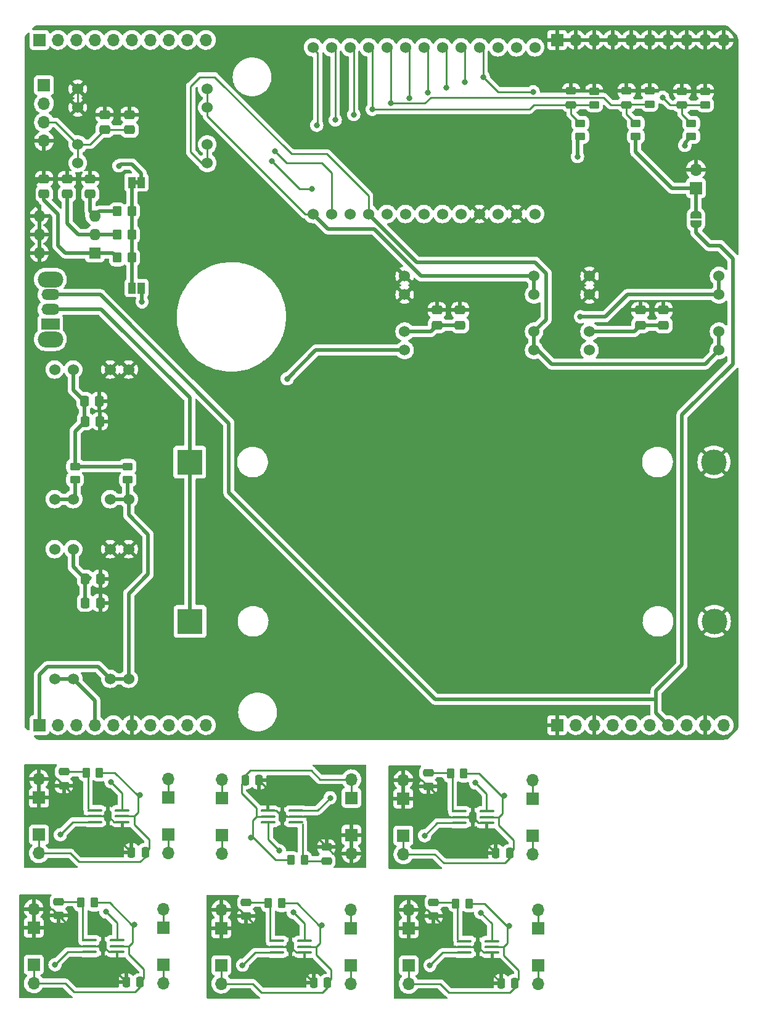
<source format=gbr>
%TF.GenerationSoftware,KiCad,Pcbnew,6.0.7-f9a2dced07~116~ubuntu20.04.1*%
%TF.CreationDate,2022-10-31T15:28:21+01:00*%
%TF.ProjectId,av_citynode_hw,61765f63-6974-4796-9e6f-64655f68772e,rev?*%
%TF.SameCoordinates,Original*%
%TF.FileFunction,Copper,L1,Top*%
%TF.FilePolarity,Positive*%
%FSLAX46Y46*%
G04 Gerber Fmt 4.6, Leading zero omitted, Abs format (unit mm)*
G04 Created by KiCad (PCBNEW 6.0.7-f9a2dced07~116~ubuntu20.04.1) date 2022-10-31 15:28:21*
%MOMM*%
%LPD*%
G01*
G04 APERTURE LIST*
G04 Aperture macros list*
%AMRoundRect*
0 Rectangle with rounded corners*
0 $1 Rounding radius*
0 $2 $3 $4 $5 $6 $7 $8 $9 X,Y pos of 4 corners*
0 Add a 4 corners polygon primitive as box body*
4,1,4,$2,$3,$4,$5,$6,$7,$8,$9,$2,$3,0*
0 Add four circle primitives for the rounded corners*
1,1,$1+$1,$2,$3*
1,1,$1+$1,$4,$5*
1,1,$1+$1,$6,$7*
1,1,$1+$1,$8,$9*
0 Add four rect primitives between the rounded corners*
20,1,$1+$1,$2,$3,$4,$5,0*
20,1,$1+$1,$4,$5,$6,$7,0*
20,1,$1+$1,$6,$7,$8,$9,0*
20,1,$1+$1,$8,$9,$2,$3,0*%
%AMFreePoly0*
4,1,22,0.500000,-0.750000,0.000000,-0.750000,0.000000,-0.745033,-0.079941,-0.743568,-0.215256,-0.701293,-0.333266,-0.622738,-0.424486,-0.514219,-0.481581,-0.384460,-0.499164,-0.250000,-0.500000,-0.250000,-0.500000,0.250000,-0.499164,0.250000,-0.499963,0.256109,-0.478152,0.396186,-0.417904,0.524511,-0.324060,0.630769,-0.204165,0.706417,-0.067858,0.745374,0.000000,0.744959,0.000000,0.750000,
0.500000,0.750000,0.500000,-0.750000,0.500000,-0.750000,$1*%
%AMFreePoly1*
4,1,20,0.000000,0.744959,0.073905,0.744508,0.209726,0.703889,0.328688,0.626782,0.421226,0.519385,0.479903,0.390333,0.500000,0.250000,0.500000,-0.250000,0.499851,-0.262216,0.476331,-0.402017,0.414519,-0.529596,0.319384,-0.634700,0.198574,-0.708877,0.061801,-0.746166,0.000000,-0.745033,0.000000,-0.750000,-0.500000,-0.750000,-0.500000,0.750000,0.000000,0.750000,0.000000,0.744959,
0.000000,0.744959,$1*%
G04 Aperture macros list end*
%TA.AperFunction,SMDPad,CuDef*%
%ADD10FreePoly0,270.000000*%
%TD*%
%TA.AperFunction,SMDPad,CuDef*%
%ADD11FreePoly1,270.000000*%
%TD*%
%TA.AperFunction,SMDPad,CuDef*%
%ADD12RoundRect,0.250000X0.450000X-0.262500X0.450000X0.262500X-0.450000X0.262500X-0.450000X-0.262500X0*%
%TD*%
%TA.AperFunction,SMDPad,CuDef*%
%ADD13RoundRect,0.250000X0.337500X0.475000X-0.337500X0.475000X-0.337500X-0.475000X0.337500X-0.475000X0*%
%TD*%
%TA.AperFunction,SMDPad,CuDef*%
%ADD14RoundRect,0.250000X0.475000X-0.250000X0.475000X0.250000X-0.475000X0.250000X-0.475000X-0.250000X0*%
%TD*%
%TA.AperFunction,ComponentPad*%
%ADD15R,1.700000X1.700000*%
%TD*%
%TA.AperFunction,ComponentPad*%
%ADD16O,1.700000X1.700000*%
%TD*%
%TA.AperFunction,SMDPad,CuDef*%
%ADD17RoundRect,0.250000X-0.262500X-0.450000X0.262500X-0.450000X0.262500X0.450000X-0.262500X0.450000X0*%
%TD*%
%TA.AperFunction,SMDPad,CuDef*%
%ADD18RoundRect,0.250000X-0.475000X0.337500X-0.475000X-0.337500X0.475000X-0.337500X0.475000X0.337500X0*%
%TD*%
%TA.AperFunction,SMDPad,CuDef*%
%ADD19RoundRect,0.100000X-0.900000X-0.100000X0.900000X-0.100000X0.900000X0.100000X-0.900000X0.100000X0*%
%TD*%
%TA.AperFunction,SMDPad,CuDef*%
%ADD20RoundRect,0.262500X-0.262500X-0.487500X0.262500X-0.487500X0.262500X0.487500X-0.262500X0.487500X0*%
%TD*%
%TA.AperFunction,SMDPad,CuDef*%
%ADD21RoundRect,0.250000X-0.450000X0.262500X-0.450000X-0.262500X0.450000X-0.262500X0.450000X0.262500X0*%
%TD*%
%TA.AperFunction,ComponentPad*%
%ADD22C,1.524000*%
%TD*%
%TA.AperFunction,SMDPad,CuDef*%
%ADD23RoundRect,0.250000X0.350000X0.450000X-0.350000X0.450000X-0.350000X-0.450000X0.350000X-0.450000X0*%
%TD*%
%TA.AperFunction,SMDPad,CuDef*%
%ADD24RoundRect,0.250000X-0.250000X-0.475000X0.250000X-0.475000X0.250000X0.475000X-0.250000X0.475000X0*%
%TD*%
%TA.AperFunction,SMDPad,CuDef*%
%ADD25RoundRect,0.250000X-0.475000X0.250000X-0.475000X-0.250000X0.475000X-0.250000X0.475000X0.250000X0*%
%TD*%
%TA.AperFunction,SMDPad,CuDef*%
%ADD26RoundRect,0.250000X0.250000X0.475000X-0.250000X0.475000X-0.250000X-0.475000X0.250000X-0.475000X0*%
%TD*%
%TA.AperFunction,SMDPad,CuDef*%
%ADD27RoundRect,0.250000X0.475000X-0.337500X0.475000X0.337500X-0.475000X0.337500X-0.475000X-0.337500X0*%
%TD*%
%TA.AperFunction,ComponentPad*%
%ADD28R,1.600000X1.600000*%
%TD*%
%TA.AperFunction,ComponentPad*%
%ADD29O,1.600000X1.600000*%
%TD*%
%TA.AperFunction,ComponentPad*%
%ADD30R,3.500000X3.500000*%
%TD*%
%TA.AperFunction,ComponentPad*%
%ADD31C,3.500000*%
%TD*%
%TA.AperFunction,SMDPad,CuDef*%
%ADD32R,1.000000X1.500000*%
%TD*%
%TA.AperFunction,SMDPad,CuDef*%
%ADD33RoundRect,0.250000X0.262500X0.450000X-0.262500X0.450000X-0.262500X-0.450000X0.262500X-0.450000X0*%
%TD*%
%TA.AperFunction,ComponentPad*%
%ADD34O,3.500000X2.200000*%
%TD*%
%TA.AperFunction,ComponentPad*%
%ADD35R,2.500000X1.500000*%
%TD*%
%TA.AperFunction,ComponentPad*%
%ADD36O,2.500000X1.500000*%
%TD*%
%TA.AperFunction,SMDPad,CuDef*%
%ADD37RoundRect,0.100000X0.900000X0.100000X-0.900000X0.100000X-0.900000X-0.100000X0.900000X-0.100000X0*%
%TD*%
%TA.AperFunction,SMDPad,CuDef*%
%ADD38RoundRect,0.262500X0.262500X0.487500X-0.262500X0.487500X-0.262500X-0.487500X0.262500X-0.487500X0*%
%TD*%
%TA.AperFunction,ViaPad*%
%ADD39C,0.800000*%
%TD*%
%TA.AperFunction,Conductor*%
%ADD40C,0.508000*%
%TD*%
%TA.AperFunction,Conductor*%
%ADD41C,0.254000*%
%TD*%
%TA.AperFunction,Conductor*%
%ADD42C,0.250000*%
%TD*%
G04 APERTURE END LIST*
%TO.C,JP1*%
G36*
X-13937000Y226593000D02*
G01*
X-14437000Y226593000D01*
X-14437000Y227193000D01*
X-13937000Y227193000D01*
X-13937000Y226593000D01*
G37*
%TD*%
D10*
%TO.P,JP2,1,A*%
%TO.N,Net-(J4-Pad1)*%
X62663000Y222463000D03*
D11*
%TO.P,JP2,2,B*%
%TO.N,Battery_+*%
X62663000Y221163000D03*
%TD*%
D12*
%TO.P,R9,1*%
%TO.N,ADC_OPC-N3*%
X63933000Y237561000D03*
%TO.P,R9,2*%
%TO.N,GND1*%
X63933000Y239386000D03*
%TD*%
D13*
%TO.P,C23,1*%
%TO.N,GND1*%
X-19141000Y169235000D03*
%TO.P,C23,2*%
%TO.N,+3V3*%
X-21216000Y169235000D03*
%TD*%
D14*
%TO.P,C1,1*%
%TO.N,GND*%
X898000Y126259000D03*
%TO.P,C1,2*%
%TO.N,Net-(C1-Pad2)*%
X898000Y128159000D03*
%TD*%
%TO.P,C1,1*%
%TO.N,GND*%
X25916000Y144031000D03*
%TO.P,C1,2*%
%TO.N,Net-(C1-Pad2)*%
X25916000Y145931000D03*
%TD*%
D15*
%TO.P,J4,1,Pin_1*%
%TO.N,Net-(J4-Pad1)*%
X62663000Y226131000D03*
D16*
%TO.P,J4,2,Pin_2*%
%TO.N,GND1*%
X62663000Y228671000D03*
%TD*%
D17*
%TO.P,R2,1*%
%TO.N,Net-(C1-Pad2)*%
X29695000Y128008000D03*
%TO.P,R2,2*%
%TO.N,Net-(C2-Pad1)*%
X31520000Y128008000D03*
%TD*%
D18*
%TO.P,C4,1*%
%TO.N,GND1*%
X30278000Y209388500D03*
%TO.P,C4,2*%
%TO.N,+3V3*%
X30278000Y207313500D03*
%TD*%
D19*
%TO.P,U1,1,VDD*%
%TO.N,Net-(C1-Pad2)*%
X-19914000Y140771000D03*
%TO.P,U1,2,VSS*%
%TO.N,GND*%
X-19914000Y139971000D03*
%TO.P,U1,3,SDA*%
%TO.N,Net-(R1-Pad2)*%
X-19914000Y139171000D03*
%TO.P,U1,4,n/a*%
%TO.N,GND*%
X-16114000Y139171000D03*
%TO.P,U1,5,VDDH*%
%TO.N,Net-(C2-Pad1)*%
X-16114000Y139971000D03*
%TO.P,U1,6,SCL*%
%TO.N,Net-(R3-Pad2)*%
X-16114000Y140771000D03*
D20*
%TO.P,U1,7,diepad*%
%TO.N,GND*%
X-18064000Y139971000D03*
%TD*%
D12*
%TO.P,R11,1*%
%TO.N,ADC_BATT*%
X56313000Y237641000D03*
%TO.P,R11,2*%
%TO.N,GND1*%
X56313000Y239466000D03*
%TD*%
D21*
%TO.P,R13,1*%
%TO.N,+3V3*%
X-15374000Y187951000D03*
%TO.P,R13,2*%
%TO.N,I2C_SDA*%
X-15374000Y186126000D03*
%TD*%
D19*
%TO.P,U1,1,VDD*%
%TO.N,Net-(C1-Pad2)*%
X30866000Y122839000D03*
%TO.P,U1,2,VSS*%
%TO.N,GND*%
X30866000Y122039000D03*
%TO.P,U1,3,SDA*%
%TO.N,Net-(R1-Pad2)*%
X30866000Y121239000D03*
%TO.P,U1,4,n/a*%
%TO.N,GND*%
X34666000Y121239000D03*
%TO.P,U1,5,VDDH*%
%TO.N,Net-(C2-Pad1)*%
X34666000Y122039000D03*
%TO.P,U1,6,SCL*%
%TO.N,Net-(R3-Pad2)*%
X34666000Y122839000D03*
D20*
%TO.P,U1,7,diepad*%
%TO.N,GND*%
X32716000Y122039000D03*
%TD*%
D15*
%TO.P,J1,1,Pin_1*%
%TO.N,GND1*%
X43613000Y246451000D03*
D16*
%TO.P,J1,2,Pin_2*%
X46153000Y246451000D03*
%TO.P,J1,3,Pin_3*%
X48693000Y246451000D03*
%TO.P,J1,4,Pin_4*%
X51233000Y246451000D03*
%TO.P,J1,5,Pin_5*%
X53773000Y246451000D03*
%TO.P,J1,6,Pin_6*%
X56313000Y246451000D03*
%TO.P,J1,7,Pin_7*%
X58853000Y246451000D03*
%TO.P,J1,8,Pin_8*%
X61393000Y246451000D03*
%TO.P,J1,9,Pin_9*%
X63933000Y246451000D03*
%TO.P,J1,10,Pin_10*%
X66473000Y246451000D03*
%TD*%
D22*
%TO.P,U19,1,GND*%
%TO.N,GND1*%
X-22232000Y239728000D03*
%TO.P,U19,2,GND*%
X-22232000Y237188000D03*
%TO.P,U19,3,3v3*%
%TO.N,+3V3*%
X-22232000Y232108000D03*
%TO.P,U19,4,3v3*%
X-22232000Y229568000D03*
%TO.P,U19,5,SCL*%
%TO.N,I2C_SCL*%
X-4452000Y229568000D03*
%TO.P,U19,6,SCL*%
X-4452000Y232108000D03*
%TO.P,U19,7,SDA*%
%TO.N,I2C_SDA*%
X-4452000Y237188000D03*
%TO.P,U19,8,SDA*%
X-4452000Y239728000D03*
%TD*%
D12*
%TO.P,R10,1*%
%TO.N,Net-(J4-Pad1)*%
X54408000Y233196000D03*
%TO.P,R10,2*%
%TO.N,ADC_BATT*%
X54408000Y235021000D03*
%TD*%
D19*
%TO.P,U1,1,VDD*%
%TO.N,Net-(C1-Pad2)*%
X5117000Y122863000D03*
%TO.P,U1,2,VSS*%
%TO.N,GND*%
X5117000Y122063000D03*
%TO.P,U1,3,SDA*%
%TO.N,Net-(R1-Pad2)*%
X5117000Y121263000D03*
%TO.P,U1,4,n/a*%
%TO.N,GND*%
X8917000Y121263000D03*
%TO.P,U1,5,VDDH*%
%TO.N,Net-(C2-Pad1)*%
X8917000Y122063000D03*
%TO.P,U1,6,SCL*%
%TO.N,Net-(R3-Pad2)*%
X8917000Y122863000D03*
D20*
%TO.P,U1,7,diepad*%
%TO.N,GND*%
X6967000Y122063000D03*
%TD*%
D23*
%TO.P,R3,1*%
%TO.N,Net-(JP1-Pad1)*%
X-14807000Y216591000D03*
%TO.P,R3,2*%
%TO.N,JUMPER3*%
X-16807000Y216591000D03*
%TD*%
D14*
%TO.P,C1,1*%
%TO.N,GND*%
X-24853000Y126335000D03*
%TO.P,C1,2*%
%TO.N,Net-(C1-Pad2)*%
X-24853000Y128235000D03*
%TD*%
D13*
%TO.P,C1,1*%
%TO.N,GND1*%
X-19268000Y196921000D03*
%TO.P,C1,2*%
%TO.N,+3V3*%
X-21343000Y196921000D03*
%TD*%
D15*
%TO.P,J7,1,Pin_1*%
%TO.N,I2C_SDA*%
X-27507000Y152471000D03*
D16*
%TO.P,J7,2,Pin_2*%
%TO.N,UART_TXD*%
X-24967000Y152471000D03*
%TO.P,J7,3,Pin_3*%
%TO.N,UART_RXD*%
X-22427000Y152471000D03*
%TO.P,J7,4,Pin_4*%
%TO.N,I2C_SCL*%
X-19887000Y152471000D03*
%TO.P,J7,5,Pin_5*%
%TO.N,5V_en*%
X-17347000Y152471000D03*
%TO.P,J7,6,Pin_6*%
%TO.N,GND1*%
X-14807000Y152471000D03*
%TO.P,J7,7,Pin_7*%
%TO.N,IO19*%
X-12267000Y152471000D03*
%TO.P,J7,8,Pin_8*%
%TO.N,lora2*%
X-9727000Y152471000D03*
%TO.P,J7,9,Pin_9*%
%TO.N,lora1*%
X-7187000Y152471000D03*
%TO.P,J7,10,Pin_10*%
%TO.N,IO26*%
X-4647000Y152471000D03*
%TD*%
D24*
%TO.P,C2,1*%
%TO.N,Net-(C2-Pad1)*%
X747000Y144900000D03*
%TO.P,C2,2*%
%TO.N,GND*%
X2647000Y144900000D03*
%TD*%
D22*
%TO.P,U9,1,IO25*%
%TO.N,JUMPER3*%
X40565000Y245435000D03*
%TO.P,U9,2,IO4*%
%TO.N,JUMPER2*%
X38025000Y245435000D03*
%TO.P,U9,3,IO0*%
%TO.N,JUMPER1*%
X35485000Y245435000D03*
%TO.P,U9,4,IO2*%
%TO.N,ADC_OPC-N3*%
X32945000Y245435000D03*
%TO.P,U9,5,IO15*%
%TO.N,SPI_CS*%
X30405000Y245435000D03*
%TO.P,U9,6,IO13*%
%TO.N,SPI_MOSI*%
X27865000Y245435000D03*
%TO.P,U9,7,IO12*%
%TO.N,SPI_MISO*%
X25325000Y245435000D03*
%TO.P,U9,8,IO14*%
%TO.N,SPI_CSK*%
X22785000Y245435000D03*
%TO.P,U9,9,IO35*%
%TO.N,ADC_BATT*%
X20245000Y245435000D03*
%TO.P,U9,10,IO34*%
%TO.N,ADC_AFE*%
X17705000Y245435000D03*
%TO.P,U9,11,RST*%
%TO.N,RESET*%
X15165000Y245435000D03*
%TO.P,U9,12,S_VN*%
%TO.N,UART_TX*%
X12625000Y245435000D03*
%TO.P,U9,13,S_VP*%
%TO.N,UART_RX*%
X10085000Y245435000D03*
%TO.P,U9,14,IO21*%
%TO.N,I2C_SDA*%
X10085000Y222575000D03*
%TO.P,U9,15,TXD*%
%TO.N,UART_TXD*%
X12625000Y222575000D03*
%TO.P,U9,16,RXD*%
%TO.N,UART_RXD*%
X15165000Y222575000D03*
%TO.P,U9,17,IO22*%
%TO.N,I2C_SCL*%
X17705000Y222575000D03*
%TO.P,U9,18,IO23*%
%TO.N,5V_en*%
X20245000Y222575000D03*
%TO.P,U9,19,IO19*%
%TO.N,IO19*%
X22785000Y222575000D03*
%TO.P,U9,20,LoRa2*%
%TO.N,lora2*%
X25325000Y222575000D03*
%TO.P,U9,21,LoRa1*%
%TO.N,lora1*%
X27865000Y222575000D03*
%TO.P,U9,22,IO26*%
%TO.N,IO26*%
X30405000Y222575000D03*
%TO.P,U9,23,GND*%
%TO.N,GND1*%
X32945000Y222575000D03*
%TO.P,U9,24,3V3*%
%TO.N,+3V3*%
X35485000Y222575000D03*
%TO.P,U9,25,GND*%
%TO.N,GND1*%
X38025000Y222575000D03*
%TO.P,U9,26,5V*%
%TO.N,+5V*%
X40565000Y222575000D03*
%TD*%
D25*
%TO.P,C1,1*%
%TO.N,GND*%
X11918000Y135751000D03*
%TO.P,C1,2*%
%TO.N,Net-(C1-Pad2)*%
X11918000Y133851000D03*
%TD*%
D15*
%TO.P,J2,1,Pin_1*%
%TO.N,UART_RX*%
X-27507000Y246451000D03*
D16*
%TO.P,J2,2,Pin_2*%
%TO.N,UART_TX*%
X-24967000Y246451000D03*
%TO.P,J2,3,Pin_3*%
%TO.N,RESET*%
X-22427000Y246451000D03*
%TO.P,J2,4,Pin_4*%
%TO.N,ADC_AFE*%
X-19887000Y246451000D03*
%TO.P,J2,5,Pin_5*%
%TO.N,ADC_BATT*%
X-17347000Y246451000D03*
%TO.P,J2,6,Pin_6*%
%TO.N,SPI_CSK*%
X-14807000Y246451000D03*
%TO.P,J2,7,Pin_7*%
%TO.N,SPI_MISO*%
X-12267000Y246451000D03*
%TO.P,J2,8,Pin_8*%
%TO.N,SPI_MOSI*%
X-9727000Y246451000D03*
%TO.P,J2,9,Pin_9*%
%TO.N,SPI_CS*%
X-7187000Y246451000D03*
%TO.P,J2,10,Pin_10*%
%TO.N,ADC_OPC-N3*%
X-4647000Y246451000D03*
%TD*%
D17*
%TO.P,R2,1*%
%TO.N,Net-(C1-Pad2)*%
X3946000Y128032000D03*
%TO.P,R2,2*%
%TO.N,Net-(C2-Pad1)*%
X5771000Y128032000D03*
%TD*%
D19*
%TO.P,U1,1,VDD*%
%TO.N,Net-(C1-Pad2)*%
X-20634000Y122939000D03*
%TO.P,U1,2,VSS*%
%TO.N,GND*%
X-20634000Y122139000D03*
%TO.P,U1,3,SDA*%
%TO.N,Net-(R1-Pad2)*%
X-20634000Y121339000D03*
%TO.P,U1,4,n/a*%
%TO.N,GND*%
X-16834000Y121339000D03*
%TO.P,U1,5,VDDH*%
%TO.N,Net-(C2-Pad1)*%
X-16834000Y122139000D03*
%TO.P,U1,6,SCL*%
%TO.N,Net-(R3-Pad2)*%
X-16834000Y122939000D03*
D20*
%TO.P,U1,7,diepad*%
%TO.N,GND*%
X-18784000Y122139000D03*
%TD*%
D26*
%TO.P,C2,1*%
%TO.N,Net-(C2-Pad1)*%
X-12962000Y135018000D03*
%TO.P,C2,2*%
%TO.N,GND*%
X-14862000Y135018000D03*
%TD*%
D14*
%TO.P,C22,1*%
%TO.N,ADC_BATT*%
X53138000Y237566000D03*
%TO.P,C22,2*%
%TO.N,GND1*%
X53138000Y239466000D03*
%TD*%
%TO.P,C21,1*%
%TO.N,ADC_OPC-N3*%
X60758000Y237523500D03*
%TO.P,C21,2*%
%TO.N,GND1*%
X60758000Y239423500D03*
%TD*%
%TO.P,C1,1*%
%TO.N,GND*%
X26647000Y126235000D03*
%TO.P,C1,2*%
%TO.N,Net-(C1-Pad2)*%
X26647000Y128135000D03*
%TD*%
D22*
%TO.P,U20,1,GND*%
%TO.N,GND1*%
X-15247000Y176601000D03*
%TO.P,U20,2,GND*%
X-17787000Y176601000D03*
%TO.P,U20,3,3v3*%
%TO.N,+3V3*%
X-22867000Y176601000D03*
%TO.P,U20,4,3v3*%
X-25407000Y176601000D03*
%TO.P,U20,5,SCL*%
%TO.N,I2C_SCL*%
X-25407000Y158821000D03*
%TO.P,U20,6,SCL*%
X-22867000Y158821000D03*
%TO.P,U20,7,SDA*%
%TO.N,I2C_SDA*%
X-17787000Y158821000D03*
%TO.P,U20,8,SDA*%
X-15247000Y158821000D03*
%TD*%
D14*
%TO.P,C17,1*%
%TO.N,ADC_AFE*%
X45518000Y237561000D03*
%TO.P,C17,2*%
%TO.N,GND1*%
X45518000Y239461000D03*
%TD*%
D18*
%TO.P,C24,1*%
%TO.N,GND1*%
X-18549000Y236185500D03*
%TO.P,C24,2*%
%TO.N,+3V3*%
X-18549000Y234110500D03*
%TD*%
D12*
%TO.P,R7,1*%
%TO.N,ADC_AFE*%
X48693000Y237561000D03*
%TO.P,R7,2*%
%TO.N,GND1*%
X48693000Y239386000D03*
%TD*%
D27*
%TO.P,C7,1*%
%TO.N,JUMPER3*%
X-26872000Y225311000D03*
%TO.P,C7,2*%
%TO.N,GND1*%
X-26872000Y227386000D03*
%TD*%
D17*
%TO.P,R2,1*%
%TO.N,Net-(C1-Pad2)*%
X-21085000Y145940000D03*
%TO.P,R2,2*%
%TO.N,Net-(C2-Pad1)*%
X-19260000Y145940000D03*
%TD*%
D27*
%TO.P,C3,1*%
%TO.N,JUMPER1*%
X-20522000Y225311000D03*
%TO.P,C3,2*%
%TO.N,GND1*%
X-20522000Y227386000D03*
%TD*%
D28*
%TO.P,SW1,1*%
%TO.N,JUMPER3*%
X-19897000Y217241000D03*
D29*
%TO.P,SW1,2*%
%TO.N,JUMPER2*%
X-19897000Y219781000D03*
%TO.P,SW1,3*%
%TO.N,JUMPER1*%
X-19897000Y222321000D03*
%TO.P,SW1,4*%
%TO.N,GND1*%
X-27517000Y222321000D03*
%TO.P,SW1,5*%
X-27517000Y219781000D03*
%TO.P,SW1,6*%
X-27517000Y217241000D03*
%TD*%
D19*
%TO.P,U1,1,VDD*%
%TO.N,Net-(C1-Pad2)*%
X30135000Y140635000D03*
%TO.P,U1,2,VSS*%
%TO.N,GND*%
X30135000Y139835000D03*
%TO.P,U1,3,SDA*%
%TO.N,Net-(R1-Pad2)*%
X30135000Y139035000D03*
%TO.P,U1,4,n/a*%
%TO.N,GND*%
X33935000Y139035000D03*
%TO.P,U1,5,VDDH*%
%TO.N,Net-(C2-Pad1)*%
X33935000Y139835000D03*
%TO.P,U1,6,SCL*%
%TO.N,Net-(R3-Pad2)*%
X33935000Y140635000D03*
D20*
%TO.P,U1,7,diepad*%
%TO.N,GND*%
X31985000Y139835000D03*
%TD*%
D12*
%TO.P,R8,1*%
%TO.N,OPC-N3-5V*%
X62028000Y233196000D03*
%TO.P,R8,2*%
%TO.N,ADC_OPC-N3*%
X62028000Y235021000D03*
%TD*%
D14*
%TO.P,C1,1*%
%TO.N,GND*%
X-24133000Y144167000D03*
%TO.P,C1,2*%
%TO.N,Net-(C1-Pad2)*%
X-24133000Y146067000D03*
%TD*%
D13*
%TO.P,C26,1*%
%TO.N,GND1*%
X-19141000Y172537000D03*
%TO.P,C26,2*%
%TO.N,+3V3*%
X-21216000Y172537000D03*
%TD*%
D27*
%TO.P,C5,1*%
%TO.N,JUMPER2*%
X-23697000Y225311000D03*
%TO.P,C5,2*%
%TO.N,GND1*%
X-23697000Y227386000D03*
%TD*%
D30*
%TO.P,BT1,1,+*%
%TO.N,Net-(BT1-Pad1)*%
X-6865000Y188539000D03*
D31*
%TO.P,BT1,2,-*%
%TO.N,GND1*%
X65135000Y188539000D03*
%TD*%
D21*
%TO.P,R12,1*%
%TO.N,+3V3*%
X-22613000Y187951000D03*
%TO.P,R12,2*%
%TO.N,I2C_SCL*%
X-22613000Y186126000D03*
%TD*%
D26*
%TO.P,C2,1*%
%TO.N,Net-(C2-Pad1)*%
X37818000Y117086000D03*
%TO.P,C2,2*%
%TO.N,GND*%
X35918000Y117086000D03*
%TD*%
%TO.P,C2,1*%
%TO.N,Net-(C2-Pad1)*%
X12069000Y117110000D03*
%TO.P,C2,2*%
%TO.N,GND*%
X10169000Y117110000D03*
%TD*%
D30*
%TO.P,BT2,1,+*%
%TO.N,Net-(BT1-Pad1)*%
X-6797000Y166695000D03*
D31*
%TO.P,BT2,2,-*%
%TO.N,GND1*%
X65203000Y166695000D03*
%TD*%
D17*
%TO.P,R2,1*%
%TO.N,Net-(C1-Pad2)*%
X28964000Y145804000D03*
%TO.P,R2,2*%
%TO.N,Net-(C2-Pad1)*%
X30789000Y145804000D03*
%TD*%
D18*
%TO.P,C25,1*%
%TO.N,GND1*%
X-15120000Y236185500D03*
%TO.P,C25,2*%
%TO.N,+3V3*%
X-15120000Y234110500D03*
%TD*%
D26*
%TO.P,C2,1*%
%TO.N,Net-(C2-Pad1)*%
X37087000Y134882000D03*
%TO.P,C2,2*%
%TO.N,GND*%
X35187000Y134882000D03*
%TD*%
D32*
%TO.P,JP1,1,A*%
%TO.N,Net-(JP1-Pad1)*%
X-14837000Y226893000D03*
%TO.P,JP1,2,B*%
%TO.N,Battery_+*%
X-13537000Y226893000D03*
%TD*%
D33*
%TO.P,R2,1*%
%TO.N,Net-(C1-Pad2)*%
X8870000Y133978000D03*
%TO.P,R2,2*%
%TO.N,Net-(C2-Pad1)*%
X7045000Y133978000D03*
%TD*%
D23*
%TO.P,R1,1*%
%TO.N,Net-(JP1-Pad1)*%
X-14807000Y222941000D03*
%TO.P,R1,2*%
%TO.N,JUMPER1*%
X-16807000Y222941000D03*
%TD*%
D18*
%TO.P,C9,1*%
%TO.N,GND1*%
X58218000Y209388500D03*
%TO.P,C9,2*%
%TO.N,+3V3*%
X58218000Y207313500D03*
%TD*%
D12*
%TO.P,R6,1*%
%TO.N,AFE-3.5V*%
X46788000Y233196000D03*
%TO.P,R6,2*%
%TO.N,ADC_AFE*%
X46788000Y235021000D03*
%TD*%
D15*
%TO.P,J6,1,Pin_1*%
%TO.N,GND1*%
X43613000Y152471000D03*
D16*
%TO.P,J6,2,Pin_2*%
%TO.N,+3V3*%
X46153000Y152471000D03*
%TO.P,J6,3,Pin_3*%
%TO.N,GND1*%
X48693000Y152471000D03*
%TO.P,J6,4,Pin_4*%
%TO.N,+5V*%
X51233000Y152471000D03*
%TO.P,J6,5,Pin_5*%
%TO.N,AFE-3.5V*%
X53773000Y152471000D03*
%TO.P,J6,6,Pin_6*%
%TO.N,Battery_+*%
X56313000Y152471000D03*
%TO.P,J6,7,Pin_7*%
X58853000Y152471000D03*
%TO.P,J6,8,Pin_8*%
%TO.N,unconnected-(J6-Pad8)*%
X61393000Y152471000D03*
%TO.P,J6,9,Pin_9*%
%TO.N,GND1*%
X63933000Y152471000D03*
%TO.P,J6,10,Pin_10*%
%TO.N,OPC-N3-5V*%
X66473000Y152471000D03*
%TD*%
D18*
%TO.P,C6,1*%
%TO.N,GND1*%
X27103000Y209388500D03*
%TO.P,C6,2*%
%TO.N,+3V3*%
X27103000Y207313500D03*
%TD*%
D34*
%TO.P,SW2,*%
%TO.N,*%
X-25998500Y205394000D03*
X-25998500Y213594000D03*
D35*
%TO.P,SW2,1,A*%
%TO.N,unconnected-(SW2-Pad1)*%
X-25998500Y207494000D03*
D36*
%TO.P,SW2,2,B*%
%TO.N,Net-(BT1-Pad1)*%
X-25998500Y209494000D03*
%TO.P,SW2,3,C*%
%TO.N,Battery_+*%
X-25998500Y211494000D03*
%TD*%
D13*
%TO.P,C2,1*%
%TO.N,GND1*%
X-19184000Y194127000D03*
%TO.P,C2,2*%
%TO.N,+3V3*%
X-21259000Y194127000D03*
%TD*%
D22*
%TO.P,U3,1,GND*%
%TO.N,GND1*%
X48058000Y214066000D03*
%TO.P,U3,2,GND*%
X48058000Y211526000D03*
%TO.P,U3,3,3v3*%
%TO.N,+3V3*%
X48058000Y206446000D03*
%TO.P,U3,4,3v3*%
X48058000Y203906000D03*
%TO.P,U3,5,SCL*%
%TO.N,I2C_SCL*%
X65838000Y203906000D03*
%TO.P,U3,6,SCL*%
X65838000Y206446000D03*
%TO.P,U3,7,SDA*%
%TO.N,I2C_SDA*%
X65838000Y211526000D03*
%TO.P,U3,8,SDA*%
X65838000Y214066000D03*
%TD*%
%TO.P,U2,1,GND*%
%TO.N,GND1*%
X22658000Y214066000D03*
%TO.P,U2,2,GND*%
X22658000Y211526000D03*
%TO.P,U2,3,3v3*%
%TO.N,+3V3*%
X22658000Y206446000D03*
%TO.P,U2,4,3v3*%
X22658000Y203906000D03*
%TO.P,U2,5,SCL*%
%TO.N,I2C_SCL*%
X40438000Y203906000D03*
%TO.P,U2,6,SCL*%
X40438000Y206446000D03*
%TO.P,U2,7,SDA*%
%TO.N,I2C_SDA*%
X40438000Y211526000D03*
%TO.P,U2,8,SDA*%
X40438000Y214066000D03*
%TD*%
D26*
%TO.P,C2,1*%
%TO.N,Net-(C2-Pad1)*%
X-13682000Y117186000D03*
%TO.P,C2,2*%
%TO.N,GND*%
X-15582000Y117186000D03*
%TD*%
D32*
%TO.P,JP5,1,A*%
%TO.N,Net-(JP1-Pad1)*%
X-14807000Y212415000D03*
%TO.P,JP5,2,B*%
%TO.N,+3V3*%
X-13507000Y212415000D03*
%TD*%
D23*
%TO.P,R2,1*%
%TO.N,Net-(JP1-Pad1)*%
X-14807000Y219766000D03*
%TO.P,R2,2*%
%TO.N,JUMPER2*%
X-16807000Y219766000D03*
%TD*%
D22*
%TO.P,U1,1,GND*%
%TO.N,GND1*%
X-15239000Y201239000D03*
%TO.P,U1,2,GND*%
X-17779000Y201239000D03*
%TO.P,U1,3,3v3*%
%TO.N,+3V3*%
X-22859000Y201239000D03*
%TO.P,U1,4,3v3*%
X-25399000Y201239000D03*
%TO.P,U1,5,SCL*%
%TO.N,I2C_SCL*%
X-25399000Y183459000D03*
%TO.P,U1,6,SCL*%
X-22859000Y183459000D03*
%TO.P,U1,7,SDA*%
%TO.N,I2C_SDA*%
X-17779000Y183459000D03*
%TO.P,U1,8,SDA*%
X-15239000Y183459000D03*
%TD*%
D37*
%TO.P,U1,1,VDD*%
%TO.N,Net-(C1-Pad2)*%
X7699000Y139147000D03*
%TO.P,U1,2,VSS*%
%TO.N,GND*%
X7699000Y139947000D03*
%TO.P,U1,3,SDA*%
%TO.N,Net-(R1-Pad2)*%
X7699000Y140747000D03*
%TO.P,U1,4,n/a*%
%TO.N,GND*%
X3899000Y140747000D03*
%TO.P,U1,5,VDDH*%
%TO.N,Net-(C2-Pad1)*%
X3899000Y139947000D03*
%TO.P,U1,6,SCL*%
%TO.N,Net-(R3-Pad2)*%
X3899000Y139147000D03*
D38*
%TO.P,U1,7,diepad*%
%TO.N,GND*%
X5849000Y139947000D03*
%TD*%
D15*
%TO.P,J25,1,Pin_1*%
%TO.N,UART_TXD*%
X-26872000Y240228000D03*
D16*
%TO.P,J25,2,Pin_2*%
%TO.N,UART_RXD*%
X-26872000Y237688000D03*
%TO.P,J25,3,Pin_3*%
%TO.N,+3V3*%
X-26872000Y235148000D03*
%TO.P,J25,4,Pin_4*%
%TO.N,GND1*%
X-26872000Y232608000D03*
%TD*%
D18*
%TO.P,C8,1*%
%TO.N,GND1*%
X55043000Y209388500D03*
%TO.P,C8,2*%
%TO.N,+3V3*%
X55043000Y207313500D03*
%TD*%
D17*
%TO.P,R2,1*%
%TO.N,Net-(C1-Pad2)*%
X-21805000Y128108000D03*
%TO.P,R2,2*%
%TO.N,Net-(C2-Pad1)*%
X-19980000Y128108000D03*
%TD*%
D15*
%TO.P,J3,1,Pin_1*%
%TO.N,Net-(R3-Pad2)*%
X-2433000Y142487000D03*
D16*
%TO.P,J3,2,Pin_2*%
X-2433000Y145027000D03*
%TD*%
D15*
%TO.P,J4,1,Pin_1*%
%TO.N,Net-(R1-Pad2)*%
X40998000Y124579000D03*
D16*
%TO.P,J4,2,Pin_2*%
X40998000Y127119000D03*
%TD*%
D15*
%TO.P,J4,1,Pin_1*%
%TO.N,Net-(R1-Pad2)*%
X-10502000Y124679000D03*
D16*
%TO.P,J4,2,Pin_2*%
X-10502000Y127219000D03*
%TD*%
D15*
%TO.P,J1,1,Pin_1*%
%TO.N,Net-(C2-Pad1)*%
X-27562000Y137431000D03*
D16*
%TO.P,J1,2,Pin_2*%
X-27562000Y134891000D03*
%TD*%
D15*
%TO.P,J3,1,Pin_1*%
%TO.N,Net-(R3-Pad2)*%
X-9782000Y137431000D03*
D16*
%TO.P,J3,2,Pin_2*%
X-9782000Y134891000D03*
%TD*%
D15*
%TO.P,J2,1,Pin_1*%
%TO.N,GND*%
X-28282000Y124679000D03*
D16*
%TO.P,J2,2,Pin_2*%
X-28282000Y127219000D03*
%TD*%
D15*
%TO.P,J3,1,Pin_1*%
%TO.N,Net-(R3-Pad2)*%
X-10502000Y119599000D03*
D16*
%TO.P,J3,2,Pin_2*%
X-10502000Y117059000D03*
%TD*%
D15*
%TO.P,J4,1,Pin_1*%
%TO.N,Net-(R1-Pad2)*%
X-2433000Y137407000D03*
D16*
%TO.P,J4,2,Pin_2*%
X-2433000Y134867000D03*
%TD*%
D15*
%TO.P,J3,1,Pin_1*%
%TO.N,Net-(R3-Pad2)*%
X15249000Y119523000D03*
D16*
%TO.P,J3,2,Pin_2*%
X15249000Y116983000D03*
%TD*%
D15*
%TO.P,J4,1,Pin_1*%
%TO.N,Net-(R1-Pad2)*%
X-9782000Y142511000D03*
D16*
%TO.P,J4,2,Pin_2*%
X-9782000Y145051000D03*
%TD*%
D15*
%TO.P,J2,1,Pin_1*%
%TO.N,GND*%
X15347000Y137407000D03*
D16*
%TO.P,J2,2,Pin_2*%
X15347000Y134867000D03*
%TD*%
D15*
%TO.P,J1,1,Pin_1*%
%TO.N,Net-(C2-Pad1)*%
X22487000Y137295000D03*
D16*
%TO.P,J1,2,Pin_2*%
X22487000Y134755000D03*
%TD*%
D15*
%TO.P,J2,1,Pin_1*%
%TO.N,GND*%
X-2531000Y124603000D03*
D16*
%TO.P,J2,2,Pin_2*%
X-2531000Y127143000D03*
%TD*%
D15*
%TO.P,J1,1,Pin_1*%
%TO.N,Net-(C2-Pad1)*%
X23218000Y119499000D03*
D16*
%TO.P,J1,2,Pin_2*%
X23218000Y116959000D03*
%TD*%
D15*
%TO.P,J2,1,Pin_1*%
%TO.N,GND*%
X-27562000Y142511000D03*
D16*
%TO.P,J2,2,Pin_2*%
X-27562000Y145051000D03*
%TD*%
D15*
%TO.P,J1,1,Pin_1*%
%TO.N,Net-(C2-Pad1)*%
X-2531000Y119523000D03*
D16*
%TO.P,J1,2,Pin_2*%
X-2531000Y116983000D03*
%TD*%
D15*
%TO.P,J4,1,Pin_1*%
%TO.N,Net-(R1-Pad2)*%
X15249000Y124603000D03*
D16*
%TO.P,J4,2,Pin_2*%
X15249000Y127143000D03*
%TD*%
D15*
%TO.P,J2,1,Pin_1*%
%TO.N,GND*%
X22487000Y142375000D03*
D16*
%TO.P,J2,2,Pin_2*%
X22487000Y144915000D03*
%TD*%
D15*
%TO.P,J4,1,Pin_1*%
%TO.N,Net-(R1-Pad2)*%
X40267000Y142375000D03*
D16*
%TO.P,J4,2,Pin_2*%
X40267000Y144915000D03*
%TD*%
D15*
%TO.P,J3,1,Pin_1*%
%TO.N,Net-(R3-Pad2)*%
X40998000Y119499000D03*
D16*
%TO.P,J3,2,Pin_2*%
X40998000Y116959000D03*
%TD*%
D15*
%TO.P,J2,1,Pin_1*%
%TO.N,GND*%
X23218000Y124579000D03*
D16*
%TO.P,J2,2,Pin_2*%
X23218000Y127119000D03*
%TD*%
D15*
%TO.P,J3,1,Pin_1*%
%TO.N,Net-(R3-Pad2)*%
X40267000Y137295000D03*
D16*
%TO.P,J3,2,Pin_2*%
X40267000Y134755000D03*
%TD*%
D15*
%TO.P,J1,1,Pin_1*%
%TO.N,Net-(C2-Pad1)*%
X-28282000Y119599000D03*
D16*
%TO.P,J1,2,Pin_2*%
X-28282000Y117059000D03*
%TD*%
D15*
%TO.P,J1,1,Pin_1*%
%TO.N,Net-(C2-Pad1)*%
X15347000Y142487000D03*
D16*
%TO.P,J1,2,Pin_2*%
X15347000Y145027000D03*
%TD*%
D39*
%TO.N,Battery_+*%
X-16585000Y229179000D03*
%TO.N,GND1*%
X51995000Y204414000D03*
X62155000Y207335000D03*
X62155000Y209367000D03*
X62155000Y205049000D03*
X56821000Y204795000D03*
%TO.N,+3V3*%
X6529000Y199969000D03*
X-13410000Y210510000D03*
%TO.N,OPC-N3-5V*%
X61139000Y231973000D03*
%TO.N,UART_RX*%
X10593000Y234746500D03*
%TO.N,UART_TX*%
X13133000Y235473000D03*
%TO.N,RESET*%
X15673000Y236199500D03*
%TO.N,ADC_BATT*%
X20753000Y237738500D03*
%TO.N,SPI_CSK*%
X23293000Y238465000D03*
%TO.N,SPI_MISO*%
X25833000Y239191500D03*
%TO.N,SPI_MOSI*%
X28373000Y239918000D03*
%TO.N,SPI_CS*%
X30913000Y240644500D03*
%TO.N,I2C_SDA*%
X46788000Y208478000D03*
%TO.N,UART_TXD*%
X4819000Y231211000D03*
%TO.N,UART_RXD*%
X9958000Y226004000D03*
X4438000Y229814000D03*
%TO.N,AFE-3.5V*%
X46407000Y230449000D03*
%TO.N,ADC_AFE*%
X18213000Y236926000D03*
%TO.N,ADC_OPC-N3*%
X40311000Y239339000D03*
X33453000Y241371000D03*
X58091000Y238577000D03*
%TO.N,Net-(C2-Pad1)*%
X11312000Y124984000D03*
X36330000Y142756000D03*
X1504000Y137026000D03*
X37061000Y124960000D03*
X-13719000Y142892000D03*
X-14439000Y125060000D03*
%TO.N,Net-(R3-Pad2)*%
X-17656000Y144670000D03*
X7375000Y126762000D03*
X33124000Y126738000D03*
X-18376000Y126838000D03*
X5441000Y135248000D03*
X32393000Y144534000D03*
%TO.N,Net-(R1-Pad2)*%
X390000Y119523000D03*
X-24641000Y137431000D03*
X25408000Y137295000D03*
X-25361000Y119599000D03*
X26139000Y119499000D03*
X12426000Y142487000D03*
%TD*%
D40*
%TO.N,Battery_+*%
X-14807000Y229433000D02*
X-16331000Y229433000D01*
X-13537000Y228163000D02*
X-14807000Y229433000D01*
X60758000Y195016000D02*
X60758000Y160726000D01*
X-25998500Y211494000D02*
X-19093000Y211494000D01*
X62663000Y220035000D02*
X64441000Y218257000D01*
X-1472000Y184348000D02*
X26849000Y156027000D01*
X-13537000Y226893000D02*
X-13537000Y228163000D01*
X57202000Y156027000D02*
X57202000Y154122000D01*
X60758000Y160726000D02*
X57202000Y157170000D01*
X-19093000Y211494000D02*
X-1472000Y193873000D01*
X65965000Y218257000D02*
X67743000Y216479000D01*
X57202000Y154122000D02*
X58853000Y152471000D01*
X67743000Y216479000D02*
X67743000Y202001000D01*
X-16331000Y229433000D02*
X-16585000Y229179000D01*
X-1472000Y193873000D02*
X-1472000Y184348000D01*
X67743000Y202001000D02*
X60758000Y195016000D01*
X64441000Y218257000D02*
X65965000Y218257000D01*
X26849000Y156027000D02*
X57202000Y156027000D01*
X57202000Y157170000D02*
X57202000Y156027000D01*
X62663000Y221163000D02*
X62663000Y220035000D01*
%TO.N,GND1*%
X-23697000Y227386000D02*
X-26872000Y227386000D01*
X-20522000Y227386000D02*
X-23697000Y227386000D01*
X-28269000Y224099000D02*
X-28269000Y226639000D01*
X-28269000Y226639000D02*
X-27522000Y227386000D01*
X-27517000Y223347000D02*
X-28269000Y224099000D01*
X-27517000Y222321000D02*
X-27517000Y223347000D01*
D41*
X-22232000Y237188000D02*
X-22232000Y239728000D01*
D40*
X-27522000Y227386000D02*
X-26872000Y227386000D01*
%TO.N,+3V3*%
X26235500Y206446000D02*
X27103000Y207313500D01*
X-21343000Y196921000D02*
X-21343000Y194211000D01*
X-22867000Y174188000D02*
X-21216000Y172537000D01*
X-21216000Y169235000D02*
X-21216000Y172029000D01*
X27103000Y207313500D02*
X30278000Y207313500D01*
X54175500Y206446000D02*
X55043000Y207313500D01*
D41*
X-25272000Y235148000D02*
X-22232000Y232108000D01*
X-20551500Y232108000D02*
X-18549000Y234110500D01*
D40*
X-22867000Y176601000D02*
X-22867000Y174188000D01*
X22658000Y206446000D02*
X26235500Y206446000D01*
D41*
X-26872000Y235148000D02*
X-25272000Y235148000D01*
D40*
X-22859000Y198437000D02*
X-21343000Y196921000D01*
X-22613000Y187951000D02*
X-22613000Y192773000D01*
X-15374000Y187951000D02*
X-22613000Y187951000D01*
D41*
X-22232000Y232108000D02*
X-22232000Y229568000D01*
D40*
X-21216000Y172029000D02*
X-20581000Y172664000D01*
X22658000Y203906000D02*
X10466000Y203906000D01*
X55043000Y207313500D02*
X58218000Y207313500D01*
X-13410000Y210510000D02*
X-13410000Y212318000D01*
X-20581000Y172664000D02*
X-21089000Y172664000D01*
D41*
X-22232000Y232108000D02*
X-20551500Y232108000D01*
D40*
X10466000Y203906000D02*
X6529000Y199969000D01*
X-21343000Y194211000D02*
X-21259000Y194127000D01*
X-22859000Y201239000D02*
X-22859000Y198437000D01*
X-21089000Y172664000D02*
X-21216000Y172537000D01*
D41*
X-18549000Y234110500D02*
X-15120000Y234110500D01*
D40*
X48058000Y206446000D02*
X54175500Y206446000D01*
X-22613000Y192773000D02*
X-21259000Y194127000D01*
X-13410000Y212318000D02*
X-13507000Y212415000D01*
%TO.N,JUMPER1*%
X-20522000Y225311000D02*
X-20522000Y222946000D01*
X-20522000Y222946000D02*
X-19897000Y222321000D01*
X-16807000Y222941000D02*
X-19277000Y222941000D01*
X-19277000Y222941000D02*
X-19897000Y222321000D01*
%TO.N,JUMPER2*%
X-16822000Y219781000D02*
X-16807000Y219766000D01*
X-19897000Y219781000D02*
X-22173000Y219781000D01*
X-22173000Y219781000D02*
X-23697000Y221305000D01*
X-19897000Y219781000D02*
X-16822000Y219781000D01*
X-23697000Y221305000D02*
X-23697000Y225311000D01*
%TO.N,JUMPER3*%
X-24967000Y218257000D02*
X-24967000Y222575000D01*
X-19897000Y217241000D02*
X-17457000Y217241000D01*
X-23951000Y217241000D02*
X-24967000Y218257000D01*
X-19897000Y217241000D02*
X-23951000Y217241000D01*
X-17457000Y217241000D02*
X-16807000Y216591000D01*
X-24967000Y222575000D02*
X-26872000Y224480000D01*
X-26872000Y224480000D02*
X-26872000Y225311000D01*
%TO.N,OPC-N3-5V*%
X61139000Y231973000D02*
X61139000Y232307000D01*
X61139000Y232307000D02*
X62028000Y233196000D01*
D41*
%TO.N,UART_RX*%
X10085000Y245435000D02*
X10085000Y245308000D01*
X10085000Y245435000D02*
X10339000Y245435000D01*
X10720000Y234873500D02*
X10593000Y234746500D01*
X10720000Y244673000D02*
X10720000Y234873500D01*
X10085000Y245308000D02*
X10720000Y244673000D01*
%TO.N,UART_TX*%
X12625000Y245435000D02*
X12879000Y245435000D01*
X12879000Y245435000D02*
X13133000Y245181000D01*
X13133000Y245181000D02*
X13133000Y235473000D01*
%TO.N,RESET*%
X15165000Y245435000D02*
X15419000Y245435000D01*
X15673000Y245181000D02*
X15673000Y236199500D01*
X15419000Y245435000D02*
X15673000Y245181000D01*
%TO.N,ADC_BATT*%
X53213000Y237641000D02*
X53138000Y237566000D01*
X20499000Y245435000D02*
X20753000Y245181000D01*
X53138000Y237566000D02*
X50974000Y237566000D01*
X46915000Y238577000D02*
X26246634Y238577000D01*
X56313000Y237641000D02*
X53213000Y237641000D01*
X49993500Y238546500D02*
X46945500Y238546500D01*
X53138000Y237566000D02*
X53138000Y236291000D01*
X20245000Y245435000D02*
X20499000Y245435000D01*
X46945500Y238546500D02*
X46915000Y238577000D01*
X53138000Y236291000D02*
X54408000Y235021000D01*
X50974000Y237566000D02*
X49993500Y238546500D01*
X26246634Y238577000D02*
X25408134Y237738500D01*
X25408134Y237738500D02*
X20753000Y237738500D01*
X20753000Y245181000D02*
X20753000Y237738500D01*
%TO.N,SPI_CSK*%
X23293000Y245181000D02*
X23293000Y238465000D01*
%TO.N,SPI_MISO*%
X25833000Y245181000D02*
X25833000Y239191500D01*
%TO.N,SPI_MOSI*%
X28373000Y245181000D02*
X28373000Y239918000D01*
%TO.N,SPI_CS*%
X30405000Y245435000D02*
X30659000Y245435000D01*
X30913000Y245181000D02*
X30913000Y240644500D01*
X30659000Y245435000D02*
X30913000Y245181000D01*
D40*
%TO.N,I2C_SDA*%
X-12580000Y178633000D02*
X-15239000Y181292000D01*
X12117000Y220543000D02*
X10085000Y222575000D01*
X18467000Y220543000D02*
X12117000Y220543000D01*
X40438000Y214066000D02*
X24944000Y214066000D01*
D41*
X-4452000Y239728000D02*
X-4452000Y237188000D01*
D40*
X65838000Y211526000D02*
X65838000Y214066000D01*
D41*
X-4452000Y236037000D02*
X9010000Y222575000D01*
D40*
X-15374000Y186126000D02*
X-15374000Y183594000D01*
X-15374000Y183594000D02*
X-15239000Y183459000D01*
D41*
X-4452000Y237188000D02*
X-4452000Y236037000D01*
D40*
X53265000Y211526000D02*
X65838000Y211526000D01*
X-15239000Y181292000D02*
X-15239000Y183459000D01*
X-12580000Y173172000D02*
X-12580000Y178633000D01*
X-19438000Y160472000D02*
X-17787000Y158821000D01*
X-15247000Y158821000D02*
X-15247000Y170505000D01*
X-27507000Y159388000D02*
X-26423000Y160472000D01*
X-15247000Y170505000D02*
X-12580000Y173172000D01*
X50217000Y208478000D02*
X53265000Y211526000D01*
X-15239000Y183459000D02*
X-17779000Y183459000D01*
D41*
X9010000Y222575000D02*
X10085000Y222575000D01*
D40*
X-27507000Y152471000D02*
X-27507000Y159388000D01*
X24944000Y214066000D02*
X18467000Y220543000D01*
X-17787000Y158821000D02*
X-15247000Y158821000D01*
X46788000Y208478000D02*
X50217000Y208478000D01*
X40438000Y211526000D02*
X40438000Y214066000D01*
X-26423000Y160472000D02*
X-19438000Y160472000D01*
D41*
%TO.N,UART_TXD*%
X4819000Y231211000D02*
X6470000Y229560000D01*
X12625000Y228231000D02*
X12625000Y222575000D01*
X11296000Y229560000D02*
X12625000Y228231000D01*
X6470000Y229560000D02*
X11296000Y229560000D01*
%TO.N,UART_RXD*%
X8248000Y226004000D02*
X9958000Y226004000D01*
X4438000Y229814000D02*
X8248000Y226004000D01*
D40*
%TO.N,I2C_SCL*%
X-19633000Y152725000D02*
X-19887000Y152471000D01*
D41*
X-5222000Y229568000D02*
X-6738000Y231084000D01*
X-4452000Y232108000D02*
X-4452000Y229568000D01*
X-4452000Y229568000D02*
X-5222000Y229568000D01*
X7105000Y230830000D02*
X11931000Y230830000D01*
D40*
X-25399000Y183459000D02*
X-22859000Y183459000D01*
X-22613000Y186126000D02*
X-22613000Y183705000D01*
X40438000Y203906000D02*
X40946000Y203906000D01*
X42851000Y202001000D02*
X63933000Y202001000D01*
X42089000Y214447000D02*
X40565000Y215971000D01*
X40946000Y203906000D02*
X42851000Y202001000D01*
D41*
X17705000Y225056000D02*
X17705000Y222575000D01*
D40*
X-25407000Y158821000D02*
X-22867000Y158821000D01*
X65838000Y203906000D02*
X65838000Y206446000D01*
D41*
X11931000Y230830000D02*
X17705000Y225056000D01*
D40*
X42089000Y208097000D02*
X42089000Y214447000D01*
X40438000Y206446000D02*
X42089000Y208097000D01*
D41*
X-5468000Y241371000D02*
X-3436000Y241371000D01*
D40*
X63933000Y202001000D02*
X65838000Y203906000D01*
D41*
X-6738000Y240101000D02*
X-5468000Y241371000D01*
D40*
X24309000Y215971000D02*
X17705000Y222575000D01*
X40438000Y203906000D02*
X40438000Y206446000D01*
D41*
X-3436000Y241371000D02*
X7105000Y230830000D01*
D40*
X-19887000Y152471000D02*
X-19887000Y155841000D01*
X-19887000Y155841000D02*
X-22867000Y158821000D01*
X40565000Y215971000D02*
X24309000Y215971000D01*
X-22613000Y183705000D02*
X-22859000Y183459000D01*
D41*
X-6738000Y231084000D02*
X-6738000Y240101000D01*
D40*
%TO.N,AFE-3.5V*%
X46407000Y230449000D02*
X46407000Y232815000D01*
X46407000Y232815000D02*
X46788000Y233196000D01*
%TO.N,Net-(BT1-Pad1)*%
X-6865000Y197361000D02*
X-6865000Y188539000D01*
X-18998000Y209494000D02*
X-6865000Y197361000D01*
X-6865000Y188539000D02*
X-6797000Y188471000D01*
X-6797000Y188471000D02*
X-6797000Y166695000D01*
X-25998500Y209494000D02*
X-18998000Y209494000D01*
%TO.N,Net-(JP1-Pad1)*%
X-14807000Y216591000D02*
X-14807000Y219766000D01*
X-14807000Y216591000D02*
X-14807000Y212415000D01*
X-14807000Y226116000D02*
X-14807000Y219766000D01*
D41*
%TO.N,ADC_AFE*%
X45518000Y236291000D02*
X46788000Y235021000D01*
X17705000Y245435000D02*
X17959000Y245435000D01*
X40438000Y237561000D02*
X39803000Y236926000D01*
X18213000Y245181000D02*
X18213000Y236926000D01*
X45518000Y237561000D02*
X45518000Y236291000D01*
X17959000Y245435000D02*
X18213000Y245181000D01*
X39803000Y236926000D02*
X18213000Y236926000D01*
X48693000Y237561000D02*
X45518000Y237561000D01*
X45518000Y237561000D02*
X40438000Y237561000D01*
%TO.N,ADC_OPC-N3*%
X35485000Y239339000D02*
X33453000Y241371000D01*
X33453000Y245181000D02*
X33453000Y241371000D01*
X60758000Y237523500D02*
X63895500Y237523500D01*
X59144500Y237523500D02*
X58091000Y238577000D01*
X40311000Y239339000D02*
X35485000Y239339000D01*
X60758000Y236291000D02*
X62028000Y235021000D01*
X63895500Y237523500D02*
X63933000Y237561000D01*
X60758000Y237523500D02*
X60758000Y236291000D01*
X60758000Y237523500D02*
X59144500Y237523500D01*
D40*
%TO.N,Net-(J4-Pad1)*%
X62663000Y226131000D02*
X62663000Y222463000D01*
X59361000Y226131000D02*
X62663000Y226131000D01*
X54408000Y231084000D02*
X59361000Y226131000D01*
X54408000Y233196000D02*
X54408000Y231084000D01*
D42*
%TO.N,GND*%
X7794000Y121263000D02*
X8889000Y121263000D01*
X-18757000Y122139000D02*
X-17957000Y121339000D01*
X5877000Y139947000D02*
X7727000Y139947000D01*
X8889000Y118390000D02*
X8889000Y121263000D01*
X23218000Y127119000D02*
X23218000Y124579000D01*
X15347000Y134867000D02*
X15347000Y137407000D01*
X32688000Y122039000D02*
X32743000Y122039000D01*
X5022000Y140747000D02*
X3927000Y140747000D01*
X28329000Y139835000D02*
X30107000Y139835000D01*
X2647000Y144900000D02*
X3927000Y143620000D01*
X-22567000Y122266000D02*
X-22440000Y122139000D01*
X-14862000Y135018000D02*
X-16142000Y136298000D01*
X-18812000Y122139000D02*
X-18757000Y122139000D01*
X-28282000Y127219000D02*
X-25737000Y127219000D01*
X-18092000Y139971000D02*
X-18037000Y139971000D01*
X22487000Y144915000D02*
X25032000Y144915000D01*
X26647000Y126235000D02*
X28933000Y123949000D01*
X-21847000Y140098000D02*
X-21720000Y139971000D01*
X31957000Y139835000D02*
X32012000Y139835000D01*
X32812000Y139035000D02*
X33907000Y139035000D01*
X-2531000Y127143000D02*
X-2531000Y124603000D01*
X28933000Y122166000D02*
X29060000Y122039000D01*
X-2531000Y127143000D02*
X14000Y127143000D01*
X6939000Y122063000D02*
X6994000Y122063000D01*
X-21847000Y141881000D02*
X-21847000Y140098000D01*
X5822000Y139947000D02*
X5022000Y140747000D01*
X35187000Y134882000D02*
X33907000Y136162000D01*
X29060000Y122039000D02*
X30838000Y122039000D01*
X-16862000Y118466000D02*
X-16862000Y121339000D01*
X-27562000Y145051000D02*
X-27562000Y142511000D01*
X28202000Y141745000D02*
X28202000Y139962000D01*
X12802000Y134867000D02*
X11918000Y135751000D01*
X898000Y126259000D02*
X3184000Y123973000D01*
X25032000Y144915000D02*
X25916000Y144031000D01*
X3184000Y123973000D02*
X3184000Y122190000D01*
X32688000Y122039000D02*
X30838000Y122039000D01*
X-21720000Y139971000D02*
X-19942000Y139971000D01*
X-22440000Y122139000D02*
X-20662000Y122139000D01*
X-17237000Y139171000D02*
X-16142000Y139171000D01*
X10169000Y117110000D02*
X8889000Y118390000D01*
X-22567000Y124049000D02*
X-22567000Y122266000D01*
X14000Y127143000D02*
X898000Y126259000D01*
X25763000Y127119000D02*
X26647000Y126235000D01*
X3184000Y122190000D02*
X3311000Y122063000D01*
X5877000Y139947000D02*
X5822000Y139947000D01*
X-16142000Y136298000D02*
X-16142000Y139171000D01*
X25916000Y144031000D02*
X28202000Y141745000D01*
X-18037000Y139971000D02*
X-17237000Y139171000D01*
X11918000Y135751000D02*
X9632000Y138037000D01*
X-25017000Y145051000D02*
X-24133000Y144167000D01*
X-18092000Y139971000D02*
X-19942000Y139971000D01*
X-15582000Y117186000D02*
X-16862000Y118466000D01*
X-27562000Y145051000D02*
X-25017000Y145051000D01*
X28202000Y139962000D02*
X28329000Y139835000D01*
X34638000Y118366000D02*
X34638000Y121239000D01*
X32743000Y122039000D02*
X33543000Y121239000D01*
X6994000Y122063000D02*
X7794000Y121263000D01*
X23218000Y127119000D02*
X25763000Y127119000D01*
X35918000Y117086000D02*
X34638000Y118366000D01*
X-17957000Y121339000D02*
X-16862000Y121339000D01*
X-25737000Y127219000D02*
X-24853000Y126335000D01*
X6939000Y122063000D02*
X5089000Y122063000D01*
X3927000Y143620000D02*
X3927000Y140747000D01*
X9505000Y139947000D02*
X7727000Y139947000D01*
X9632000Y138037000D02*
X9632000Y139820000D01*
X-24133000Y144167000D02*
X-21847000Y141881000D01*
X33543000Y121239000D02*
X34638000Y121239000D01*
X33907000Y136162000D02*
X33907000Y139035000D01*
X15347000Y134867000D02*
X12802000Y134867000D01*
X-24853000Y126335000D02*
X-22567000Y124049000D01*
X22487000Y144915000D02*
X22487000Y142375000D01*
X32012000Y139835000D02*
X32812000Y139035000D01*
X-28282000Y127219000D02*
X-28282000Y124679000D01*
X-18812000Y122139000D02*
X-20662000Y122139000D01*
X31957000Y139835000D02*
X30107000Y139835000D01*
X28933000Y123949000D02*
X28933000Y122166000D01*
X9632000Y139820000D02*
X9505000Y139947000D01*
X3311000Y122063000D02*
X5089000Y122063000D01*
%TO.N,Net-(C1-Pad2)*%
X-21551000Y127854000D02*
X-21551000Y123155000D01*
X-24133000Y146067000D02*
X-21212000Y146067000D01*
X26647000Y128135000D02*
X29568000Y128135000D01*
X-21212000Y146067000D02*
X-21085000Y145940000D01*
X29568000Y128135000D02*
X29695000Y128008000D01*
X25916000Y145931000D02*
X28837000Y145931000D01*
X29949000Y127754000D02*
X29949000Y123055000D01*
X3946000Y128032000D02*
X4200000Y127778000D01*
X-24853000Y128235000D02*
X-21932000Y128235000D01*
X11918000Y133851000D02*
X8997000Y133851000D01*
X898000Y128159000D02*
X3819000Y128159000D01*
X8870000Y133978000D02*
X8616000Y134232000D01*
X29218000Y145550000D02*
X29218000Y140851000D01*
X4200000Y127778000D02*
X4200000Y123079000D01*
X-20831000Y145686000D02*
X-20831000Y140987000D01*
X3819000Y128159000D02*
X3946000Y128032000D01*
X-21932000Y128235000D02*
X-21805000Y128108000D01*
X-21805000Y128108000D02*
X-21551000Y127854000D01*
X28964000Y145804000D02*
X29218000Y145550000D01*
X8997000Y133851000D02*
X8870000Y133978000D01*
X29695000Y128008000D02*
X29949000Y127754000D01*
X-21085000Y145940000D02*
X-20831000Y145686000D01*
X28837000Y145931000D02*
X28964000Y145804000D01*
X8616000Y134232000D02*
X8616000Y138931000D01*
%TO.N,Net-(C2-Pad1)*%
X38331000Y117599000D02*
X37818000Y117086000D01*
X-13682000Y117186000D02*
X-13682000Y116546000D01*
X-17868000Y128108000D02*
X-14693000Y124933000D01*
X36393500Y133548500D02*
X28011500Y133548500D01*
X37600000Y135395000D02*
X37087000Y134882000D01*
X-14693000Y122647000D02*
X-15201000Y122139000D01*
X-14693000Y124552000D02*
X-14693000Y122647000D01*
X33632000Y128008000D02*
X36807000Y124833000D01*
X-13682000Y116546000D02*
X-14375500Y115852500D01*
X-28282000Y117059000D02*
X-23964000Y117059000D01*
X-19260000Y145940000D02*
X-17148000Y145940000D01*
X-13973000Y140479000D02*
X-14481000Y139971000D01*
X-19980000Y128108000D02*
X-17868000Y128108000D01*
X234000Y143122000D02*
X234000Y144387000D01*
X11312000Y124984000D02*
X11058000Y124730000D01*
X-13973000Y142384000D02*
X-13973000Y140479000D01*
X-13973000Y142638000D02*
X-13973000Y142384000D01*
X747000Y144900000D02*
X747000Y145540000D01*
X35568000Y138692000D02*
X37600000Y136660000D01*
X37818000Y116446000D02*
X37124500Y115752500D01*
X12069000Y116470000D02*
X11375500Y115776500D01*
X-12449000Y136796000D02*
X-12449000Y135531000D01*
X37061000Y124960000D02*
X36807000Y124706000D01*
X-13973000Y142765000D02*
X-13973000Y142384000D01*
X35568000Y139835000D02*
X35568000Y138692000D01*
X22487000Y137295000D02*
X22487000Y134755000D01*
X1758000Y137153000D02*
X1758000Y137534000D01*
X36076000Y142502000D02*
X36076000Y142248000D01*
X-14481000Y138828000D02*
X-12449000Y136796000D01*
X26805000Y134755000D02*
X28011500Y133548500D01*
X1758000Y139439000D02*
X2266000Y139947000D01*
X22487000Y134755000D02*
X26805000Y134755000D01*
X-12449000Y135531000D02*
X-12962000Y135018000D01*
X747000Y145540000D02*
X1440500Y146233500D01*
X-13169000Y118964000D02*
X-13169000Y117699000D01*
X-27562000Y134891000D02*
X-23244000Y134891000D01*
X36807000Y124452000D02*
X36807000Y122547000D01*
X30789000Y145804000D02*
X32901000Y145804000D01*
X-15201000Y122139000D02*
X-16862000Y122139000D01*
X1787000Y116983000D02*
X2993500Y115776500D01*
X-12962000Y134378000D02*
X-13655500Y133684500D01*
X2266000Y139947000D02*
X3927000Y139947000D01*
X37818000Y117086000D02*
X37818000Y116446000D01*
X36807000Y124833000D02*
X36807000Y124452000D01*
X11058000Y124476000D02*
X11058000Y122571000D01*
X2266000Y139947000D02*
X2266000Y141090000D01*
X36299000Y120896000D02*
X38331000Y118864000D01*
X-23964000Y117059000D02*
X-22757500Y115852500D01*
X37087000Y134242000D02*
X36393500Y133548500D01*
X10550000Y122063000D02*
X8889000Y122063000D01*
X11058000Y122571000D02*
X10550000Y122063000D01*
X31520000Y128008000D02*
X33632000Y128008000D01*
X-27562000Y137431000D02*
X-27562000Y134891000D01*
X1758000Y137534000D02*
X1758000Y139439000D01*
X-14439000Y125060000D02*
X-14693000Y124806000D01*
X-12962000Y135018000D02*
X-12962000Y134378000D01*
X35568000Y139835000D02*
X33907000Y139835000D01*
X-28282000Y119599000D02*
X-28282000Y117059000D01*
X11058000Y124857000D02*
X11058000Y124476000D01*
X12069000Y117110000D02*
X12069000Y116470000D01*
X37124500Y115752500D02*
X28742500Y115752500D01*
X12582000Y118888000D02*
X12582000Y117623000D01*
X-2531000Y116983000D02*
X1787000Y116983000D01*
X36299000Y122039000D02*
X34638000Y122039000D01*
X7883000Y128032000D02*
X11058000Y124857000D01*
X38331000Y118864000D02*
X38331000Y117599000D01*
X-2531000Y119523000D02*
X-2531000Y116983000D01*
X-15201000Y120996000D02*
X-13169000Y118964000D01*
X15347000Y145027000D02*
X11029000Y145027000D01*
X5771000Y128032000D02*
X7883000Y128032000D01*
X11029000Y145027000D02*
X9822500Y146233500D01*
X36076000Y140343000D02*
X35568000Y139835000D01*
X-15201000Y122139000D02*
X-15201000Y120996000D01*
X15347000Y142487000D02*
X15347000Y145027000D01*
X1440500Y146233500D02*
X9822500Y146233500D01*
X-17148000Y145940000D02*
X-13973000Y142765000D01*
X7045000Y133978000D02*
X4933000Y133978000D01*
X-14375500Y115852500D02*
X-22757500Y115852500D01*
X10550000Y120920000D02*
X12582000Y118888000D01*
X11375500Y115776500D02*
X2993500Y115776500D01*
X10550000Y122063000D02*
X10550000Y120920000D01*
X23218000Y116959000D02*
X27536000Y116959000D01*
X4933000Y133978000D02*
X1758000Y137153000D01*
X36076000Y142248000D02*
X36076000Y140343000D01*
X1758000Y137280000D02*
X1758000Y137534000D01*
X37600000Y136660000D02*
X37600000Y135395000D01*
X1504000Y137026000D02*
X1758000Y137280000D01*
X36299000Y122039000D02*
X36299000Y120896000D01*
X11058000Y124730000D02*
X11058000Y124476000D01*
X32901000Y145804000D02*
X36076000Y142629000D01*
X-14481000Y139971000D02*
X-14481000Y138828000D01*
X12582000Y117623000D02*
X12069000Y117110000D01*
X27536000Y116959000D02*
X28742500Y115752500D01*
X36076000Y142629000D02*
X36076000Y142248000D01*
X-14693000Y124806000D02*
X-14693000Y124552000D01*
X37087000Y134882000D02*
X37087000Y134242000D01*
X-14481000Y139971000D02*
X-16142000Y139971000D01*
X36807000Y124706000D02*
X36807000Y124452000D01*
X23218000Y119499000D02*
X23218000Y116959000D01*
X2266000Y141090000D02*
X234000Y143122000D01*
X234000Y144387000D02*
X747000Y144900000D01*
X36807000Y122547000D02*
X36299000Y122039000D01*
X-13169000Y117699000D02*
X-13682000Y117186000D01*
X-23244000Y134891000D02*
X-22037500Y133684500D01*
X-13719000Y142892000D02*
X-13973000Y142638000D01*
X36330000Y142756000D02*
X36076000Y142502000D01*
X-14693000Y124933000D02*
X-14693000Y124552000D01*
X-13655500Y133684500D02*
X-22037500Y133684500D01*
%TO.N,Net-(R3-Pad2)*%
X-16862000Y125324000D02*
X-18376000Y126838000D01*
X-2433000Y145027000D02*
X-2433000Y142487000D01*
X40998000Y116959000D02*
X40998000Y119499000D01*
X-16142000Y140771000D02*
X-16142000Y143156000D01*
X34638000Y122839000D02*
X34638000Y125224000D01*
X-16862000Y122939000D02*
X-16862000Y125324000D01*
X-16142000Y143156000D02*
X-17656000Y144670000D01*
X34638000Y125224000D02*
X33124000Y126738000D01*
X40267000Y134755000D02*
X40267000Y137295000D01*
X33907000Y140635000D02*
X33907000Y143020000D01*
X8889000Y122863000D02*
X8889000Y125248000D01*
X15249000Y116983000D02*
X15249000Y119523000D01*
X3927000Y136762000D02*
X5441000Y135248000D01*
X3927000Y139147000D02*
X3927000Y136762000D01*
X33907000Y143020000D02*
X32393000Y144534000D01*
X-10502000Y117059000D02*
X-10502000Y119599000D01*
X-9782000Y134891000D02*
X-9782000Y137431000D01*
X8889000Y125248000D02*
X7375000Y126762000D01*
%TO.N,Net-(R1-Pad2)*%
X7727000Y140747000D02*
X10686000Y140747000D01*
X27879000Y121239000D02*
X26139000Y119499000D01*
X15249000Y127143000D02*
X15249000Y124603000D01*
X5089000Y121263000D02*
X2130000Y121263000D01*
X30838000Y121239000D02*
X27879000Y121239000D01*
X-10502000Y127219000D02*
X-10502000Y124679000D01*
X-22901000Y139171000D02*
X-24641000Y137431000D01*
X-20662000Y121339000D02*
X-23621000Y121339000D01*
X27148000Y139035000D02*
X25408000Y137295000D01*
X40267000Y144915000D02*
X40267000Y142375000D01*
X-23621000Y121339000D02*
X-25361000Y119599000D01*
X10686000Y140747000D02*
X12426000Y142487000D01*
X30107000Y139035000D02*
X27148000Y139035000D01*
X-9782000Y145051000D02*
X-9782000Y142511000D01*
X40998000Y127119000D02*
X40998000Y124579000D01*
X2130000Y121263000D02*
X390000Y119523000D01*
X-2433000Y134867000D02*
X-2433000Y137407000D01*
X-19942000Y139171000D02*
X-22901000Y139171000D01*
%TD*%
%TA.AperFunction,Conductor*%
%TO.N,GND*%
G36*
X12936312Y132855502D02*
G01*
X12889819Y132909158D01*
X12879715Y132979432D01*
X12909209Y133044012D01*
X12915254Y133050512D01*
X12992305Y133127697D01*
X12996145Y133133927D01*
X12996146Y133133928D01*
X13039372Y133204054D01*
X13085115Y133278262D01*
X13087419Y133285209D01*
X13133864Y133425238D01*
X13140797Y133446139D01*
X13151500Y133550600D01*
X13151500Y134151400D01*
X13151163Y134154646D01*
X13151163Y134154650D01*
X13143571Y134227814D01*
X13140526Y134257166D01*
X13084550Y134424946D01*
X12991478Y134575348D01*
X12986296Y134580521D01*
X12959636Y134607135D01*
X12866303Y134700305D01*
X12861765Y134703102D01*
X12821176Y134760353D01*
X12817946Y134831276D01*
X12853572Y134892687D01*
X12862068Y134900062D01*
X12872207Y134908098D01*
X12986739Y135022829D01*
X12995751Y135034240D01*
X13080816Y135172243D01*
X13086963Y135185424D01*
X13138138Y135339710D01*
X13141005Y135353086D01*
X13150672Y135447438D01*
X13151000Y135453855D01*
X13151000Y135478885D01*
X13146525Y135494124D01*
X13145135Y135495329D01*
X13137452Y135497000D01*
X10703116Y135497000D01*
X10687877Y135492525D01*
X10686672Y135491135D01*
X10685001Y135483452D01*
X10685001Y135453905D01*
X10685338Y135447386D01*
X10695257Y135351794D01*
X10698149Y135338400D01*
X10749588Y135184216D01*
X10755761Y135171038D01*
X10841063Y135033193D01*
X10850099Y135021792D01*
X10964828Y134907262D01*
X10973762Y134900206D01*
X11014823Y134842288D01*
X11018053Y134771365D01*
X10982426Y134709954D01*
X10974593Y134703154D01*
X10968652Y134699478D01*
X10843695Y134574303D01*
X10825251Y134544382D01*
X10772478Y134496890D01*
X10717992Y134484500D01*
X10002474Y134484500D01*
X9934353Y134504502D01*
X9887860Y134558158D01*
X9880390Y134580661D01*
X9880026Y134584166D01*
X9877844Y134590705D01*
X9877844Y134590707D01*
X9843284Y134694296D01*
X9824050Y134751946D01*
X9730978Y134902348D01*
X9725796Y134907521D01*
X9696358Y134936908D01*
X9605803Y135027305D01*
X9599573Y135031145D01*
X9599572Y135031146D01*
X9558091Y135056715D01*
X9455238Y135120115D01*
X9397954Y135139115D01*
X9335833Y135159720D01*
X9277473Y135200151D01*
X9250236Y135265715D01*
X9249500Y135279313D01*
X9249500Y138970856D01*
X9234474Y139089797D01*
X9231557Y139097163D01*
X9231557Y139097165D01*
X9216347Y139135580D01*
X9207499Y139181964D01*
X9207499Y139286884D01*
X9191838Y139405850D01*
X9153073Y139499438D01*
X9145484Y139570025D01*
X9153073Y139595872D01*
X9188189Y139680649D01*
X9192428Y139696469D01*
X9196716Y139729040D01*
X9194505Y139743222D01*
X9181348Y139747000D01*
X8989730Y139747000D01*
X8921609Y139767002D01*
X8913028Y139773035D01*
X8905875Y139778524D01*
X8819453Y139814321D01*
X8780174Y139830591D01*
X8724893Y139875139D01*
X8702472Y139942503D01*
X8720030Y140011294D01*
X8771992Y140059672D01*
X8780174Y140063409D01*
X8877950Y140103909D01*
X8926168Y140113500D01*
X10607232Y140113500D01*
X10618415Y140112973D01*
X10625908Y140111298D01*
X10633834Y140111547D01*
X10633835Y140111547D01*
X10693998Y140113438D01*
X10697956Y140113500D01*
X10725856Y140113500D01*
X10729846Y140114004D01*
X10741680Y140114936D01*
X10785889Y140116326D01*
X10793505Y140118539D01*
X10793507Y140118539D01*
X10805348Y140121979D01*
X10824707Y140125988D01*
X10826017Y140126154D01*
X10844797Y140128526D01*
X10852163Y140131442D01*
X10852169Y140131444D01*
X10885902Y140144800D01*
X10897132Y140148645D01*
X10931983Y140158770D01*
X10939593Y140160981D01*
X10946416Y140165016D01*
X10957034Y140171295D01*
X10974787Y140179992D01*
X10982432Y140183019D01*
X10993617Y140187448D01*
X11012270Y140201000D01*
X11029388Y140213437D01*
X11039305Y140219951D01*
X11077362Y140242458D01*
X11091683Y140256779D01*
X11106716Y140269619D01*
X11123107Y140281528D01*
X11128158Y140287634D01*
X11151298Y140315605D01*
X11159288Y140324384D01*
X12376500Y141541595D01*
X12438812Y141575621D01*
X12465595Y141578500D01*
X12521487Y141578500D01*
X12527939Y141579872D01*
X12527944Y141579872D01*
X12586331Y141592283D01*
X12708288Y141618206D01*
X12714318Y141620891D01*
X12714319Y141620891D01*
X12876722Y141693197D01*
X12876724Y141693198D01*
X12882752Y141695882D01*
X13037253Y141808134D01*
X13165040Y141950056D01*
X13260527Y142115444D01*
X13319542Y142297072D01*
X13339504Y142487000D01*
X13319542Y142676928D01*
X13260527Y142858556D01*
X13165040Y143023944D01*
X13160622Y143028851D01*
X13160621Y143028852D01*
X13041675Y143160955D01*
X13037253Y143165866D01*
X12882752Y143278118D01*
X12876724Y143280802D01*
X12876722Y143280803D01*
X12726917Y143347500D01*
X12708288Y143355794D01*
X12614887Y143375647D01*
X12527944Y143394128D01*
X12527939Y143394128D01*
X12521487Y143395500D01*
X12330513Y143395500D01*
X12324061Y143394128D01*
X12324056Y143394128D01*
X12237112Y143375647D01*
X12143712Y143355794D01*
X12125083Y143347500D01*
X11975278Y143280803D01*
X11975276Y143280802D01*
X11969248Y143278118D01*
X11814747Y143165866D01*
X11810325Y143160955D01*
X11691379Y143028852D01*
X11691378Y143028851D01*
X11686960Y143023944D01*
X11591473Y142858556D01*
X11532458Y142676928D01*
X11515093Y142511706D01*
X11488080Y142446050D01*
X11478878Y142435782D01*
X10460501Y141417405D01*
X10398189Y141383379D01*
X10371406Y141380500D01*
X8926168Y141380500D01*
X8877950Y141390091D01*
X8757850Y141439838D01*
X8749662Y141440916D01*
X8642979Y141454961D01*
X8638885Y141455500D01*
X7699114Y141455500D01*
X6759116Y141455499D01*
X6755031Y141454961D01*
X6755027Y141454961D01*
X6648337Y141440916D01*
X6648335Y141440916D01*
X6640150Y141439838D01*
X6566137Y141409181D01*
X6499752Y141381684D01*
X6499750Y141381683D01*
X6492124Y141378524D01*
X6446602Y141343593D01*
X6371564Y141286014D01*
X6371563Y141286013D01*
X6365013Y141280987D01*
X6344334Y141254037D01*
X6339905Y141248266D01*
X6282567Y141206400D01*
X6211604Y141202200D01*
X6205819Y141203535D01*
X6195938Y141204950D01*
X6194217Y141205000D01*
X6121115Y141205000D01*
X6105876Y141200525D01*
X6104671Y141199135D01*
X6103000Y141191452D01*
X6103000Y140219115D01*
X6107475Y140203876D01*
X6108865Y140202671D01*
X6116548Y140201000D01*
X6337898Y140201000D01*
X6406019Y140180998D01*
X6414602Y140174962D01*
X6435703Y140158770D01*
X6440586Y140155023D01*
X6485572Y140120504D01*
X6485574Y140120503D01*
X6492125Y140115476D01*
X6617826Y140063409D01*
X6673107Y140018861D01*
X6695528Y139951497D01*
X6677970Y139882706D01*
X6626008Y139834328D01*
X6617826Y139830591D01*
X6492124Y139778524D01*
X6473249Y139764041D01*
X6414601Y139719038D01*
X6348381Y139693437D01*
X6337897Y139693000D01*
X6121115Y139693000D01*
X6105876Y139688525D01*
X6104671Y139687135D01*
X6103000Y139679452D01*
X6103000Y138707116D01*
X6107475Y138691877D01*
X6108865Y138690672D01*
X6116548Y138689001D01*
X6194247Y138689001D01*
X6195929Y138689049D01*
X6205821Y138690465D01*
X6211601Y138691799D01*
X6282475Y138687632D01*
X6339904Y138645734D01*
X6359984Y138619566D01*
X6359987Y138619563D01*
X6365013Y138613013D01*
X6371563Y138607987D01*
X6371566Y138607984D01*
X6435700Y138558773D01*
X6492125Y138515476D01*
X6640150Y138454162D01*
X6648338Y138453084D01*
X6755028Y138439038D01*
X6755029Y138439038D01*
X6759115Y138438500D01*
X6797869Y138438500D01*
X7856500Y138438501D01*
X7924621Y138418499D01*
X7971114Y138364843D01*
X7982500Y138312501D01*
X7982500Y135126998D01*
X7962498Y135058877D01*
X7908842Y135012384D01*
X7838568Y135002280D01*
X7781184Y135026924D01*
X7780803Y135027305D01*
X7774572Y135031146D01*
X7774569Y135031148D01*
X7730890Y135058072D01*
X7630238Y135120115D01*
X7573416Y135138962D01*
X7468889Y135173632D01*
X7468887Y135173632D01*
X7462361Y135175797D01*
X7455525Y135176497D01*
X7455522Y135176498D01*
X7412469Y135180909D01*
X7357900Y135186500D01*
X6732100Y135186500D01*
X6728854Y135186163D01*
X6728850Y135186163D01*
X6633192Y135176238D01*
X6633188Y135176237D01*
X6626334Y135175526D01*
X6619798Y135173345D01*
X6619796Y135173345D01*
X6519690Y135139947D01*
X6448740Y135137363D01*
X6387657Y135173547D01*
X6355832Y135237011D01*
X6354841Y135248035D01*
X6354504Y135248000D01*
X6341806Y135368811D01*
X6334542Y135437928D01*
X6275527Y135619556D01*
X6180040Y135784944D01*
X6175622Y135789851D01*
X6175621Y135789852D01*
X6117207Y135854727D01*
X6052253Y135926866D01*
X5897752Y136039118D01*
X5891724Y136041802D01*
X5891722Y136041803D01*
X5734570Y136111771D01*
X5723288Y136116794D01*
X5629887Y136136647D01*
X5542944Y136155128D01*
X5542939Y136155128D01*
X5536487Y136156500D01*
X5480594Y136156500D01*
X5412473Y136176502D01*
X5391499Y136193405D01*
X4597405Y136987499D01*
X4563379Y137049811D01*
X4560500Y137076594D01*
X4560500Y138312501D01*
X4580502Y138380622D01*
X4634158Y138427115D01*
X4686500Y138438501D01*
X4838884Y138438501D01*
X4842969Y138439039D01*
X4842973Y138439039D01*
X4949663Y138453084D01*
X4949665Y138453084D01*
X4957850Y138454162D01*
X5031863Y138484819D01*
X5098248Y138512316D01*
X5098250Y138512317D01*
X5105876Y138515476D01*
X5232987Y138613013D01*
X5238010Y138619559D01*
X5273142Y138665344D01*
X5330480Y138707211D01*
X5401448Y138711411D01*
X5492180Y138690465D01*
X5502061Y138689050D01*
X5503783Y138689000D01*
X5576885Y138689000D01*
X5592124Y138693475D01*
X5593329Y138694865D01*
X5595000Y138702548D01*
X5595000Y141186884D01*
X5590525Y141202123D01*
X5589135Y141203328D01*
X5581452Y141204999D01*
X5503753Y141204999D01*
X5502069Y141204951D01*
X5492182Y141203536D01*
X5400912Y141182465D01*
X5330038Y141186631D01*
X5272607Y141228531D01*
X5237653Y141274083D01*
X5226080Y141285656D01*
X5112176Y141373059D01*
X5097993Y141381247D01*
X4965350Y141436190D01*
X4949532Y141440428D01*
X4842934Y141454462D01*
X4834725Y141455000D01*
X4117115Y141455000D01*
X4101876Y141450525D01*
X4100671Y141449135D01*
X4099000Y141441452D01*
X4099000Y140781500D01*
X4078998Y140713379D01*
X4025342Y140666886D01*
X3973001Y140655500D01*
X3899001Y140655500D01*
X3824999Y140655499D01*
X3756880Y140675501D01*
X3710387Y140729156D01*
X3699000Y140781499D01*
X3699000Y141436884D01*
X3694525Y141452123D01*
X3693135Y141453328D01*
X3685452Y141454999D01*
X2963277Y141454999D01*
X2955067Y141454461D01*
X2877119Y141444199D01*
X2806970Y141455138D01*
X2772196Y141483016D01*
X2770542Y141481362D01*
X2756221Y141495683D01*
X2743381Y141510716D01*
X2731472Y141527107D01*
X2725366Y141532158D01*
X2697395Y141555298D01*
X2688616Y141563288D01*
X904405Y143347500D01*
X870379Y143409812D01*
X867500Y143436595D01*
X867500Y143540500D01*
X887502Y143608621D01*
X941158Y143655114D01*
X993500Y143666500D01*
X1047400Y143666500D01*
X1050646Y143666837D01*
X1050650Y143666837D01*
X1146308Y143676762D01*
X1146312Y143676763D01*
X1153166Y143677474D01*
X1159702Y143679655D01*
X1159704Y143679655D01*
X1176072Y143685116D01*
X1320946Y143733450D01*
X1471348Y143826522D01*
X1596305Y143951697D01*
X1599102Y143956235D01*
X1656353Y143996824D01*
X1727276Y144000054D01*
X1788687Y143964428D01*
X1796062Y143955932D01*
X1804098Y143945793D01*
X1918829Y143831261D01*
X1930240Y143822249D01*
X2068243Y143737184D01*
X2081424Y143731037D01*
X2235710Y143679862D01*
X2249086Y143676995D01*
X2343438Y143667328D01*
X2349855Y143667000D01*
X2374885Y143667000D01*
X2390124Y143671475D01*
X2391329Y143672865D01*
X2393000Y143680548D01*
X2393000Y145028000D01*
X2413002Y145096121D01*
X2466658Y145142614D01*
X2519000Y145154000D01*
X3636884Y145154000D01*
X3652123Y145158475D01*
X3653328Y145159865D01*
X3654999Y145167548D01*
X3654999Y145422095D01*
X3654661Y145428617D01*
X3651302Y145460998D01*
X3664167Y145530819D01*
X3712739Y145582600D01*
X3776629Y145600000D01*
X9507905Y145600000D01*
X9576026Y145579998D01*
X9597001Y145563095D01*
X10525353Y144634742D01*
X10531593Y144627885D01*
X3655000Y144627885D01*
X3650525Y144643124D01*
X3649135Y144644329D01*
X3641452Y144646000D01*
X2919115Y144646000D01*
X2903876Y144641525D01*
X2902671Y144640135D01*
X2901000Y144632452D01*
X2901000Y143685116D01*
X2905475Y143669877D01*
X2906865Y143668672D01*
X2914548Y143667001D01*
X2944095Y143667001D01*
X2950614Y143667338D01*
X3046206Y143677257D01*
X3059600Y143680149D01*
X3213784Y143731588D01*
X3226962Y143737761D01*
X3364807Y143823063D01*
X3376208Y143832099D01*
X3490739Y143946829D01*
X3499751Y143958240D01*
X3584816Y144096243D01*
X3590963Y144109424D01*
X3642138Y144263710D01*
X3645005Y144277086D01*
X3654672Y144371438D01*
X3655000Y144377855D01*
X3655000Y144627885D01*
X10531593Y144627885D01*
X10532887Y144626463D01*
X10537000Y144619982D01*
X10586652Y144573356D01*
X10589493Y144570602D01*
X10609230Y144550865D01*
X10612427Y144548385D01*
X10621449Y144540680D01*
X10647900Y144515841D01*
X10653679Y144510414D01*
X10660625Y144506595D01*
X10660628Y144506593D01*
X10671434Y144500652D01*
X10687953Y144489801D01*
X10688417Y144489441D01*
X10703959Y144477386D01*
X10711228Y144474241D01*
X10711232Y144474238D01*
X10744537Y144459826D01*
X10755187Y144454609D01*
X10793940Y144433305D01*
X10813563Y144428267D01*
X10832266Y144421863D01*
X10843580Y144416967D01*
X10843581Y144416967D01*
X10850855Y144413819D01*
X10858678Y144412580D01*
X10858688Y144412577D01*
X10894524Y144406901D01*
X10906144Y144404495D01*
X10941289Y144395472D01*
X10941290Y144395472D01*
X10948970Y144393500D01*
X10969224Y144393500D01*
X10988935Y144391949D01*
X11001114Y144390020D01*
X11008943Y144388780D01*
X11016835Y144389526D01*
X11052961Y144392941D01*
X11064819Y144393500D01*
X14070195Y144393500D01*
X14138316Y144373498D01*
X14175987Y144335940D01*
X14264178Y144199617D01*
X14264180Y144199614D01*
X14266986Y144195277D01*
X14270468Y144191450D01*
X14414202Y144033488D01*
X14445254Y143969642D01*
X14436859Y143899143D01*
X14391683Y143844375D01*
X14365239Y143830706D01*
X14258703Y143790767D01*
X14250295Y143787615D01*
X14133739Y143700261D01*
X14046385Y143583705D01*
X13995255Y143447316D01*
X13988500Y143385134D01*
X13988500Y141588866D01*
X13995255Y141526684D01*
X14046385Y141390295D01*
X14133739Y141273739D01*
X14250295Y141186385D01*
X14386684Y141135255D01*
X14448866Y141128500D01*
X16245134Y141128500D01*
X16307316Y141135255D01*
X16443705Y141186385D01*
X16560261Y141273739D01*
X16647615Y141390295D01*
X16698745Y141526684D01*
X16705500Y141588866D01*
X16705500Y143385134D01*
X16698745Y143447316D01*
X16647615Y143583705D01*
X16560261Y143700261D01*
X16443705Y143787615D01*
X16435296Y143790767D01*
X16435295Y143790768D01*
X16326549Y143831535D01*
X16269784Y143874176D01*
X16245084Y143940738D01*
X16260291Y144010087D01*
X16279684Y144036568D01*
X16406371Y144169138D01*
X16532257Y144353680D01*
X16570867Y144436858D01*
X16607529Y144515841D01*
X16626312Y144556305D01*
X16686011Y144771570D01*
X16709749Y144993695D01*
X16709452Y144998848D01*
X16709452Y144998851D01*
X16703989Y145093590D01*
X16696890Y145216715D01*
X16695753Y145221761D01*
X16695752Y145221767D01*
X16675881Y145309939D01*
X16647778Y145434639D01*
X16563734Y145641616D01*
X16447013Y145832088D01*
X16300750Y146000938D01*
X16128874Y146143632D01*
X15936000Y146256338D01*
X15727308Y146336030D01*
X15722240Y146337061D01*
X15722237Y146337062D01*
X15614983Y146358883D01*
X15508403Y146380567D01*
X15503228Y146380757D01*
X15503226Y146380757D01*
X15290327Y146388564D01*
X15290323Y146388564D01*
X15285163Y146388753D01*
X15280043Y146388097D01*
X15280041Y146388097D01*
X15068712Y146361025D01*
X15068711Y146361025D01*
X15063584Y146360368D01*
X15058634Y146358883D01*
X14854571Y146297661D01*
X14854566Y146297659D01*
X14849616Y146296174D01*
X14649006Y146197896D01*
X14467140Y146068173D01*
X14308904Y145910489D01*
X14249406Y145827689D01*
X14181565Y145733277D01*
X14178547Y145729077D01*
X14176254Y145724437D01*
X14174554Y145721608D01*
X14122326Y145673518D01*
X14066549Y145660500D01*
X11343594Y145660500D01*
X11275473Y145680502D01*
X11254499Y145697405D01*
X10326157Y146625747D01*
X10318613Y146634037D01*
X10314500Y146640518D01*
X10308723Y146645943D01*
X10264833Y146687158D01*
X10261991Y146689913D01*
X10242269Y146709635D01*
X10239145Y146712058D01*
X10239141Y146712062D01*
X10239076Y146712112D01*
X10230055Y146719817D01*
X10197821Y146750086D01*
X10190873Y146753905D01*
X10190871Y146753907D01*
X10180068Y146759846D01*
X10163541Y146770702D01*
X10153802Y146778257D01*
X10153800Y146778258D01*
X10147540Y146783114D01*
X10106960Y146800674D01*
X10096312Y146805891D01*
X10066854Y146822086D01*
X10016796Y146872432D01*
X10001903Y146941849D01*
X10026905Y147008298D01*
X10083862Y147050681D01*
X10127556Y147058500D01*
X17252500Y147058500D01*
X17320621Y147038498D01*
X17367114Y146984842D01*
X17378500Y146932500D01*
X17378500Y138301669D01*
X16704999Y138301669D01*
X16704629Y138308490D01*
X16699105Y138359352D01*
X16695479Y138374604D01*
X16650324Y138495054D01*
X16641786Y138510649D01*
X16565285Y138612724D01*
X16552724Y138625285D01*
X16450649Y138701786D01*
X16435054Y138710324D01*
X16314606Y138755478D01*
X16299351Y138759105D01*
X16248486Y138764631D01*
X16241672Y138765000D01*
X15619115Y138765000D01*
X15603876Y138760525D01*
X15602671Y138759135D01*
X15601000Y138751452D01*
X15601000Y138746884D01*
X15093000Y138746884D01*
X15088525Y138762123D01*
X15087135Y138763328D01*
X15079452Y138764999D01*
X14452331Y138764999D01*
X14445510Y138764629D01*
X14394648Y138759105D01*
X14379396Y138755479D01*
X14258946Y138710324D01*
X14243351Y138701786D01*
X14141276Y138625285D01*
X14128715Y138612724D01*
X14052214Y138510649D01*
X14043676Y138495054D01*
X13998522Y138374606D01*
X13994895Y138359351D01*
X13989369Y138308486D01*
X13989000Y138301672D01*
X13989000Y137679115D01*
X13993475Y137663876D01*
X13994865Y137662671D01*
X14002548Y137661000D01*
X15074885Y137661000D01*
X15090124Y137665475D01*
X15091329Y137666865D01*
X15093000Y137674548D01*
X15093000Y138746884D01*
X15601000Y138746884D01*
X15601000Y137679115D01*
X15605475Y137663876D01*
X15606865Y137662671D01*
X15614548Y137661000D01*
X16686884Y137661000D01*
X16702123Y137665475D01*
X16703328Y137666865D01*
X16704999Y137674548D01*
X16704999Y138301669D01*
X17378500Y138301669D01*
X17378500Y137134885D01*
X16705000Y137134885D01*
X16700525Y137150124D01*
X16699135Y137151329D01*
X16691452Y137153000D01*
X15619115Y137153000D01*
X15603876Y137148525D01*
X15602671Y137147135D01*
X15601000Y137139452D01*
X15601000Y137134885D01*
X15093000Y137134885D01*
X15088525Y137150124D01*
X15087135Y137151329D01*
X15079452Y137153000D01*
X14007116Y137153000D01*
X13991877Y137148525D01*
X13990672Y137147135D01*
X13989001Y137139452D01*
X13989001Y136512331D01*
X13989371Y136505510D01*
X13994895Y136454648D01*
X13998521Y136439396D01*
X14043676Y136318946D01*
X14052214Y136303351D01*
X14128715Y136201276D01*
X14141276Y136188715D01*
X14243351Y136112214D01*
X14258946Y136103676D01*
X14369703Y136062155D01*
X14388419Y136048095D01*
X13150999Y136048095D01*
X13150662Y136054614D01*
X13140743Y136150206D01*
X13137851Y136163600D01*
X13086412Y136317784D01*
X13080239Y136330962D01*
X12994937Y136468807D01*
X12985901Y136480208D01*
X12871171Y136594739D01*
X12859760Y136603751D01*
X12721757Y136688816D01*
X12708576Y136694963D01*
X12554290Y136746138D01*
X12540914Y136749005D01*
X12446562Y136758672D01*
X12440146Y136759000D01*
X12190115Y136759000D01*
X12174876Y136754525D01*
X12173671Y136753135D01*
X12172000Y136745452D01*
X12172000Y136740884D01*
X11664000Y136740884D01*
X11659525Y136756123D01*
X11658135Y136757328D01*
X11650452Y136758999D01*
X11395905Y136758999D01*
X11389386Y136758662D01*
X11293794Y136748743D01*
X11280400Y136745851D01*
X11126216Y136694412D01*
X11113038Y136688239D01*
X10975193Y136602937D01*
X10963792Y136593901D01*
X10849261Y136479171D01*
X10840249Y136467760D01*
X10755184Y136329757D01*
X10749037Y136316576D01*
X10697862Y136162290D01*
X10694995Y136148914D01*
X10685328Y136054562D01*
X10685000Y136048146D01*
X10685000Y136023115D01*
X10689475Y136007876D01*
X10690865Y136006671D01*
X10698548Y136005000D01*
X11645885Y136005000D01*
X11661124Y136009475D01*
X11662329Y136010865D01*
X11664000Y136018548D01*
X11664000Y136740884D01*
X12172000Y136740884D01*
X12172000Y136023115D01*
X12176475Y136007876D01*
X12177865Y136006671D01*
X12185548Y136005000D01*
X13132884Y136005000D01*
X13148123Y136009475D01*
X13149328Y136010865D01*
X13150999Y136018548D01*
X13150999Y136048095D01*
X14388419Y136048095D01*
X14426467Y136019513D01*
X14451167Y135952952D01*
X14435960Y135883603D01*
X14414413Y135854922D01*
X14312943Y135753805D01*
X14306270Y135745965D01*
X14181997Y135573020D01*
X14176687Y135564183D01*
X14082330Y135373267D01*
X14078531Y135363672D01*
X14016623Y135159910D01*
X14014445Y135149837D01*
X14013014Y135138962D01*
X14015225Y135124778D01*
X14028383Y135121000D01*
X15074885Y135121000D01*
X15090124Y135125475D01*
X15091329Y135126865D01*
X15093000Y135134548D01*
X15093000Y137134885D01*
X15601000Y137134885D01*
X15601000Y135139115D01*
X15605475Y135123876D01*
X15606865Y135122671D01*
X15614548Y135121000D01*
X16663775Y135121000D01*
X16677306Y135124973D01*
X16678743Y135134966D01*
X16648435Y135269446D01*
X16645355Y135279275D01*
X16565230Y135476603D01*
X16560587Y135485794D01*
X16449306Y135667388D01*
X16443223Y135675699D01*
X16303787Y135836667D01*
X16296422Y135843881D01*
X16291034Y135848354D01*
X16251401Y135907258D01*
X16249905Y135978239D01*
X16287022Y136038761D01*
X16327293Y136063278D01*
X16435052Y136103675D01*
X16450649Y136112214D01*
X16552724Y136188715D01*
X16565285Y136201276D01*
X16641786Y136303351D01*
X16650324Y136318946D01*
X16695478Y136439394D01*
X16699105Y136454649D01*
X16704631Y136505514D01*
X16705000Y136512328D01*
X16705000Y137134885D01*
X17378500Y137134885D01*
X17378500Y134601183D01*
X16682611Y134601183D01*
X16681088Y134609607D01*
X16668708Y134613000D01*
X15619115Y134613000D01*
X15603876Y134608525D01*
X15602671Y134607135D01*
X15601000Y134599452D01*
X15601000Y134594885D01*
X15093000Y134594885D01*
X15088525Y134610124D01*
X15087135Y134611329D01*
X15079452Y134613000D01*
X14028656Y134613000D01*
X14015125Y134609027D01*
X14013820Y134599947D01*
X14055786Y134432875D01*
X14059106Y134423124D01*
X14144028Y134227814D01*
X14148895Y134218739D01*
X14264574Y134039926D01*
X14270864Y134031757D01*
X14414194Y133874240D01*
X14421727Y133867215D01*
X14588861Y133735222D01*
X14597448Y133729517D01*
X14783883Y133626599D01*
X14793295Y133622369D01*
X14994041Y133551280D01*
X15004012Y133548646D01*
X15075163Y133535972D01*
X15088460Y133537432D01*
X15093000Y133551989D01*
X15093000Y134594885D01*
X15601000Y134594885D01*
X15601000Y133550102D01*
X15604918Y133536758D01*
X15619194Y133534771D01*
X15657676Y133540660D01*
X15667712Y133543051D01*
X15870132Y133609212D01*
X15879641Y133613209D01*
X16068537Y133711542D01*
X16077262Y133717036D01*
X16247567Y133844905D01*
X16255274Y133851748D01*
X16402410Y134005717D01*
X16408896Y134013727D01*
X16528902Y134189649D01*
X16534000Y134198623D01*
X16623662Y134391783D01*
X16627225Y134401470D01*
X16682611Y134601183D01*
X17378500Y134601183D01*
X17378500Y132961500D01*
X17358498Y132893379D01*
X17304842Y132846886D01*
X17252500Y132835500D01*
X13004433Y132835500D01*
X12936312Y132855502D01*
G37*
%TD.AperFunction*%
%TD*%
%TA.AperFunction,Conductor*%
%TO.N,GND*%
G36*
X-25871312Y129230498D02*
G01*
X-25824819Y129176842D01*
X-25814715Y129106568D01*
X-25844209Y129041988D01*
X-25850254Y129035488D01*
X-25927305Y128958303D01*
X-25931145Y128952073D01*
X-25931146Y128952072D01*
X-25974372Y128881946D01*
X-26020115Y128807738D01*
X-26022419Y128800791D01*
X-26068864Y128660762D01*
X-26075797Y128639861D01*
X-26086500Y128535400D01*
X-26086500Y127934600D01*
X-26086163Y127931354D01*
X-26086163Y127931350D01*
X-26078571Y127858186D01*
X-26075526Y127828834D01*
X-26019550Y127661054D01*
X-25926478Y127510652D01*
X-25921296Y127505479D01*
X-25894636Y127478865D01*
X-25801303Y127385695D01*
X-25796765Y127382898D01*
X-25756176Y127325647D01*
X-25752946Y127254724D01*
X-25788572Y127193313D01*
X-25797068Y127185938D01*
X-25807207Y127177902D01*
X-25921739Y127063171D01*
X-25930751Y127051760D01*
X-26015816Y126913757D01*
X-26021963Y126900576D01*
X-26073138Y126746290D01*
X-26076005Y126732914D01*
X-26085672Y126638562D01*
X-26086000Y126632145D01*
X-26086000Y126607115D01*
X-26081525Y126591876D01*
X-26080135Y126590671D01*
X-26072452Y126589000D01*
X-23638116Y126589000D01*
X-23622877Y126593475D01*
X-23621672Y126594865D01*
X-23620001Y126602548D01*
X-23620001Y126632095D01*
X-23620338Y126638614D01*
X-23630257Y126734206D01*
X-23633149Y126747600D01*
X-23684588Y126901784D01*
X-23690761Y126914962D01*
X-23776063Y127052807D01*
X-23785099Y127064208D01*
X-23899828Y127178738D01*
X-23908762Y127185794D01*
X-23949823Y127243712D01*
X-23953053Y127314635D01*
X-23917426Y127376046D01*
X-23909593Y127382846D01*
X-23903652Y127386522D01*
X-23778695Y127511697D01*
X-23760251Y127541618D01*
X-23707478Y127589110D01*
X-23652992Y127601500D01*
X-22937474Y127601500D01*
X-22869353Y127581498D01*
X-22822860Y127527842D01*
X-22815390Y127505339D01*
X-22815026Y127501834D01*
X-22812844Y127495295D01*
X-22812844Y127495293D01*
X-22778284Y127391704D01*
X-22759050Y127334054D01*
X-22665978Y127183652D01*
X-22660796Y127178479D01*
X-22631358Y127149092D01*
X-22540803Y127058695D01*
X-22534573Y127054855D01*
X-22534572Y127054854D01*
X-22493091Y127029285D01*
X-22390238Y126965885D01*
X-22332954Y126946885D01*
X-22270833Y126926280D01*
X-22212473Y126885849D01*
X-22185236Y126820285D01*
X-22184500Y126806687D01*
X-22184500Y123115144D01*
X-22169474Y122996203D01*
X-22166557Y122988837D01*
X-22166557Y122988835D01*
X-22151347Y122950420D01*
X-22142499Y122904036D01*
X-22142499Y122799116D01*
X-22126838Y122680150D01*
X-22088073Y122586562D01*
X-22080484Y122515975D01*
X-22088073Y122490128D01*
X-22123189Y122405351D01*
X-22127428Y122389531D01*
X-22131716Y122356960D01*
X-22129505Y122342778D01*
X-22116348Y122339000D01*
X-21924730Y122339000D01*
X-21856609Y122318998D01*
X-21848028Y122312965D01*
X-21840875Y122307476D01*
X-21754453Y122271679D01*
X-21715174Y122255409D01*
X-21659893Y122210861D01*
X-21637472Y122143497D01*
X-21655030Y122074706D01*
X-21706992Y122026328D01*
X-21715174Y122022591D01*
X-21812950Y121982091D01*
X-21861168Y121972500D01*
X-23542232Y121972500D01*
X-23553415Y121973027D01*
X-23560908Y121974702D01*
X-23568834Y121974453D01*
X-23568835Y121974453D01*
X-23628998Y121972562D01*
X-23632956Y121972500D01*
X-23660856Y121972500D01*
X-23664846Y121971996D01*
X-23676680Y121971064D01*
X-23720889Y121969674D01*
X-23728505Y121967461D01*
X-23728507Y121967461D01*
X-23740348Y121964021D01*
X-23759707Y121960012D01*
X-23761017Y121959846D01*
X-23779797Y121957474D01*
X-23787163Y121954558D01*
X-23787169Y121954556D01*
X-23820902Y121941200D01*
X-23832132Y121937355D01*
X-23866983Y121927230D01*
X-23874593Y121925019D01*
X-23881416Y121920984D01*
X-23892034Y121914705D01*
X-23909787Y121906008D01*
X-23917432Y121902981D01*
X-23928617Y121898552D01*
X-23947270Y121885000D01*
X-23964388Y121872563D01*
X-23974305Y121866049D01*
X-24012362Y121843542D01*
X-24026683Y121829221D01*
X-24041716Y121816381D01*
X-24058107Y121804472D01*
X-24063158Y121798366D01*
X-24086298Y121770395D01*
X-24094288Y121761616D01*
X-25311500Y120544405D01*
X-25373812Y120510379D01*
X-25400595Y120507500D01*
X-25456487Y120507500D01*
X-25462939Y120506128D01*
X-25462944Y120506128D01*
X-25521331Y120493717D01*
X-25643288Y120467794D01*
X-25649318Y120465109D01*
X-25649319Y120465109D01*
X-25811722Y120392803D01*
X-25811724Y120392802D01*
X-25817752Y120390118D01*
X-25972253Y120277866D01*
X-26100040Y120135944D01*
X-26195527Y119970556D01*
X-26254542Y119788928D01*
X-26274504Y119599000D01*
X-26254542Y119409072D01*
X-26195527Y119227444D01*
X-26100040Y119062056D01*
X-26095622Y119057149D01*
X-26095621Y119057148D01*
X-25976675Y118925045D01*
X-25972253Y118920134D01*
X-25817752Y118807882D01*
X-25811724Y118805198D01*
X-25811722Y118805197D01*
X-25661917Y118738500D01*
X-25643288Y118730206D01*
X-25549887Y118710353D01*
X-25462944Y118691872D01*
X-25462939Y118691872D01*
X-25456487Y118690500D01*
X-25265513Y118690500D01*
X-25259061Y118691872D01*
X-25259056Y118691872D01*
X-25172112Y118710353D01*
X-25078712Y118730206D01*
X-25060083Y118738500D01*
X-24910278Y118805197D01*
X-24910276Y118805198D01*
X-24904248Y118807882D01*
X-24749747Y118920134D01*
X-24745325Y118925045D01*
X-24626379Y119057148D01*
X-24626378Y119057149D01*
X-24621960Y119062056D01*
X-24526473Y119227444D01*
X-24467458Y119409072D01*
X-24450093Y119574294D01*
X-24423080Y119639950D01*
X-24413878Y119650218D01*
X-23395501Y120668595D01*
X-23333189Y120702621D01*
X-23306406Y120705500D01*
X-21861168Y120705500D01*
X-21812950Y120695909D01*
X-21692850Y120646162D01*
X-21684662Y120645084D01*
X-21577979Y120631039D01*
X-21573885Y120630500D01*
X-20634114Y120630500D01*
X-19694116Y120630501D01*
X-19690031Y120631039D01*
X-19690027Y120631039D01*
X-19583337Y120645084D01*
X-19583335Y120645084D01*
X-19575150Y120646162D01*
X-19501137Y120676819D01*
X-19434752Y120704316D01*
X-19434750Y120704317D01*
X-19427124Y120707476D01*
X-19381602Y120742407D01*
X-19306564Y120799986D01*
X-19306563Y120799987D01*
X-19300013Y120805013D01*
X-19279334Y120831963D01*
X-19274905Y120837734D01*
X-19217567Y120879600D01*
X-19146604Y120883800D01*
X-19140819Y120882465D01*
X-19130938Y120881050D01*
X-19129217Y120881000D01*
X-19056115Y120881000D01*
X-19040876Y120885475D01*
X-19039671Y120886865D01*
X-19038000Y120894548D01*
X-19038000Y121866885D01*
X-19042475Y121882124D01*
X-19043865Y121883329D01*
X-19051548Y121885000D01*
X-19272898Y121885000D01*
X-19341019Y121905002D01*
X-19349602Y121911038D01*
X-19370703Y121927230D01*
X-19375586Y121930977D01*
X-19420572Y121965496D01*
X-19420574Y121965497D01*
X-19427125Y121970524D01*
X-19552826Y122022591D01*
X-19608107Y122067139D01*
X-19630528Y122134503D01*
X-19612970Y122203294D01*
X-19561008Y122251672D01*
X-19552826Y122255409D01*
X-19427124Y122307476D01*
X-19408249Y122321959D01*
X-19349601Y122366962D01*
X-19283381Y122392563D01*
X-19272897Y122393000D01*
X-19056115Y122393000D01*
X-19040876Y122397475D01*
X-19039671Y122398865D01*
X-19038000Y122406548D01*
X-19038000Y123378884D01*
X-19042475Y123394123D01*
X-19043865Y123395328D01*
X-19051548Y123396999D01*
X-19129247Y123396999D01*
X-19130929Y123396951D01*
X-19140821Y123395535D01*
X-19146601Y123394201D01*
X-19217475Y123398368D01*
X-19274904Y123440266D01*
X-19294984Y123466434D01*
X-19294987Y123466437D01*
X-19300013Y123472987D01*
X-19306563Y123478013D01*
X-19306566Y123478016D01*
X-19370700Y123527227D01*
X-19427125Y123570524D01*
X-19575150Y123631838D01*
X-19583338Y123632916D01*
X-19690028Y123646962D01*
X-19690029Y123646962D01*
X-19694115Y123647500D01*
X-19732869Y123647500D01*
X-20791500Y123647499D01*
X-20859621Y123667501D01*
X-20906114Y123721157D01*
X-20917500Y123773499D01*
X-20917500Y126959002D01*
X-20897498Y127027123D01*
X-20843842Y127073616D01*
X-20773568Y127083720D01*
X-20716184Y127059076D01*
X-20715803Y127058695D01*
X-20709572Y127054854D01*
X-20709569Y127054852D01*
X-20665890Y127027928D01*
X-20565238Y126965885D01*
X-20508416Y126947038D01*
X-20403889Y126912368D01*
X-20403887Y126912368D01*
X-20397361Y126910203D01*
X-20390525Y126909503D01*
X-20390522Y126909502D01*
X-20347469Y126905091D01*
X-20292900Y126899500D01*
X-19667100Y126899500D01*
X-19663854Y126899837D01*
X-19663850Y126899837D01*
X-19568192Y126909762D01*
X-19568188Y126909763D01*
X-19561334Y126910474D01*
X-19554798Y126912655D01*
X-19554796Y126912655D01*
X-19454690Y126946053D01*
X-19383740Y126948637D01*
X-19322657Y126912453D01*
X-19290832Y126848989D01*
X-19289841Y126837965D01*
X-19289504Y126838000D01*
X-19276806Y126717189D01*
X-19269542Y126648072D01*
X-19210527Y126466444D01*
X-19115040Y126301056D01*
X-19110622Y126296149D01*
X-19110621Y126296148D01*
X-19052207Y126231273D01*
X-18987253Y126159134D01*
X-18832752Y126046882D01*
X-18826724Y126044198D01*
X-18826722Y126044197D01*
X-18669570Y125974229D01*
X-18658288Y125969206D01*
X-18564887Y125949353D01*
X-18477944Y125930872D01*
X-18477939Y125930872D01*
X-18471487Y125929500D01*
X-18415594Y125929500D01*
X-18347473Y125909498D01*
X-18326499Y125892595D01*
X-17532405Y125098501D01*
X-17498379Y125036189D01*
X-17495500Y125009406D01*
X-17495500Y123773499D01*
X-17515502Y123705378D01*
X-17569158Y123658885D01*
X-17621500Y123647499D01*
X-17773884Y123647499D01*
X-17777969Y123646961D01*
X-17777973Y123646961D01*
X-17884663Y123632916D01*
X-17884665Y123632916D01*
X-17892850Y123631838D01*
X-17966863Y123601181D01*
X-18033248Y123573684D01*
X-18033250Y123573683D01*
X-18040876Y123570524D01*
X-18167987Y123472987D01*
X-18173010Y123466441D01*
X-18208142Y123420656D01*
X-18265480Y123378789D01*
X-18336448Y123374589D01*
X-18427180Y123395535D01*
X-18437061Y123396950D01*
X-18438783Y123397000D01*
X-18511885Y123397000D01*
X-18527124Y123392525D01*
X-18528329Y123391135D01*
X-18530000Y123383452D01*
X-18530000Y120899116D01*
X-18525525Y120883877D01*
X-18524135Y120882672D01*
X-18516452Y120881001D01*
X-18438753Y120881001D01*
X-18437069Y120881049D01*
X-18427182Y120882464D01*
X-18335912Y120903535D01*
X-18265038Y120899369D01*
X-18207607Y120857469D01*
X-18172653Y120811917D01*
X-18161080Y120800344D01*
X-18047176Y120712941D01*
X-18032993Y120704753D01*
X-17900350Y120649810D01*
X-17884532Y120645572D01*
X-17777934Y120631538D01*
X-17769725Y120631000D01*
X-17052115Y120631000D01*
X-17036876Y120635475D01*
X-17035671Y120636865D01*
X-17034000Y120644548D01*
X-17034000Y121304500D01*
X-17013998Y121372621D01*
X-16960342Y121419114D01*
X-16908001Y121430500D01*
X-16834001Y121430500D01*
X-16759999Y121430501D01*
X-16691880Y121410499D01*
X-16645387Y121356844D01*
X-16634000Y121304501D01*
X-16634000Y120649116D01*
X-16629525Y120633877D01*
X-16628135Y120632672D01*
X-16620452Y120631001D01*
X-15898277Y120631001D01*
X-15890067Y120631539D01*
X-15812119Y120641801D01*
X-15741970Y120630862D01*
X-15707196Y120602984D01*
X-15705542Y120604638D01*
X-15691221Y120590317D01*
X-15678381Y120575284D01*
X-15666472Y120558893D01*
X-15660366Y120553842D01*
X-15632395Y120530702D01*
X-15623616Y120522712D01*
X-13839405Y118738500D01*
X-13805379Y118676188D01*
X-13802500Y118649405D01*
X-13802500Y118545500D01*
X-13822502Y118477379D01*
X-13876158Y118430886D01*
X-13928500Y118419500D01*
X-13982400Y118419500D01*
X-13985646Y118419163D01*
X-13985650Y118419163D01*
X-14081308Y118409238D01*
X-14081312Y118409237D01*
X-14088166Y118408526D01*
X-14094702Y118406345D01*
X-14094704Y118406345D01*
X-14111072Y118400884D01*
X-14255946Y118352550D01*
X-14406348Y118259478D01*
X-14531305Y118134303D01*
X-14534102Y118129765D01*
X-14591353Y118089176D01*
X-14662276Y118085946D01*
X-14723687Y118121572D01*
X-14731062Y118130068D01*
X-14739098Y118140207D01*
X-14853829Y118254739D01*
X-14865240Y118263751D01*
X-15003243Y118348816D01*
X-15016424Y118354963D01*
X-15170710Y118406138D01*
X-15184086Y118409005D01*
X-15278438Y118418672D01*
X-15284855Y118419000D01*
X-15309885Y118419000D01*
X-15325124Y118414525D01*
X-15326329Y118413135D01*
X-15328000Y118405452D01*
X-15328000Y117058000D01*
X-15348002Y116989879D01*
X-15401658Y116943386D01*
X-15454000Y116932000D01*
X-16571884Y116932000D01*
X-16587123Y116927525D01*
X-16588328Y116926135D01*
X-16589999Y116918452D01*
X-16589999Y116663905D01*
X-16589661Y116657383D01*
X-16586302Y116625002D01*
X-16599167Y116555181D01*
X-16647739Y116503400D01*
X-16711629Y116486000D01*
X-22442905Y116486000D01*
X-22511026Y116506002D01*
X-22532001Y116522905D01*
X-23460353Y117451258D01*
X-23466593Y117458115D01*
X-16590000Y117458115D01*
X-16585525Y117442876D01*
X-16584135Y117441671D01*
X-16576452Y117440000D01*
X-15854115Y117440000D01*
X-15838876Y117444475D01*
X-15837671Y117445865D01*
X-15836000Y117453548D01*
X-15836000Y118400884D01*
X-15840475Y118416123D01*
X-15841865Y118417328D01*
X-15849548Y118418999D01*
X-15879095Y118418999D01*
X-15885614Y118418662D01*
X-15981206Y118408743D01*
X-15994600Y118405851D01*
X-16148784Y118354412D01*
X-16161962Y118348239D01*
X-16299807Y118262937D01*
X-16311208Y118253901D01*
X-16425739Y118139171D01*
X-16434751Y118127760D01*
X-16519816Y117989757D01*
X-16525963Y117976576D01*
X-16577138Y117822290D01*
X-16580005Y117808914D01*
X-16589672Y117714562D01*
X-16590000Y117708145D01*
X-16590000Y117458115D01*
X-23466593Y117458115D01*
X-23467887Y117459537D01*
X-23472000Y117466018D01*
X-23521652Y117512644D01*
X-23524493Y117515398D01*
X-23544230Y117535135D01*
X-23547427Y117537615D01*
X-23556449Y117545320D01*
X-23582900Y117570159D01*
X-23588679Y117575586D01*
X-23595625Y117579405D01*
X-23595628Y117579407D01*
X-23606434Y117585348D01*
X-23622953Y117596199D01*
X-23623417Y117596559D01*
X-23638959Y117608614D01*
X-23646228Y117611759D01*
X-23646232Y117611762D01*
X-23679537Y117626174D01*
X-23690187Y117631391D01*
X-23728940Y117652695D01*
X-23748563Y117657733D01*
X-23767266Y117664137D01*
X-23778580Y117669033D01*
X-23778581Y117669033D01*
X-23785855Y117672181D01*
X-23793678Y117673420D01*
X-23793688Y117673423D01*
X-23829524Y117679099D01*
X-23841144Y117681505D01*
X-23876289Y117690528D01*
X-23876290Y117690528D01*
X-23883970Y117692500D01*
X-23904224Y117692500D01*
X-23923935Y117694051D01*
X-23936114Y117695980D01*
X-23943943Y117697220D01*
X-23951835Y117696474D01*
X-23987961Y117693059D01*
X-23999819Y117692500D01*
X-27005195Y117692500D01*
X-27073316Y117712502D01*
X-27110987Y117750060D01*
X-27199178Y117886383D01*
X-27199180Y117886386D01*
X-27201986Y117890723D01*
X-27205468Y117894550D01*
X-27349202Y118052512D01*
X-27380254Y118116358D01*
X-27371859Y118186857D01*
X-27326683Y118241625D01*
X-27300239Y118255294D01*
X-27193703Y118295233D01*
X-27185295Y118298385D01*
X-27068739Y118385739D01*
X-26981385Y118502295D01*
X-26930255Y118638684D01*
X-26923500Y118700866D01*
X-26923500Y120497134D01*
X-26930255Y120559316D01*
X-26981385Y120695705D01*
X-27068739Y120812261D01*
X-27185295Y120899615D01*
X-27321684Y120950745D01*
X-27383866Y120957500D01*
X-29180134Y120957500D01*
X-29242316Y120950745D01*
X-29378705Y120899615D01*
X-29495261Y120812261D01*
X-29582615Y120695705D01*
X-29633745Y120559316D01*
X-29640500Y120497134D01*
X-29640500Y118700866D01*
X-29633745Y118638684D01*
X-29582615Y118502295D01*
X-29495261Y118385739D01*
X-29378705Y118298385D01*
X-29370296Y118295233D01*
X-29370295Y118295232D01*
X-29261549Y118254465D01*
X-29204784Y118211824D01*
X-29180084Y118145262D01*
X-29195291Y118075913D01*
X-29214684Y118049432D01*
X-29341371Y117916862D01*
X-29467257Y117732320D01*
X-29505867Y117649142D01*
X-29542529Y117570159D01*
X-29561312Y117529695D01*
X-29621011Y117314430D01*
X-29644749Y117092305D01*
X-29644452Y117087152D01*
X-29644452Y117087149D01*
X-29638989Y116992410D01*
X-29631890Y116869285D01*
X-29630753Y116864239D01*
X-29630752Y116864233D01*
X-29610881Y116776061D01*
X-29582778Y116651361D01*
X-29498734Y116444384D01*
X-29382013Y116253912D01*
X-29235750Y116085062D01*
X-29063874Y115942368D01*
X-28871000Y115829662D01*
X-28662308Y115749970D01*
X-28657240Y115748939D01*
X-28657237Y115748938D01*
X-28549983Y115727117D01*
X-28443403Y115705433D01*
X-28438228Y115705243D01*
X-28438226Y115705243D01*
X-28225327Y115697436D01*
X-28225323Y115697436D01*
X-28220163Y115697247D01*
X-28215043Y115697903D01*
X-28215041Y115697903D01*
X-28003712Y115724975D01*
X-28003711Y115724975D01*
X-27998584Y115725632D01*
X-27993634Y115727117D01*
X-27789571Y115788339D01*
X-27789566Y115788341D01*
X-27784616Y115789826D01*
X-27584006Y115888104D01*
X-27402140Y116017827D01*
X-27243904Y116175511D01*
X-27184406Y116258311D01*
X-27116565Y116352723D01*
X-27113547Y116356923D01*
X-27111254Y116361563D01*
X-27109554Y116364392D01*
X-27057326Y116412482D01*
X-27001549Y116425500D01*
X-24278594Y116425500D01*
X-24210473Y116405498D01*
X-24189499Y116388595D01*
X-23261157Y115460253D01*
X-23253613Y115451963D01*
X-23249500Y115445482D01*
X-23243723Y115440057D01*
X-23199833Y115398842D01*
X-23196991Y115396087D01*
X-23177269Y115376365D01*
X-23174145Y115373942D01*
X-23174141Y115373938D01*
X-23174076Y115373888D01*
X-23165055Y115366183D01*
X-23132821Y115335914D01*
X-23125873Y115332095D01*
X-23125871Y115332093D01*
X-23115068Y115326154D01*
X-23098541Y115315298D01*
X-23088802Y115307743D01*
X-23088800Y115307742D01*
X-23082540Y115302886D01*
X-23041960Y115285326D01*
X-23031312Y115280109D01*
X-23001854Y115263914D01*
X-22951796Y115213568D01*
X-22936903Y115144151D01*
X-22961905Y115077702D01*
X-23018862Y115035319D01*
X-23062556Y115027500D01*
X-30187500Y115027500D01*
X-30255621Y115047502D01*
X-30302114Y115101158D01*
X-30313500Y115153500D01*
X-30313500Y123784331D01*
X-29639999Y123784331D01*
X-29639629Y123777510D01*
X-29634105Y123726648D01*
X-29630479Y123711396D01*
X-29585324Y123590946D01*
X-29576786Y123575351D01*
X-29500285Y123473276D01*
X-29487724Y123460715D01*
X-29385649Y123384214D01*
X-29370054Y123375676D01*
X-29249606Y123330522D01*
X-29234351Y123326895D01*
X-29183486Y123321369D01*
X-29176672Y123321000D01*
X-28554115Y123321000D01*
X-28538876Y123325475D01*
X-28537671Y123326865D01*
X-28536000Y123334548D01*
X-28536000Y123339116D01*
X-28028000Y123339116D01*
X-28023525Y123323877D01*
X-28022135Y123322672D01*
X-28014452Y123321001D01*
X-27387331Y123321001D01*
X-27380510Y123321371D01*
X-27329648Y123326895D01*
X-27314396Y123330521D01*
X-27193946Y123375676D01*
X-27178351Y123384214D01*
X-27076276Y123460715D01*
X-27063715Y123473276D01*
X-26987214Y123575351D01*
X-26978676Y123590946D01*
X-26933522Y123711394D01*
X-26929895Y123726649D01*
X-26924369Y123777514D01*
X-26924000Y123784328D01*
X-26924000Y124406885D01*
X-26928475Y124422124D01*
X-26929865Y124423329D01*
X-26937548Y124425000D01*
X-28009885Y124425000D01*
X-28025124Y124420525D01*
X-28026329Y124419135D01*
X-28028000Y124411452D01*
X-28028000Y123339116D01*
X-28536000Y123339116D01*
X-28536000Y124406885D01*
X-28540475Y124422124D01*
X-28541865Y124423329D01*
X-28549548Y124425000D01*
X-29621884Y124425000D01*
X-29637123Y124420525D01*
X-29638328Y124419135D01*
X-29639999Y124411452D01*
X-29639999Y123784331D01*
X-30313500Y123784331D01*
X-30313500Y124951115D01*
X-29640000Y124951115D01*
X-29635525Y124935876D01*
X-29634135Y124934671D01*
X-29626452Y124933000D01*
X-28554115Y124933000D01*
X-28538876Y124937475D01*
X-28537671Y124938865D01*
X-28536000Y124946548D01*
X-28536000Y124951115D01*
X-28028000Y124951115D01*
X-28023525Y124935876D01*
X-28022135Y124934671D01*
X-28014452Y124933000D01*
X-26942116Y124933000D01*
X-26926877Y124937475D01*
X-26925672Y124938865D01*
X-26924001Y124946548D01*
X-26924001Y125573669D01*
X-26924371Y125580490D01*
X-26929895Y125631352D01*
X-26933521Y125646604D01*
X-26978676Y125767054D01*
X-26987214Y125782649D01*
X-27063715Y125884724D01*
X-27076276Y125897285D01*
X-27178351Y125973786D01*
X-27193946Y125982324D01*
X-27304703Y126023845D01*
X-27323419Y126037905D01*
X-26085999Y126037905D01*
X-26085662Y126031386D01*
X-26075743Y125935794D01*
X-26072851Y125922400D01*
X-26021412Y125768216D01*
X-26015239Y125755038D01*
X-25929937Y125617193D01*
X-25920901Y125605792D01*
X-25806171Y125491261D01*
X-25794760Y125482249D01*
X-25656757Y125397184D01*
X-25643576Y125391037D01*
X-25489290Y125339862D01*
X-25475914Y125336995D01*
X-25381562Y125327328D01*
X-25375146Y125327000D01*
X-25125115Y125327000D01*
X-25109876Y125331475D01*
X-25108671Y125332865D01*
X-25107000Y125340548D01*
X-25107000Y125345116D01*
X-24599000Y125345116D01*
X-24594525Y125329877D01*
X-24593135Y125328672D01*
X-24585452Y125327001D01*
X-24330905Y125327001D01*
X-24324386Y125327338D01*
X-24228794Y125337257D01*
X-24215400Y125340149D01*
X-24061216Y125391588D01*
X-24048038Y125397761D01*
X-23910193Y125483063D01*
X-23898792Y125492099D01*
X-23784261Y125606829D01*
X-23775249Y125618240D01*
X-23690184Y125756243D01*
X-23684037Y125769424D01*
X-23632862Y125923710D01*
X-23629995Y125937086D01*
X-23620328Y126031438D01*
X-23620000Y126037854D01*
X-23620000Y126062885D01*
X-23624475Y126078124D01*
X-23625865Y126079329D01*
X-23633548Y126081000D01*
X-24580885Y126081000D01*
X-24596124Y126076525D01*
X-24597329Y126075135D01*
X-24599000Y126067452D01*
X-24599000Y125345116D01*
X-25107000Y125345116D01*
X-25107000Y126062885D01*
X-25111475Y126078124D01*
X-25112865Y126079329D01*
X-25120548Y126081000D01*
X-26067884Y126081000D01*
X-26083123Y126076525D01*
X-26084328Y126075135D01*
X-26085999Y126067452D01*
X-26085999Y126037905D01*
X-27323419Y126037905D01*
X-27361467Y126066487D01*
X-27386167Y126133048D01*
X-27370960Y126202397D01*
X-27349413Y126231078D01*
X-27247943Y126332195D01*
X-27241270Y126340035D01*
X-27116997Y126512980D01*
X-27111687Y126521817D01*
X-27017330Y126712733D01*
X-27013531Y126722328D01*
X-26951623Y126926090D01*
X-26949445Y126936163D01*
X-26948014Y126947038D01*
X-26950225Y126961222D01*
X-26963383Y126965000D01*
X-28009885Y126965000D01*
X-28025124Y126960525D01*
X-28026329Y126959135D01*
X-28028000Y126951452D01*
X-28028000Y124951115D01*
X-28536000Y124951115D01*
X-28536000Y126946885D01*
X-28540475Y126962124D01*
X-28541865Y126963329D01*
X-28549548Y126965000D01*
X-29598775Y126965000D01*
X-29612306Y126961027D01*
X-29613743Y126951034D01*
X-29583435Y126816554D01*
X-29580355Y126806725D01*
X-29500230Y126609397D01*
X-29495587Y126600206D01*
X-29384306Y126418612D01*
X-29378223Y126410301D01*
X-29238787Y126249333D01*
X-29231422Y126242119D01*
X-29226034Y126237646D01*
X-29186401Y126178742D01*
X-29184905Y126107761D01*
X-29222022Y126047239D01*
X-29262293Y126022722D01*
X-29370052Y125982325D01*
X-29385649Y125973786D01*
X-29487724Y125897285D01*
X-29500285Y125884724D01*
X-29576786Y125782649D01*
X-29585324Y125767054D01*
X-29630478Y125646606D01*
X-29634105Y125631351D01*
X-29639631Y125580486D01*
X-29640000Y125573672D01*
X-29640000Y124951115D01*
X-30313500Y124951115D01*
X-30313500Y127484817D01*
X-29617611Y127484817D01*
X-29616088Y127476393D01*
X-29603708Y127473000D01*
X-28554115Y127473000D01*
X-28538876Y127477475D01*
X-28537671Y127478865D01*
X-28536000Y127486548D01*
X-28536000Y127491115D01*
X-28028000Y127491115D01*
X-28023525Y127475876D01*
X-28022135Y127474671D01*
X-28014452Y127473000D01*
X-26963656Y127473000D01*
X-26950125Y127476973D01*
X-26948820Y127486053D01*
X-26990786Y127653125D01*
X-26994106Y127662876D01*
X-27079028Y127858186D01*
X-27083895Y127867261D01*
X-27199574Y128046074D01*
X-27205864Y128054243D01*
X-27349194Y128211760D01*
X-27356727Y128218785D01*
X-27523861Y128350778D01*
X-27532448Y128356483D01*
X-27718883Y128459401D01*
X-27728295Y128463631D01*
X-27929041Y128534720D01*
X-27939012Y128537354D01*
X-28010163Y128550028D01*
X-28023460Y128548568D01*
X-28028000Y128534011D01*
X-28028000Y127491115D01*
X-28536000Y127491115D01*
X-28536000Y128535898D01*
X-28539918Y128549242D01*
X-28554194Y128551229D01*
X-28592676Y128545340D01*
X-28602712Y128542949D01*
X-28805132Y128476788D01*
X-28814641Y128472791D01*
X-29003537Y128374458D01*
X-29012262Y128368964D01*
X-29182567Y128241095D01*
X-29190274Y128234252D01*
X-29337410Y128080283D01*
X-29343896Y128072273D01*
X-29463902Y127896351D01*
X-29469000Y127887377D01*
X-29558662Y127694217D01*
X-29562225Y127684530D01*
X-29617611Y127484817D01*
X-30313500Y127484817D01*
X-30313500Y129124500D01*
X-30293498Y129192621D01*
X-30239842Y129239114D01*
X-30187500Y129250500D01*
X-25939433Y129250500D01*
X-25871312Y129230498D01*
G37*
%TD.AperFunction*%
%TD*%
%TA.AperFunction,Conductor*%
%TO.N,GND1*%
G36*
X66189018Y248481000D02*
G01*
X66203851Y248478690D01*
X66203855Y248478690D01*
X66212724Y248477309D01*
X66229923Y248479558D01*
X66253863Y248480391D01*
X66486880Y248466296D01*
X66501984Y248464462D01*
X66758458Y248417462D01*
X66773231Y248413821D01*
X67022180Y248336245D01*
X67036398Y248330853D01*
X67043045Y248327861D01*
X67191271Y248261150D01*
X67228654Y248235346D01*
X68257346Y247206654D01*
X68283150Y247169271D01*
X68318643Y247090410D01*
X68352851Y247014402D01*
X68358245Y247000180D01*
X68429944Y246770092D01*
X68435821Y246751231D01*
X68439462Y246736458D01*
X68486462Y246479984D01*
X68488296Y246464879D01*
X68501953Y246239095D01*
X68500692Y246212284D01*
X68500690Y246212148D01*
X68499309Y246203276D01*
X68500473Y246194374D01*
X68500473Y246194372D01*
X68501771Y246184448D01*
X68502479Y246179038D01*
X68503436Y246171717D01*
X68504500Y246155379D01*
X68504500Y217100894D01*
X68484498Y217032773D01*
X68430842Y216986280D01*
X68360568Y216976176D01*
X68291847Y217009421D01*
X68275414Y217024988D01*
X68272972Y217027366D01*
X66551810Y218748528D01*
X66539423Y218762941D01*
X66536455Y218766974D01*
X66526454Y218780564D01*
X66485945Y218814979D01*
X66478429Y218821909D01*
X66472685Y218827653D01*
X66469811Y218829927D01*
X66469804Y218829933D01*
X66450289Y218845372D01*
X66446885Y218848163D01*
X66396528Y218890945D01*
X66396524Y218890948D01*
X66390949Y218895684D01*
X66384432Y218899012D01*
X66379368Y218902389D01*
X66374144Y218905616D01*
X66368400Y218910160D01*
X66336808Y218924925D01*
X66301918Y218941232D01*
X66297967Y218943163D01*
X66239117Y218973213D01*
X66232596Y218976543D01*
X66225481Y218978284D01*
X66219735Y218980421D01*
X66213952Y218982345D01*
X66207321Y218985444D01*
X66135443Y219000394D01*
X66131171Y219001361D01*
X66059888Y219018804D01*
X66054289Y219019151D01*
X66054285Y219019152D01*
X66048670Y219019500D01*
X66048672Y219019539D01*
X66044771Y219019772D01*
X66040412Y219020161D01*
X66033244Y219021652D01*
X66025927Y219021454D01*
X65955423Y219019546D01*
X65952014Y219019500D01*
X64809028Y219019500D01*
X64740907Y219039502D01*
X64719933Y219056405D01*
X63566817Y220209521D01*
X63532791Y220271833D01*
X63537856Y220342648D01*
X63573664Y220394069D01*
X63625603Y220438822D01*
X63625608Y220438827D01*
X63628998Y220441748D01*
X63724750Y220551511D01*
X63727589Y220555890D01*
X63800214Y220667938D01*
X63802650Y220671696D01*
X63810992Y220689750D01*
X63861868Y220799855D01*
X63861869Y220799857D01*
X63863748Y220803924D01*
X63895596Y220910419D01*
X63903499Y220936844D01*
X63903500Y220936849D01*
X63904784Y220941142D01*
X63907770Y220961119D01*
X63925650Y221080765D01*
X63925650Y221080768D01*
X63926312Y221085196D01*
X63926901Y221181586D01*
X63927160Y221223945D01*
X63927160Y221223950D01*
X63927187Y221228417D01*
X63926852Y221230861D01*
X63926729Y221234656D01*
X63926729Y221663000D01*
X63921500Y221736111D01*
X63910833Y221772440D01*
X63907012Y221825869D01*
X63911088Y221854215D01*
X63926729Y221963000D01*
X63926729Y222453008D01*
X63926731Y222453778D01*
X63927160Y222523931D01*
X63927160Y222523937D01*
X63927187Y222528417D01*
X63907420Y222672727D01*
X63868063Y222810436D01*
X63808586Y222943398D01*
X63806200Y222947180D01*
X63806196Y222947187D01*
X63734551Y223060736D01*
X63732160Y223064526D01*
X63650507Y223160467D01*
X63640663Y223172034D01*
X63637754Y223175452D01*
X63530403Y223270260D01*
X63526660Y223272718D01*
X63526657Y223272721D01*
X63482324Y223301842D01*
X63436369Y223355959D01*
X63425500Y223407154D01*
X63425500Y224646500D01*
X63445502Y224714621D01*
X63499158Y224761114D01*
X63551500Y224772500D01*
X63561134Y224772500D01*
X63623316Y224779255D01*
X63759705Y224830385D01*
X63876261Y224917739D01*
X63963615Y225034295D01*
X64014745Y225170684D01*
X64021500Y225232866D01*
X64021500Y227029134D01*
X64014745Y227091316D01*
X63963615Y227227705D01*
X63876261Y227344261D01*
X63759705Y227431615D01*
X63640687Y227476233D01*
X63583923Y227518875D01*
X63559223Y227585436D01*
X63574430Y227654785D01*
X63595977Y227683465D01*
X63697052Y227784188D01*
X63703730Y227792035D01*
X63828003Y227964980D01*
X63833313Y227973817D01*
X63927670Y228164733D01*
X63931469Y228174328D01*
X63993377Y228378090D01*
X63995555Y228388163D01*
X63996986Y228399038D01*
X63994775Y228413222D01*
X63981617Y228417000D01*
X61346225Y228417000D01*
X61332694Y228413027D01*
X61331257Y228403034D01*
X61361565Y228268554D01*
X61364645Y228258725D01*
X61444770Y228061397D01*
X61449413Y228052206D01*
X61560694Y227870612D01*
X61566777Y227862301D01*
X61706213Y227701333D01*
X61713577Y227694121D01*
X61718522Y227690015D01*
X61758156Y227631111D01*
X61759653Y227560130D01*
X61722537Y227499608D01*
X61682264Y227475090D01*
X61574705Y227434768D01*
X61574704Y227434767D01*
X61566295Y227431615D01*
X61449739Y227344261D01*
X61362385Y227227705D01*
X61311255Y227091316D01*
X61304500Y227029134D01*
X61304500Y227019500D01*
X61284498Y226951379D01*
X61230842Y226904886D01*
X61178500Y226893500D01*
X59729028Y226893500D01*
X59660907Y226913502D01*
X59639933Y226930405D01*
X57633521Y228936817D01*
X61327389Y228936817D01*
X61328912Y228928393D01*
X61341292Y228925000D01*
X62390885Y228925000D01*
X62406124Y228929475D01*
X62407329Y228930865D01*
X62409000Y228938548D01*
X62409000Y228943115D01*
X62917000Y228943115D01*
X62921475Y228927876D01*
X62922865Y228926671D01*
X62930548Y228925000D01*
X63981344Y228925000D01*
X63994875Y228928973D01*
X63996180Y228938053D01*
X63954214Y229105125D01*
X63950894Y229114876D01*
X63865972Y229310186D01*
X63861105Y229319261D01*
X63745426Y229498074D01*
X63739136Y229506243D01*
X63595806Y229663760D01*
X63588273Y229670785D01*
X63421139Y229802778D01*
X63412552Y229808483D01*
X63226117Y229911401D01*
X63216705Y229915631D01*
X63015959Y229986720D01*
X63005988Y229989354D01*
X62934837Y230002028D01*
X62921540Y230000568D01*
X62917000Y229986011D01*
X62917000Y228943115D01*
X62409000Y228943115D01*
X62409000Y229987898D01*
X62405082Y230001242D01*
X62390806Y230003229D01*
X62352324Y229997340D01*
X62342288Y229994949D01*
X62139868Y229928788D01*
X62130359Y229924791D01*
X61941463Y229826458D01*
X61932738Y229820964D01*
X61762433Y229693095D01*
X61754726Y229686252D01*
X61607590Y229532283D01*
X61601104Y229524273D01*
X61481098Y229348351D01*
X61476000Y229339377D01*
X61386338Y229146217D01*
X61382775Y229136530D01*
X61327389Y228936817D01*
X57633521Y228936817D01*
X55207405Y231362933D01*
X55173379Y231425245D01*
X55170500Y231452028D01*
X55170500Y232164665D01*
X55190502Y232232786D01*
X55230197Y232271809D01*
X55326120Y232331168D01*
X55332348Y232335022D01*
X55457305Y232460197D01*
X55490111Y232513418D01*
X55546275Y232604532D01*
X55546276Y232604534D01*
X55550115Y232610762D01*
X55586801Y232721368D01*
X55603632Y232772111D01*
X55603632Y232772113D01*
X55605797Y232778639D01*
X55616500Y232883100D01*
X55616500Y233508900D01*
X55605526Y233614666D01*
X55602662Y233623252D01*
X55551868Y233775498D01*
X55549550Y233782446D01*
X55456478Y233932848D01*
X55369891Y234019284D01*
X55335812Y234081566D01*
X55340815Y234152386D01*
X55369736Y234197475D01*
X55452134Y234280017D01*
X55457305Y234285197D01*
X55495593Y234347311D01*
X55546275Y234429532D01*
X55546276Y234429534D01*
X55550115Y234435762D01*
X55590186Y234556572D01*
X55603632Y234597111D01*
X55603632Y234597113D01*
X55605797Y234603639D01*
X55616500Y234708100D01*
X55616500Y235333900D01*
X55608769Y235408412D01*
X55606238Y235432808D01*
X55606237Y235432812D01*
X55605526Y235439666D01*
X55576875Y235525545D01*
X55551868Y235600498D01*
X55549550Y235607446D01*
X55456478Y235757848D01*
X55441834Y235772467D01*
X55336483Y235877634D01*
X55331303Y235882805D01*
X55290871Y235907728D01*
X55186968Y235971775D01*
X55186966Y235971776D01*
X55180738Y235975615D01*
X55075397Y236010555D01*
X55019389Y236029132D01*
X55019387Y236029132D01*
X55012861Y236031297D01*
X55006025Y236031997D01*
X55006022Y236031998D01*
X54962969Y236036409D01*
X54908400Y236042000D01*
X54337923Y236042000D01*
X54269802Y236062002D01*
X54248828Y236078905D01*
X53904190Y236423543D01*
X53870164Y236485855D01*
X53875229Y236556670D01*
X53917776Y236613506D01*
X53934857Y236623753D01*
X53936946Y236624450D01*
X53946339Y236630262D01*
X54081120Y236713668D01*
X54087348Y236717522D01*
X54111137Y236741352D01*
X54170544Y236800863D01*
X54212305Y236842697D01*
X54217693Y236851437D01*
X54239274Y236886449D01*
X54275746Y236945617D01*
X54328517Y236993109D01*
X54383005Y237005500D01*
X55131604Y237005500D01*
X55199725Y236985498D01*
X55238747Y236945804D01*
X55264522Y236904152D01*
X55389697Y236779195D01*
X55395927Y236775355D01*
X55395928Y236775354D01*
X55533090Y236690806D01*
X55540262Y236686385D01*
X55620005Y236659936D01*
X55701611Y236632868D01*
X55701613Y236632868D01*
X55708139Y236630703D01*
X55714975Y236630003D01*
X55714978Y236630002D01*
X55758031Y236625591D01*
X55812600Y236620000D01*
X56813400Y236620000D01*
X56816646Y236620337D01*
X56816650Y236620337D01*
X56912308Y236630262D01*
X56912312Y236630263D01*
X56919166Y236630974D01*
X56925702Y236633155D01*
X56925704Y236633155D01*
X57066726Y236680204D01*
X57086946Y236686950D01*
X57237348Y236780022D01*
X57362305Y236905197D01*
X57367183Y236913110D01*
X57451275Y237049532D01*
X57451276Y237049534D01*
X57455115Y237055762D01*
X57488925Y237157697D01*
X57508632Y237217111D01*
X57508632Y237217113D01*
X57510797Y237223639D01*
X57521500Y237328100D01*
X57521500Y237642057D01*
X57541502Y237710178D01*
X57595158Y237756671D01*
X57665432Y237766775D01*
X57698748Y237757164D01*
X57802677Y237710892D01*
X57802685Y237710889D01*
X57808712Y237708206D01*
X57887994Y237691354D01*
X57989056Y237669872D01*
X57989061Y237669872D01*
X57995513Y237668500D01*
X58048577Y237668500D01*
X58116698Y237648498D01*
X58137673Y237631595D01*
X58437950Y237331317D01*
X58639255Y237130012D01*
X58646825Y237121693D01*
X58650947Y237115197D01*
X58656725Y237109771D01*
X58656726Y237109770D01*
X58700765Y237068415D01*
X58703607Y237065660D01*
X58723406Y237045861D01*
X58726531Y237043437D01*
X58726540Y237043429D01*
X58726626Y237043363D01*
X58735651Y237035655D01*
X58767994Y237005283D01*
X58774938Y237001465D01*
X58774940Y237001464D01*
X58785829Y236995478D01*
X58802347Y236984627D01*
X58818433Y236972150D01*
X58859166Y236954524D01*
X58869814Y236949307D01*
X58908697Y236927931D01*
X58916372Y236925960D01*
X58916378Y236925958D01*
X58928411Y236922869D01*
X58947113Y236916466D01*
X58965792Y236908383D01*
X58999628Y236903024D01*
X59009627Y236901440D01*
X59021240Y236899035D01*
X59064218Y236888000D01*
X59084565Y236888000D01*
X59104277Y236886449D01*
X59124379Y236883265D01*
X59132271Y236884011D01*
X59168556Y236887441D01*
X59180414Y236888000D01*
X59559339Y236888000D01*
X59627460Y236867998D01*
X59666482Y236828304D01*
X59684522Y236799152D01*
X59809697Y236674195D01*
X59815927Y236670355D01*
X59815928Y236670354D01*
X59952245Y236586327D01*
X59960262Y236581385D01*
X60010352Y236564771D01*
X60036168Y236556208D01*
X60094528Y236515777D01*
X60121764Y236450213D01*
X60122500Y236436615D01*
X60122500Y236370020D01*
X60121970Y236358786D01*
X60120292Y236351281D01*
X60121857Y236301493D01*
X60122438Y236282988D01*
X60122500Y236279031D01*
X60122500Y236251017D01*
X60122996Y236247092D01*
X60122996Y236247091D01*
X60123008Y236246996D01*
X60123941Y236235151D01*
X60124799Y236207864D01*
X60125062Y236199500D01*
X60125335Y236190795D01*
X60127547Y236183183D01*
X60131013Y236171252D01*
X60135023Y236151888D01*
X60136308Y236141719D01*
X60137573Y236131701D01*
X60140489Y236124337D01*
X60140490Y236124332D01*
X60153907Y236090444D01*
X60157752Y236079215D01*
X60162128Y236064152D01*
X60170131Y236036607D01*
X60174169Y236029780D01*
X60174170Y236029777D01*
X60180488Y236019094D01*
X60189188Y236001336D01*
X60193761Y235989785D01*
X60193765Y235989779D01*
X60196681Y235982412D01*
X60201339Y235976001D01*
X60201340Y235975999D01*
X60222764Y235946512D01*
X60229281Y235936590D01*
X60247826Y235905232D01*
X60247829Y235905228D01*
X60251866Y235898402D01*
X60266250Y235884018D01*
X60279091Y235868984D01*
X60291058Y235852513D01*
X60297166Y235847460D01*
X60325255Y235824223D01*
X60334035Y235816233D01*
X60782595Y235367673D01*
X60816621Y235305361D01*
X60819500Y235278578D01*
X60819500Y234708100D01*
X60819837Y234704854D01*
X60819837Y234704850D01*
X60829606Y234610704D01*
X60830474Y234602334D01*
X60832655Y234595798D01*
X60832655Y234595796D01*
X60866239Y234495134D01*
X60886450Y234434554D01*
X60979522Y234284152D01*
X60984704Y234278979D01*
X61066109Y234197716D01*
X61100188Y234135434D01*
X61095185Y234064614D01*
X61066264Y234019525D01*
X61035020Y233988226D01*
X60978695Y233931803D01*
X60974855Y233925573D01*
X60974854Y233925572D01*
X60894019Y233794433D01*
X60885885Y233781238D01*
X60871818Y233738828D01*
X60833484Y233623252D01*
X60830203Y233613361D01*
X60819500Y233508900D01*
X60819500Y233118028D01*
X60799498Y233049907D01*
X60782595Y233028933D01*
X60647472Y232893810D01*
X60633059Y232881423D01*
X60615436Y232868454D01*
X60610692Y232862871D01*
X60610693Y232862871D01*
X60581021Y232827945D01*
X60574091Y232820429D01*
X60568347Y232814685D01*
X60566073Y232811811D01*
X60566067Y232811804D01*
X60550628Y232792289D01*
X60547837Y232788885D01*
X60505055Y232738528D01*
X60505052Y232738524D01*
X60500316Y232732949D01*
X60496988Y232726432D01*
X60493611Y232721368D01*
X60490384Y232716144D01*
X60485840Y232710400D01*
X60482741Y232703769D01*
X60454768Y232643918D01*
X60452837Y232639967D01*
X60419457Y232574596D01*
X60417716Y232567481D01*
X60415582Y232561743D01*
X60413656Y232555954D01*
X60410556Y232549321D01*
X60409066Y232542156D01*
X60409064Y232542151D01*
X60407840Y232536267D01*
X60393600Y232498929D01*
X60308961Y232352329D01*
X60304473Y232344556D01*
X60245458Y232162928D01*
X60244768Y232156367D01*
X60244768Y232156365D01*
X60228839Y232004803D01*
X60225496Y231973000D01*
X60226186Y231966435D01*
X60234584Y231886537D01*
X60245458Y231783072D01*
X60304473Y231601444D01*
X60399960Y231436056D01*
X60404378Y231431149D01*
X60404379Y231431148D01*
X60521297Y231301297D01*
X60527747Y231294134D01*
X60612903Y231232264D01*
X60651207Y231204435D01*
X60682248Y231181882D01*
X60688276Y231179198D01*
X60688278Y231179197D01*
X60850681Y231106891D01*
X60856712Y231104206D01*
X60950113Y231084353D01*
X61037056Y231065872D01*
X61037061Y231065872D01*
X61043513Y231064500D01*
X61234487Y231064500D01*
X61240939Y231065872D01*
X61240944Y231065872D01*
X61327887Y231084353D01*
X61421288Y231104206D01*
X61427319Y231106891D01*
X61589722Y231179197D01*
X61589724Y231179198D01*
X61595752Y231181882D01*
X61626794Y231204435D01*
X61665097Y231232264D01*
X61750253Y231294134D01*
X61756703Y231301297D01*
X61873621Y231431148D01*
X61873622Y231431149D01*
X61878040Y231436056D01*
X61973527Y231601444D01*
X62032542Y231783072D01*
X62043417Y231886537D01*
X62051814Y231966435D01*
X62052504Y231973000D01*
X62045900Y232035830D01*
X62058672Y232105667D01*
X62107173Y232157514D01*
X62171210Y232175000D01*
X62528400Y232175000D01*
X62531646Y232175337D01*
X62531650Y232175337D01*
X62627308Y232185262D01*
X62627312Y232185263D01*
X62634166Y232185974D01*
X62640702Y232188155D01*
X62640704Y232188155D01*
X62794998Y232239632D01*
X62801946Y232241950D01*
X62952348Y232335022D01*
X63077305Y232460197D01*
X63110111Y232513418D01*
X63166275Y232604532D01*
X63166276Y232604534D01*
X63170115Y232610762D01*
X63206801Y232721368D01*
X63223632Y232772111D01*
X63223632Y232772113D01*
X63225797Y232778639D01*
X63236500Y232883100D01*
X63236500Y233508900D01*
X63225526Y233614666D01*
X63222662Y233623252D01*
X63171868Y233775498D01*
X63169550Y233782446D01*
X63076478Y233932848D01*
X62989891Y234019284D01*
X62955812Y234081566D01*
X62960815Y234152386D01*
X62989736Y234197475D01*
X63072134Y234280017D01*
X63077305Y234285197D01*
X63115593Y234347311D01*
X63166275Y234429532D01*
X63166276Y234429534D01*
X63170115Y234435762D01*
X63210186Y234556572D01*
X63223632Y234597111D01*
X63223632Y234597113D01*
X63225797Y234603639D01*
X63236500Y234708100D01*
X63236500Y235333900D01*
X63228769Y235408412D01*
X63226238Y235432808D01*
X63226237Y235432812D01*
X63225526Y235439666D01*
X63196875Y235525545D01*
X63171868Y235600498D01*
X63169550Y235607446D01*
X63076478Y235757848D01*
X63061834Y235772467D01*
X62956483Y235877634D01*
X62951303Y235882805D01*
X62910871Y235907728D01*
X62806968Y235971775D01*
X62806966Y235971776D01*
X62800738Y235975615D01*
X62695397Y236010555D01*
X62639389Y236029132D01*
X62639387Y236029132D01*
X62632861Y236031297D01*
X62626025Y236031997D01*
X62626022Y236031998D01*
X62582969Y236036409D01*
X62528400Y236042000D01*
X61957923Y236042000D01*
X61889802Y236062002D01*
X61868828Y236078905D01*
X61551369Y236396364D01*
X61517343Y236458676D01*
X61522408Y236529491D01*
X61564955Y236586327D01*
X61574161Y236592603D01*
X61701120Y236671168D01*
X61707348Y236675022D01*
X61832305Y236800197D01*
X61836148Y236806431D01*
X61849516Y236828117D01*
X61902289Y236875610D01*
X61956775Y236888000D01*
X62774809Y236888000D01*
X62842930Y236867998D01*
X62875084Y236835289D01*
X62876123Y236836113D01*
X62880671Y236830374D01*
X62884522Y236824152D01*
X63009697Y236699195D01*
X63015927Y236695355D01*
X63015928Y236695354D01*
X63153090Y236610806D01*
X63160262Y236606385D01*
X63224058Y236585225D01*
X63321611Y236552868D01*
X63321613Y236552868D01*
X63328139Y236550703D01*
X63334975Y236550003D01*
X63334978Y236550002D01*
X63373376Y236546068D01*
X63432600Y236540000D01*
X64433400Y236540000D01*
X64436646Y236540337D01*
X64436650Y236540337D01*
X64532308Y236550262D01*
X64532312Y236550263D01*
X64539166Y236550974D01*
X64545702Y236553155D01*
X64545704Y236553155D01*
X64682242Y236598708D01*
X64706946Y236606950D01*
X64857348Y236700022D01*
X64879991Y236722704D01*
X64977134Y236820017D01*
X64982305Y236825197D01*
X64986177Y236831479D01*
X65071275Y236969532D01*
X65071276Y236969534D01*
X65075115Y236975762D01*
X65130797Y237143639D01*
X65131682Y237152270D01*
X65141172Y237244902D01*
X65141500Y237248100D01*
X65141500Y237873900D01*
X65140645Y237882140D01*
X65131238Y237972808D01*
X65131237Y237972812D01*
X65130526Y237979666D01*
X65074550Y238147446D01*
X64981478Y238297848D01*
X64965972Y238313327D01*
X64894537Y238384638D01*
X64860458Y238446921D01*
X64865461Y238517741D01*
X64894382Y238562829D01*
X64976739Y238645329D01*
X64985751Y238656740D01*
X65070816Y238794743D01*
X65076963Y238807924D01*
X65128138Y238962210D01*
X65131005Y238975586D01*
X65140672Y239069938D01*
X65141000Y239076354D01*
X65141000Y239113885D01*
X65136525Y239129124D01*
X65135135Y239130329D01*
X65127452Y239132000D01*
X62743116Y239132000D01*
X62727877Y239127525D01*
X62726672Y239126135D01*
X62725001Y239118452D01*
X62725001Y239076405D01*
X62725338Y239069886D01*
X62735257Y238974294D01*
X62738149Y238960900D01*
X62789588Y238806716D01*
X62795761Y238793538D01*
X62881063Y238655693D01*
X62890099Y238644292D01*
X62971462Y238563070D01*
X63005541Y238500787D01*
X63000538Y238429967D01*
X62971617Y238384880D01*
X62888870Y238301988D01*
X62888866Y238301983D01*
X62883695Y238296803D01*
X62879855Y238290573D01*
X62879854Y238290572D01*
X62835665Y238218884D01*
X62782893Y238171391D01*
X62728405Y238159000D01*
X61956661Y238159000D01*
X61888540Y238179002D01*
X61849518Y238218696D01*
X61831478Y238247848D01*
X61706303Y238372805D01*
X61701765Y238375602D01*
X61661176Y238432853D01*
X61657946Y238503776D01*
X61693572Y238565187D01*
X61702068Y238572562D01*
X61712207Y238580598D01*
X61826739Y238695329D01*
X61835751Y238706740D01*
X61920816Y238844743D01*
X61926963Y238857924D01*
X61978138Y239012210D01*
X61981005Y239025586D01*
X61990672Y239119938D01*
X61991000Y239126354D01*
X61991000Y239151385D01*
X61986525Y239166624D01*
X61985135Y239167829D01*
X61977452Y239169500D01*
X59543116Y239169500D01*
X59527877Y239165025D01*
X59526672Y239163635D01*
X59525001Y239155952D01*
X59525001Y239126405D01*
X59525338Y239119886D01*
X59535257Y239024294D01*
X59538149Y239010900D01*
X59589588Y238856716D01*
X59595761Y238843538D01*
X59681063Y238705693D01*
X59690099Y238694292D01*
X59804828Y238579762D01*
X59813762Y238572706D01*
X59854823Y238514788D01*
X59858053Y238443865D01*
X59822426Y238382454D01*
X59814593Y238375654D01*
X59808652Y238371978D01*
X59683695Y238246803D01*
X59679853Y238240571D01*
X59679852Y238240569D01*
X59666484Y238218883D01*
X59613711Y238171390D01*
X59559225Y238159000D01*
X59459922Y238159000D01*
X59391801Y238179002D01*
X59370827Y238195905D01*
X59037790Y238528942D01*
X59003764Y238591254D01*
X59001575Y238604867D01*
X59000504Y238615062D01*
X58993574Y238680997D01*
X58985232Y238760365D01*
X58985232Y238760367D01*
X58984542Y238766928D01*
X58925527Y238948556D01*
X58830040Y239113944D01*
X58820888Y239124109D01*
X58706675Y239250955D01*
X58706674Y239250956D01*
X58702253Y239255866D01*
X58596769Y239332505D01*
X58553094Y239364237D01*
X58553093Y239364238D01*
X58547752Y239368118D01*
X58541724Y239370802D01*
X58541722Y239370803D01*
X58379319Y239443109D01*
X58379318Y239443109D01*
X58373288Y239445794D01*
X58279887Y239465647D01*
X58192944Y239484128D01*
X58192939Y239484128D01*
X58186487Y239485500D01*
X57995513Y239485500D01*
X57989061Y239484128D01*
X57989056Y239484128D01*
X57902113Y239465647D01*
X57808712Y239445794D01*
X57802682Y239443109D01*
X57802681Y239443109D01*
X57640278Y239370803D01*
X57640276Y239370802D01*
X57634248Y239368118D01*
X57628907Y239364238D01*
X57628906Y239364237D01*
X57585231Y239332505D01*
X57479747Y239255866D01*
X57475325Y239250955D01*
X57470423Y239246541D01*
X57468910Y239248222D01*
X57417351Y239216452D01*
X57384152Y239212000D01*
X55123116Y239212000D01*
X55107877Y239207525D01*
X55106672Y239206135D01*
X55105001Y239198452D01*
X55105001Y239156405D01*
X55105338Y239149886D01*
X55115257Y239054294D01*
X55118149Y239040900D01*
X55169588Y238886716D01*
X55175761Y238873538D01*
X55261063Y238735693D01*
X55270099Y238724292D01*
X55351462Y238643070D01*
X55385541Y238580787D01*
X55380538Y238509967D01*
X55351617Y238464880D01*
X55268870Y238381988D01*
X55268866Y238381983D01*
X55263695Y238376803D01*
X55259853Y238370571D01*
X55259852Y238370569D01*
X55238779Y238336383D01*
X55186007Y238288890D01*
X55131520Y238276500D01*
X54277477Y238276500D01*
X54209356Y238296502D01*
X54188459Y238313327D01*
X54091486Y238410131D01*
X54086303Y238415305D01*
X54081765Y238418102D01*
X54041176Y238475353D01*
X54037946Y238546276D01*
X54073572Y238607687D01*
X54082068Y238615062D01*
X54092207Y238623098D01*
X54206739Y238737829D01*
X54215751Y238749240D01*
X54300816Y238887243D01*
X54306963Y238900424D01*
X54358138Y239054710D01*
X54361005Y239068086D01*
X54370672Y239162438D01*
X54371000Y239168854D01*
X54371000Y239193885D01*
X54366525Y239209124D01*
X54365135Y239210329D01*
X54357452Y239212000D01*
X51923116Y239212000D01*
X51907877Y239207525D01*
X51906672Y239206135D01*
X51905001Y239198452D01*
X51905001Y239168905D01*
X51905338Y239162386D01*
X51915257Y239066794D01*
X51918149Y239053400D01*
X51969588Y238899216D01*
X51975761Y238886038D01*
X52061063Y238748193D01*
X52070099Y238736792D01*
X52184828Y238622262D01*
X52193762Y238615206D01*
X52234823Y238557288D01*
X52238053Y238486365D01*
X52202426Y238424954D01*
X52194593Y238418154D01*
X52188652Y238414478D01*
X52063695Y238289303D01*
X52059853Y238283071D01*
X52059852Y238283069D01*
X52046484Y238261383D01*
X51993711Y238213890D01*
X51939225Y238201500D01*
X51289423Y238201500D01*
X51221302Y238221502D01*
X51200328Y238238405D01*
X50498750Y238939983D01*
X50491174Y238948309D01*
X50487053Y238954803D01*
X50437234Y239001586D01*
X50434393Y239004340D01*
X50414594Y239024139D01*
X50411469Y239026563D01*
X50411460Y239026571D01*
X50411374Y239026637D01*
X50402349Y239034345D01*
X50393947Y239042235D01*
X50370006Y239064717D01*
X50360510Y239069938D01*
X50352171Y239074522D01*
X50335653Y239085373D01*
X50319567Y239097850D01*
X50278834Y239115476D01*
X50268186Y239120693D01*
X50241692Y239135258D01*
X50229303Y239142069D01*
X50221628Y239144040D01*
X50221622Y239144042D01*
X50209589Y239147131D01*
X50190887Y239153534D01*
X50172208Y239161617D01*
X50138372Y239166976D01*
X50128373Y239168560D01*
X50116760Y239170965D01*
X50073782Y239182000D01*
X50053435Y239182000D01*
X50033724Y239183551D01*
X50021450Y239185495D01*
X50013621Y239186735D01*
X50005729Y239185989D01*
X49969444Y239182559D01*
X49957586Y239182000D01*
X47142902Y239182000D01*
X47107748Y239187003D01*
X47100986Y239188968D01*
X47093708Y239192117D01*
X47066658Y239196401D01*
X47049873Y239199060D01*
X47038260Y239201465D01*
X46995282Y239212500D01*
X46974935Y239212500D01*
X46955224Y239214051D01*
X46942950Y239215995D01*
X46935121Y239217235D01*
X46927229Y239216489D01*
X46890944Y239213059D01*
X46879086Y239212500D01*
X41349814Y239212500D01*
X41281693Y239232502D01*
X41235200Y239286158D01*
X41224244Y239336524D01*
X41224504Y239339000D01*
X41220735Y239374863D01*
X41205232Y239522365D01*
X41205232Y239522367D01*
X41204542Y239528928D01*
X41162566Y239658115D01*
X47485000Y239658115D01*
X47489475Y239642876D01*
X47490865Y239641671D01*
X47498548Y239640000D01*
X48420885Y239640000D01*
X48436124Y239644475D01*
X48437329Y239645865D01*
X48439000Y239653548D01*
X48439000Y239658115D01*
X48947000Y239658115D01*
X48951475Y239642876D01*
X48952865Y239641671D01*
X48960548Y239640000D01*
X49882884Y239640000D01*
X49898123Y239644475D01*
X49899328Y239645865D01*
X49900999Y239653548D01*
X49900999Y239658115D01*
X62725000Y239658115D01*
X62729475Y239642876D01*
X62730865Y239641671D01*
X62738548Y239640000D01*
X63660885Y239640000D01*
X63676124Y239644475D01*
X63677329Y239645865D01*
X63679000Y239653548D01*
X63679000Y239658115D01*
X64187000Y239658115D01*
X64191475Y239642876D01*
X64192865Y239641671D01*
X64200548Y239640000D01*
X65122884Y239640000D01*
X65138123Y239644475D01*
X65139328Y239645865D01*
X65140999Y239653548D01*
X65140999Y239695595D01*
X65140662Y239702114D01*
X65130743Y239797706D01*
X65127851Y239811100D01*
X65076412Y239965284D01*
X65070239Y239978462D01*
X64984937Y240116307D01*
X64975901Y240127708D01*
X64861171Y240242239D01*
X64849760Y240251251D01*
X64711757Y240336316D01*
X64698576Y240342463D01*
X64544290Y240393638D01*
X64530914Y240396505D01*
X64436562Y240406172D01*
X64430145Y240406500D01*
X64205115Y240406500D01*
X64189876Y240402025D01*
X64188671Y240400635D01*
X64187000Y240392952D01*
X64187000Y239658115D01*
X63679000Y239658115D01*
X63679000Y240388384D01*
X63674525Y240403623D01*
X63673135Y240404828D01*
X63665452Y240406499D01*
X63435905Y240406499D01*
X63429386Y240406162D01*
X63333794Y240396243D01*
X63320400Y240393351D01*
X63166216Y240341912D01*
X63153038Y240335739D01*
X63015193Y240250437D01*
X63003792Y240241401D01*
X62889261Y240126671D01*
X62880249Y240115260D01*
X62795184Y239977257D01*
X62789037Y239964076D01*
X62737862Y239809790D01*
X62734995Y239796414D01*
X62725328Y239702062D01*
X62725000Y239695645D01*
X62725000Y239658115D01*
X49900999Y239658115D01*
X49900999Y239695595D01*
X49900998Y239695615D01*
X59525000Y239695615D01*
X59529475Y239680376D01*
X59530865Y239679171D01*
X59538548Y239677500D01*
X60485885Y239677500D01*
X60501124Y239681975D01*
X60502329Y239683365D01*
X60504000Y239691048D01*
X60504000Y239695615D01*
X61012000Y239695615D01*
X61016475Y239680376D01*
X61017865Y239679171D01*
X61025548Y239677500D01*
X61972884Y239677500D01*
X61988123Y239681975D01*
X61989328Y239683365D01*
X61990999Y239691048D01*
X61990999Y239720595D01*
X61990662Y239727114D01*
X61980743Y239822706D01*
X61977851Y239836100D01*
X61926412Y239990284D01*
X61920239Y240003462D01*
X61834937Y240141307D01*
X61825901Y240152708D01*
X61711171Y240267239D01*
X61699760Y240276251D01*
X61561757Y240361316D01*
X61548576Y240367463D01*
X61394290Y240418638D01*
X61380914Y240421505D01*
X61286562Y240431172D01*
X61280145Y240431500D01*
X61030115Y240431500D01*
X61014876Y240427025D01*
X61013671Y240425635D01*
X61012000Y240417952D01*
X61012000Y239695615D01*
X60504000Y239695615D01*
X60504000Y240413384D01*
X60499525Y240428623D01*
X60498135Y240429828D01*
X60490452Y240431499D01*
X60235905Y240431499D01*
X60229386Y240431162D01*
X60133794Y240421243D01*
X60120400Y240418351D01*
X59966216Y240366912D01*
X59953038Y240360739D01*
X59815193Y240275437D01*
X59803792Y240266401D01*
X59689261Y240151671D01*
X59680249Y240140260D01*
X59595184Y240002257D01*
X59589037Y239989076D01*
X59537862Y239834790D01*
X59534995Y239821414D01*
X59525328Y239727062D01*
X59525000Y239720645D01*
X59525000Y239695615D01*
X49900998Y239695615D01*
X49900662Y239702114D01*
X49896926Y239738115D01*
X51905000Y239738115D01*
X51909475Y239722876D01*
X51910865Y239721671D01*
X51918548Y239720000D01*
X52865885Y239720000D01*
X52881124Y239724475D01*
X52882329Y239725865D01*
X52884000Y239733548D01*
X52884000Y239738115D01*
X53392000Y239738115D01*
X53396475Y239722876D01*
X53397865Y239721671D01*
X53405548Y239720000D01*
X54352884Y239720000D01*
X54368123Y239724475D01*
X54369328Y239725865D01*
X54370999Y239733548D01*
X54370999Y239738115D01*
X55105000Y239738115D01*
X55109475Y239722876D01*
X55110865Y239721671D01*
X55118548Y239720000D01*
X56040885Y239720000D01*
X56056124Y239724475D01*
X56057329Y239725865D01*
X56059000Y239733548D01*
X56059000Y239738115D01*
X56567000Y239738115D01*
X56571475Y239722876D01*
X56572865Y239721671D01*
X56580548Y239720000D01*
X57502884Y239720000D01*
X57518123Y239724475D01*
X57519328Y239725865D01*
X57520999Y239733548D01*
X57520999Y239775595D01*
X57520662Y239782114D01*
X57510743Y239877706D01*
X57507851Y239891100D01*
X57456412Y240045284D01*
X57450239Y240058462D01*
X57364937Y240196307D01*
X57355901Y240207708D01*
X57241171Y240322239D01*
X57229760Y240331251D01*
X57091757Y240416316D01*
X57078576Y240422463D01*
X56924290Y240473638D01*
X56910914Y240476505D01*
X56816562Y240486172D01*
X56810145Y240486500D01*
X56585115Y240486500D01*
X56569876Y240482025D01*
X56568671Y240480635D01*
X56567000Y240472952D01*
X56567000Y239738115D01*
X56059000Y239738115D01*
X56059000Y240468384D01*
X56054525Y240483623D01*
X56053135Y240484828D01*
X56045452Y240486499D01*
X55815905Y240486499D01*
X55809386Y240486162D01*
X55713794Y240476243D01*
X55700400Y240473351D01*
X55546216Y240421912D01*
X55533038Y240415739D01*
X55395193Y240330437D01*
X55383792Y240321401D01*
X55269261Y240206671D01*
X55260249Y240195260D01*
X55175184Y240057257D01*
X55169037Y240044076D01*
X55117862Y239889790D01*
X55114995Y239876414D01*
X55105328Y239782062D01*
X55105000Y239775645D01*
X55105000Y239738115D01*
X54370999Y239738115D01*
X54370999Y239763095D01*
X54370662Y239769614D01*
X54360743Y239865206D01*
X54357851Y239878601D01*
X54306412Y240032784D01*
X54300239Y240045962D01*
X54214937Y240183807D01*
X54205901Y240195208D01*
X54091171Y240309739D01*
X54079760Y240318751D01*
X53941757Y240403816D01*
X53928576Y240409963D01*
X53774290Y240461138D01*
X53760914Y240464005D01*
X53666562Y240473672D01*
X53660145Y240474000D01*
X53410115Y240474000D01*
X53394876Y240469525D01*
X53393671Y240468135D01*
X53392000Y240460452D01*
X53392000Y239738115D01*
X52884000Y239738115D01*
X52884000Y240455884D01*
X52879525Y240471123D01*
X52878135Y240472328D01*
X52870452Y240473999D01*
X52615905Y240473999D01*
X52609386Y240473662D01*
X52513794Y240463743D01*
X52500400Y240460851D01*
X52346216Y240409412D01*
X52333038Y240403239D01*
X52195193Y240317937D01*
X52183792Y240308901D01*
X52069261Y240194171D01*
X52060249Y240182760D01*
X51975184Y240044757D01*
X51969037Y240031576D01*
X51917862Y239877290D01*
X51914995Y239863914D01*
X51905328Y239769562D01*
X51905000Y239763145D01*
X51905000Y239738115D01*
X49896926Y239738115D01*
X49890743Y239797706D01*
X49887851Y239811100D01*
X49836412Y239965284D01*
X49830239Y239978462D01*
X49744937Y240116307D01*
X49735901Y240127708D01*
X49621171Y240242239D01*
X49609760Y240251251D01*
X49471757Y240336316D01*
X49458576Y240342463D01*
X49304290Y240393638D01*
X49290914Y240396505D01*
X49196562Y240406172D01*
X49190145Y240406500D01*
X48965115Y240406500D01*
X48949876Y240402025D01*
X48948671Y240400635D01*
X48947000Y240392952D01*
X48947000Y239658115D01*
X48439000Y239658115D01*
X48439000Y240388384D01*
X48434525Y240403623D01*
X48433135Y240404828D01*
X48425452Y240406499D01*
X48195905Y240406499D01*
X48189386Y240406162D01*
X48093794Y240396243D01*
X48080400Y240393351D01*
X47926216Y240341912D01*
X47913038Y240335739D01*
X47775193Y240250437D01*
X47763792Y240241401D01*
X47649261Y240126671D01*
X47640249Y240115260D01*
X47555184Y239977257D01*
X47549037Y239964076D01*
X47497862Y239809790D01*
X47494995Y239796414D01*
X47485328Y239702062D01*
X47485000Y239695645D01*
X47485000Y239658115D01*
X41162566Y239658115D01*
X41145527Y239710556D01*
X41141997Y239716671D01*
X41132503Y239733115D01*
X44285000Y239733115D01*
X44289475Y239717876D01*
X44290865Y239716671D01*
X44298548Y239715000D01*
X45245885Y239715000D01*
X45261124Y239719475D01*
X45262329Y239720865D01*
X45264000Y239728548D01*
X45264000Y239733115D01*
X45772000Y239733115D01*
X45776475Y239717876D01*
X45777865Y239716671D01*
X45785548Y239715000D01*
X46732884Y239715000D01*
X46748123Y239719475D01*
X46749328Y239720865D01*
X46750999Y239728548D01*
X46750999Y239758095D01*
X46750662Y239764614D01*
X46740743Y239860206D01*
X46737851Y239873600D01*
X46686412Y240027784D01*
X46680239Y240040962D01*
X46594937Y240178807D01*
X46585901Y240190208D01*
X46471171Y240304739D01*
X46459760Y240313751D01*
X46321757Y240398816D01*
X46308576Y240404963D01*
X46154290Y240456138D01*
X46140914Y240459005D01*
X46046562Y240468672D01*
X46040145Y240469000D01*
X45790115Y240469000D01*
X45774876Y240464525D01*
X45773671Y240463135D01*
X45772000Y240455452D01*
X45772000Y239733115D01*
X45264000Y239733115D01*
X45264000Y240450884D01*
X45259525Y240466123D01*
X45258135Y240467328D01*
X45250452Y240468999D01*
X44995905Y240468999D01*
X44989386Y240468662D01*
X44893794Y240458743D01*
X44880400Y240455851D01*
X44726216Y240404412D01*
X44713038Y240398239D01*
X44575193Y240312937D01*
X44563792Y240303901D01*
X44449261Y240189171D01*
X44440249Y240177760D01*
X44355184Y240039757D01*
X44349037Y240026576D01*
X44297862Y239872290D01*
X44294995Y239858914D01*
X44285328Y239764562D01*
X44285000Y239758145D01*
X44285000Y239733115D01*
X41132503Y239733115D01*
X41080777Y239822706D01*
X41050040Y239875944D01*
X41044983Y239881561D01*
X40926675Y240012955D01*
X40926674Y240012956D01*
X40922253Y240017866D01*
X40813624Y240096790D01*
X40773094Y240126237D01*
X40773093Y240126238D01*
X40767752Y240130118D01*
X40761724Y240132802D01*
X40761722Y240132803D01*
X40599319Y240205109D01*
X40599318Y240205109D01*
X40593288Y240207794D01*
X40499887Y240227647D01*
X40412944Y240246128D01*
X40412939Y240246128D01*
X40406487Y240247500D01*
X40215513Y240247500D01*
X40209061Y240246128D01*
X40209056Y240246128D01*
X40122113Y240227647D01*
X40028712Y240207794D01*
X40022682Y240205109D01*
X40022681Y240205109D01*
X39860278Y240132803D01*
X39860276Y240132802D01*
X39854248Y240130118D01*
X39848907Y240126238D01*
X39848906Y240126237D01*
X39772922Y240071031D01*
X39699747Y240017866D01*
X39695332Y240012963D01*
X39690420Y240008540D01*
X39688779Y240010362D01*
X39637790Y239978950D01*
X39604601Y239974500D01*
X35800422Y239974500D01*
X35732301Y239994502D01*
X35711327Y240011405D01*
X34399790Y241322943D01*
X34365764Y241385255D01*
X34363575Y241398868D01*
X34347232Y241554365D01*
X34347232Y241554367D01*
X34346542Y241560928D01*
X34287527Y241742556D01*
X34274868Y241764483D01*
X34224876Y241851071D01*
X34192040Y241907944D01*
X34120864Y241986993D01*
X34090146Y242051000D01*
X34088500Y242071303D01*
X34088500Y244853051D01*
X34100310Y244906311D01*
X34100810Y244907383D01*
X34147732Y244960664D01*
X34216011Y244980119D01*
X34283969Y244959571D01*
X34329195Y244907373D01*
X34378186Y244802311D01*
X34378189Y244802306D01*
X34380512Y244797324D01*
X34383668Y244792817D01*
X34383669Y244792815D01*
X34504861Y244619735D01*
X34508023Y244615219D01*
X34665219Y244458023D01*
X34669727Y244454866D01*
X34669730Y244454864D01*
X34745495Y244401813D01*
X34847323Y244330512D01*
X34852305Y244328189D01*
X34852310Y244328186D01*
X35043822Y244238883D01*
X35048804Y244236560D01*
X35054112Y244235138D01*
X35054114Y244235137D01*
X35119949Y244217497D01*
X35263537Y244179022D01*
X35485000Y244159647D01*
X35706463Y244179022D01*
X35850051Y244217497D01*
X35915886Y244235137D01*
X35915888Y244235138D01*
X35921196Y244236560D01*
X35926178Y244238883D01*
X36117690Y244328186D01*
X36117695Y244328189D01*
X36122677Y244330512D01*
X36224505Y244401813D01*
X36300270Y244454864D01*
X36300273Y244454866D01*
X36304781Y244458023D01*
X36461977Y244615219D01*
X36465140Y244619735D01*
X36586331Y244792815D01*
X36586332Y244792817D01*
X36589488Y244797324D01*
X36591811Y244802306D01*
X36591814Y244802311D01*
X36640805Y244907373D01*
X36687723Y244960658D01*
X36756000Y244980119D01*
X36823960Y244959577D01*
X36869195Y244907373D01*
X36918186Y244802311D01*
X36918189Y244802306D01*
X36920512Y244797324D01*
X36923668Y244792817D01*
X36923669Y244792815D01*
X37044861Y244619735D01*
X37048023Y244615219D01*
X37205219Y244458023D01*
X37209727Y244454866D01*
X37209730Y244454864D01*
X37285495Y244401813D01*
X37387323Y244330512D01*
X37392305Y244328189D01*
X37392310Y244328186D01*
X37583822Y244238883D01*
X37588804Y244236560D01*
X37594112Y244235138D01*
X37594114Y244235137D01*
X37659949Y244217497D01*
X37803537Y244179022D01*
X38025000Y244159647D01*
X38246463Y244179022D01*
X38390051Y244217497D01*
X38455886Y244235137D01*
X38455888Y244235138D01*
X38461196Y244236560D01*
X38466178Y244238883D01*
X38657690Y244328186D01*
X38657695Y244328189D01*
X38662677Y244330512D01*
X38764505Y244401813D01*
X38840270Y244454864D01*
X38840273Y244454866D01*
X38844781Y244458023D01*
X39001977Y244615219D01*
X39005140Y244619735D01*
X39126331Y244792815D01*
X39126332Y244792817D01*
X39129488Y244797324D01*
X39131811Y244802306D01*
X39131814Y244802311D01*
X39180805Y244907373D01*
X39227723Y244960658D01*
X39296000Y244980119D01*
X39363960Y244959577D01*
X39409195Y244907373D01*
X39458186Y244802311D01*
X39458189Y244802306D01*
X39460512Y244797324D01*
X39463668Y244792817D01*
X39463669Y244792815D01*
X39584861Y244619735D01*
X39588023Y244615219D01*
X39745219Y244458023D01*
X39749727Y244454866D01*
X39749730Y244454864D01*
X39825495Y244401813D01*
X39927323Y244330512D01*
X39932305Y244328189D01*
X39932310Y244328186D01*
X40123822Y244238883D01*
X40128804Y244236560D01*
X40134112Y244235138D01*
X40134114Y244235137D01*
X40199949Y244217497D01*
X40343537Y244179022D01*
X40565000Y244159647D01*
X40786463Y244179022D01*
X40930051Y244217497D01*
X40995886Y244235137D01*
X40995888Y244235138D01*
X41001196Y244236560D01*
X41006178Y244238883D01*
X41197690Y244328186D01*
X41197695Y244328189D01*
X41202677Y244330512D01*
X41304505Y244401813D01*
X41380270Y244454864D01*
X41380273Y244454866D01*
X41384781Y244458023D01*
X41541977Y244615219D01*
X41545140Y244619735D01*
X41666331Y244792815D01*
X41666332Y244792817D01*
X41669488Y244797324D01*
X41671811Y244802306D01*
X41671814Y244802311D01*
X41761117Y244993822D01*
X41761118Y244993823D01*
X41763440Y244998804D01*
X41820978Y245213537D01*
X41840353Y245435000D01*
X41829738Y245556331D01*
X42255001Y245556331D01*
X42255371Y245549510D01*
X42260895Y245498648D01*
X42264521Y245483396D01*
X42309676Y245362946D01*
X42318214Y245347351D01*
X42394715Y245245276D01*
X42407276Y245232715D01*
X42509351Y245156214D01*
X42524946Y245147676D01*
X42645394Y245102522D01*
X42660649Y245098895D01*
X42711514Y245093369D01*
X42718328Y245093000D01*
X43340885Y245093000D01*
X43356124Y245097475D01*
X43357329Y245098865D01*
X43359000Y245106548D01*
X43359000Y245111116D01*
X43867000Y245111116D01*
X43871475Y245095877D01*
X43872865Y245094672D01*
X43880548Y245093001D01*
X44507669Y245093001D01*
X44514490Y245093371D01*
X44565352Y245098895D01*
X44580604Y245102521D01*
X44701054Y245147676D01*
X44716649Y245156214D01*
X44818724Y245232715D01*
X44831285Y245245276D01*
X44907786Y245347351D01*
X44916325Y245362948D01*
X44957425Y245472582D01*
X45000066Y245529347D01*
X45066628Y245554047D01*
X45135977Y245538840D01*
X45170645Y245510850D01*
X45196219Y245481326D01*
X45203580Y245474117D01*
X45367434Y245338084D01*
X45375881Y245332169D01*
X45559756Y245224721D01*
X45569042Y245220271D01*
X45768001Y245144297D01*
X45777899Y245141421D01*
X45881250Y245120394D01*
X45895299Y245121590D01*
X45899000Y245131935D01*
X45899000Y245132483D01*
X46407000Y245132483D01*
X46411064Y245118641D01*
X46424478Y245116607D01*
X46431184Y245117466D01*
X46441262Y245119608D01*
X46645255Y245180809D01*
X46654842Y245184567D01*
X46846095Y245278261D01*
X46854945Y245283536D01*
X47028328Y245407208D01*
X47036200Y245413861D01*
X47187052Y245564188D01*
X47193730Y245572035D01*
X47321022Y245749181D01*
X47322147Y245748373D01*
X47369669Y245792124D01*
X47439607Y245804339D01*
X47505046Y245776803D01*
X47532870Y245744972D01*
X47590690Y245650617D01*
X47596777Y245642301D01*
X47736213Y245481333D01*
X47743580Y245474117D01*
X47907434Y245338084D01*
X47915881Y245332169D01*
X48099756Y245224721D01*
X48109042Y245220271D01*
X48308001Y245144297D01*
X48317899Y245141421D01*
X48421250Y245120394D01*
X48435299Y245121590D01*
X48439000Y245131935D01*
X48439000Y245132483D01*
X48947000Y245132483D01*
X48951064Y245118641D01*
X48964478Y245116607D01*
X48971184Y245117466D01*
X48981262Y245119608D01*
X49185255Y245180809D01*
X49194842Y245184567D01*
X49386095Y245278261D01*
X49394945Y245283536D01*
X49568328Y245407208D01*
X49576200Y245413861D01*
X49727052Y245564188D01*
X49733730Y245572035D01*
X49861022Y245749181D01*
X49862147Y245748373D01*
X49909669Y245792124D01*
X49979607Y245804339D01*
X50045046Y245776803D01*
X50072870Y245744972D01*
X50130690Y245650617D01*
X50136777Y245642301D01*
X50276213Y245481333D01*
X50283580Y245474117D01*
X50447434Y245338084D01*
X50455881Y245332169D01*
X50639756Y245224721D01*
X50649042Y245220271D01*
X50848001Y245144297D01*
X50857899Y245141421D01*
X50961250Y245120394D01*
X50975299Y245121590D01*
X50979000Y245131935D01*
X50979000Y245132483D01*
X51487000Y245132483D01*
X51491064Y245118641D01*
X51504478Y245116607D01*
X51511184Y245117466D01*
X51521262Y245119608D01*
X51725255Y245180809D01*
X51734842Y245184567D01*
X51926095Y245278261D01*
X51934945Y245283536D01*
X52108328Y245407208D01*
X52116200Y245413861D01*
X52267052Y245564188D01*
X52273730Y245572035D01*
X52401022Y245749181D01*
X52402147Y245748373D01*
X52449669Y245792124D01*
X52519607Y245804339D01*
X52585046Y245776803D01*
X52612870Y245744972D01*
X52670690Y245650617D01*
X52676777Y245642301D01*
X52816213Y245481333D01*
X52823580Y245474117D01*
X52987434Y245338084D01*
X52995881Y245332169D01*
X53179756Y245224721D01*
X53189042Y245220271D01*
X53388001Y245144297D01*
X53397899Y245141421D01*
X53501250Y245120394D01*
X53515299Y245121590D01*
X53519000Y245131935D01*
X53519000Y245132483D01*
X54027000Y245132483D01*
X54031064Y245118641D01*
X54044478Y245116607D01*
X54051184Y245117466D01*
X54061262Y245119608D01*
X54265255Y245180809D01*
X54274842Y245184567D01*
X54466095Y245278261D01*
X54474945Y245283536D01*
X54648328Y245407208D01*
X54656200Y245413861D01*
X54807052Y245564188D01*
X54813730Y245572035D01*
X54941022Y245749181D01*
X54942147Y245748373D01*
X54989669Y245792124D01*
X55059607Y245804339D01*
X55125046Y245776803D01*
X55152870Y245744972D01*
X55210690Y245650617D01*
X55216777Y245642301D01*
X55356213Y245481333D01*
X55363580Y245474117D01*
X55527434Y245338084D01*
X55535881Y245332169D01*
X55719756Y245224721D01*
X55729042Y245220271D01*
X55928001Y245144297D01*
X55937899Y245141421D01*
X56041250Y245120394D01*
X56055299Y245121590D01*
X56059000Y245131935D01*
X56059000Y245132483D01*
X56567000Y245132483D01*
X56571064Y245118641D01*
X56584478Y245116607D01*
X56591184Y245117466D01*
X56601262Y245119608D01*
X56805255Y245180809D01*
X56814842Y245184567D01*
X57006095Y245278261D01*
X57014945Y245283536D01*
X57188328Y245407208D01*
X57196200Y245413861D01*
X57347052Y245564188D01*
X57353730Y245572035D01*
X57481022Y245749181D01*
X57482147Y245748373D01*
X57529669Y245792124D01*
X57599607Y245804339D01*
X57665046Y245776803D01*
X57692870Y245744972D01*
X57750690Y245650617D01*
X57756777Y245642301D01*
X57896213Y245481333D01*
X57903580Y245474117D01*
X58067434Y245338084D01*
X58075881Y245332169D01*
X58259756Y245224721D01*
X58269042Y245220271D01*
X58468001Y245144297D01*
X58477899Y245141421D01*
X58581250Y245120394D01*
X58595299Y245121590D01*
X58599000Y245131935D01*
X58599000Y245132483D01*
X59107000Y245132483D01*
X59111064Y245118641D01*
X59124478Y245116607D01*
X59131184Y245117466D01*
X59141262Y245119608D01*
X59345255Y245180809D01*
X59354842Y245184567D01*
X59546095Y245278261D01*
X59554945Y245283536D01*
X59728328Y245407208D01*
X59736200Y245413861D01*
X59887052Y245564188D01*
X59893730Y245572035D01*
X60021022Y245749181D01*
X60022147Y245748373D01*
X60069669Y245792124D01*
X60139607Y245804339D01*
X60205046Y245776803D01*
X60232870Y245744972D01*
X60290690Y245650617D01*
X60296777Y245642301D01*
X60436213Y245481333D01*
X60443580Y245474117D01*
X60607434Y245338084D01*
X60615881Y245332169D01*
X60799756Y245224721D01*
X60809042Y245220271D01*
X61008001Y245144297D01*
X61017899Y245141421D01*
X61121250Y245120394D01*
X61135299Y245121590D01*
X61139000Y245131935D01*
X61139000Y245132483D01*
X61647000Y245132483D01*
X61651064Y245118641D01*
X61664478Y245116607D01*
X61671184Y245117466D01*
X61681262Y245119608D01*
X61885255Y245180809D01*
X61894842Y245184567D01*
X62086095Y245278261D01*
X62094945Y245283536D01*
X62268328Y245407208D01*
X62276200Y245413861D01*
X62427052Y245564188D01*
X62433730Y245572035D01*
X62561022Y245749181D01*
X62562147Y245748373D01*
X62609669Y245792124D01*
X62679607Y245804339D01*
X62745046Y245776803D01*
X62772870Y245744972D01*
X62830690Y245650617D01*
X62836777Y245642301D01*
X62976213Y245481333D01*
X62983580Y245474117D01*
X63147434Y245338084D01*
X63155881Y245332169D01*
X63339756Y245224721D01*
X63349042Y245220271D01*
X63548001Y245144297D01*
X63557899Y245141421D01*
X63661250Y245120394D01*
X63675299Y245121590D01*
X63679000Y245131935D01*
X63679000Y245132483D01*
X64187000Y245132483D01*
X64191064Y245118641D01*
X64204478Y245116607D01*
X64211184Y245117466D01*
X64221262Y245119608D01*
X64425255Y245180809D01*
X64434842Y245184567D01*
X64626095Y245278261D01*
X64634945Y245283536D01*
X64808328Y245407208D01*
X64816200Y245413861D01*
X64967052Y245564188D01*
X64973730Y245572035D01*
X65101022Y245749181D01*
X65102147Y245748373D01*
X65149669Y245792124D01*
X65219607Y245804339D01*
X65285046Y245776803D01*
X65312870Y245744972D01*
X65370690Y245650617D01*
X65376777Y245642301D01*
X65516213Y245481333D01*
X65523580Y245474117D01*
X65687434Y245338084D01*
X65695881Y245332169D01*
X65879756Y245224721D01*
X65889042Y245220271D01*
X66088001Y245144297D01*
X66097899Y245141421D01*
X66201250Y245120394D01*
X66215299Y245121590D01*
X66219000Y245131935D01*
X66219000Y245132483D01*
X66727000Y245132483D01*
X66731064Y245118641D01*
X66744478Y245116607D01*
X66751184Y245117466D01*
X66761262Y245119608D01*
X66965255Y245180809D01*
X66974842Y245184567D01*
X67166095Y245278261D01*
X67174945Y245283536D01*
X67348328Y245407208D01*
X67356200Y245413861D01*
X67507052Y245564188D01*
X67513730Y245572035D01*
X67638003Y245744980D01*
X67643313Y245753817D01*
X67737670Y245944733D01*
X67741469Y245954328D01*
X67803377Y246158090D01*
X67805555Y246168163D01*
X67806986Y246179038D01*
X67804775Y246193222D01*
X67791617Y246197000D01*
X66745115Y246197000D01*
X66729876Y246192525D01*
X66728671Y246191135D01*
X66727000Y246183452D01*
X66727000Y245132483D01*
X66219000Y245132483D01*
X66219000Y246178885D01*
X66214525Y246194124D01*
X66213135Y246195329D01*
X66205452Y246197000D01*
X64205115Y246197000D01*
X64189876Y246192525D01*
X64188671Y246191135D01*
X64187000Y246183452D01*
X64187000Y245132483D01*
X63679000Y245132483D01*
X63679000Y246178885D01*
X63674525Y246194124D01*
X63673135Y246195329D01*
X63665452Y246197000D01*
X61665115Y246197000D01*
X61649876Y246192525D01*
X61648671Y246191135D01*
X61647000Y246183452D01*
X61647000Y245132483D01*
X61139000Y245132483D01*
X61139000Y246178885D01*
X61134525Y246194124D01*
X61133135Y246195329D01*
X61125452Y246197000D01*
X59125115Y246197000D01*
X59109876Y246192525D01*
X59108671Y246191135D01*
X59107000Y246183452D01*
X59107000Y245132483D01*
X58599000Y245132483D01*
X58599000Y246178885D01*
X58594525Y246194124D01*
X58593135Y246195329D01*
X58585452Y246197000D01*
X56585115Y246197000D01*
X56569876Y246192525D01*
X56568671Y246191135D01*
X56567000Y246183452D01*
X56567000Y245132483D01*
X56059000Y245132483D01*
X56059000Y246178885D01*
X56054525Y246194124D01*
X56053135Y246195329D01*
X56045452Y246197000D01*
X54045115Y246197000D01*
X54029876Y246192525D01*
X54028671Y246191135D01*
X54027000Y246183452D01*
X54027000Y245132483D01*
X53519000Y245132483D01*
X53519000Y246178885D01*
X53514525Y246194124D01*
X53513135Y246195329D01*
X53505452Y246197000D01*
X51505115Y246197000D01*
X51489876Y246192525D01*
X51488671Y246191135D01*
X51487000Y246183452D01*
X51487000Y245132483D01*
X50979000Y245132483D01*
X50979000Y246178885D01*
X50974525Y246194124D01*
X50973135Y246195329D01*
X50965452Y246197000D01*
X48965115Y246197000D01*
X48949876Y246192525D01*
X48948671Y246191135D01*
X48947000Y246183452D01*
X48947000Y245132483D01*
X48439000Y245132483D01*
X48439000Y246178885D01*
X48434525Y246194124D01*
X48433135Y246195329D01*
X48425452Y246197000D01*
X46425115Y246197000D01*
X46409876Y246192525D01*
X46408671Y246191135D01*
X46407000Y246183452D01*
X46407000Y245132483D01*
X45899000Y245132483D01*
X45899000Y246178885D01*
X45894525Y246194124D01*
X45893135Y246195329D01*
X45885452Y246197000D01*
X43885115Y246197000D01*
X43869876Y246192525D01*
X43868671Y246191135D01*
X43867000Y246183452D01*
X43867000Y245111116D01*
X43359000Y245111116D01*
X43359000Y246178885D01*
X43354525Y246194124D01*
X43353135Y246195329D01*
X43345452Y246197000D01*
X42273116Y246197000D01*
X42257877Y246192525D01*
X42256672Y246191135D01*
X42255001Y246183452D01*
X42255001Y245556331D01*
X41829738Y245556331D01*
X41820978Y245656463D01*
X41763440Y245871196D01*
X41720482Y245963320D01*
X41671814Y246067689D01*
X41671811Y246067694D01*
X41669488Y246072676D01*
X41666331Y246077185D01*
X41545136Y246250270D01*
X41545134Y246250273D01*
X41541977Y246254781D01*
X41384781Y246411977D01*
X41380273Y246415134D01*
X41380270Y246415136D01*
X41274560Y246489155D01*
X41202677Y246539488D01*
X41197695Y246541811D01*
X41197690Y246541814D01*
X41006178Y246631117D01*
X41006177Y246631118D01*
X41001196Y246633440D01*
X40995888Y246634862D01*
X40995886Y246634863D01*
X40870433Y246668478D01*
X40786463Y246690978D01*
X40565000Y246710353D01*
X40343537Y246690978D01*
X40259567Y246668478D01*
X40134114Y246634863D01*
X40134112Y246634862D01*
X40128804Y246633440D01*
X40123823Y246631118D01*
X40123822Y246631117D01*
X39932311Y246541814D01*
X39932306Y246541811D01*
X39927324Y246539488D01*
X39922817Y246536332D01*
X39922815Y246536331D01*
X39749730Y246415136D01*
X39749727Y246415134D01*
X39745219Y246411977D01*
X39588023Y246254781D01*
X39584866Y246250273D01*
X39584864Y246250270D01*
X39463669Y246077185D01*
X39460512Y246072676D01*
X39458189Y246067694D01*
X39458186Y246067689D01*
X39409195Y245962627D01*
X39362277Y245909342D01*
X39294000Y245889881D01*
X39226040Y245910423D01*
X39180805Y245962627D01*
X39131814Y246067689D01*
X39131811Y246067694D01*
X39129488Y246072676D01*
X39126331Y246077185D01*
X39005136Y246250270D01*
X39005134Y246250273D01*
X39001977Y246254781D01*
X38844781Y246411977D01*
X38840273Y246415134D01*
X38840270Y246415136D01*
X38734560Y246489155D01*
X38662677Y246539488D01*
X38657695Y246541811D01*
X38657690Y246541814D01*
X38466178Y246631117D01*
X38466177Y246631118D01*
X38461196Y246633440D01*
X38455888Y246634862D01*
X38455886Y246634863D01*
X38330433Y246668478D01*
X38246463Y246690978D01*
X38025000Y246710353D01*
X37803537Y246690978D01*
X37719567Y246668478D01*
X37594114Y246634863D01*
X37594112Y246634862D01*
X37588804Y246633440D01*
X37583823Y246631118D01*
X37583822Y246631117D01*
X37392311Y246541814D01*
X37392306Y246541811D01*
X37387324Y246539488D01*
X37382817Y246536332D01*
X37382815Y246536331D01*
X37209730Y246415136D01*
X37209727Y246415134D01*
X37205219Y246411977D01*
X37048023Y246254781D01*
X37044866Y246250273D01*
X37044864Y246250270D01*
X36923669Y246077185D01*
X36920512Y246072676D01*
X36918189Y246067694D01*
X36918186Y246067689D01*
X36869195Y245962627D01*
X36822277Y245909342D01*
X36754000Y245889881D01*
X36686040Y245910423D01*
X36640805Y245962627D01*
X36591814Y246067689D01*
X36591811Y246067694D01*
X36589488Y246072676D01*
X36586331Y246077185D01*
X36465136Y246250270D01*
X36465134Y246250273D01*
X36461977Y246254781D01*
X36304781Y246411977D01*
X36300273Y246415134D01*
X36300270Y246415136D01*
X36194560Y246489155D01*
X36122677Y246539488D01*
X36117695Y246541811D01*
X36117690Y246541814D01*
X35926178Y246631117D01*
X35926177Y246631118D01*
X35921196Y246633440D01*
X35915888Y246634862D01*
X35915886Y246634863D01*
X35790433Y246668478D01*
X35706463Y246690978D01*
X35485000Y246710353D01*
X35263537Y246690978D01*
X35179567Y246668478D01*
X35054114Y246634863D01*
X35054112Y246634862D01*
X35048804Y246633440D01*
X35043823Y246631118D01*
X35043822Y246631117D01*
X34852311Y246541814D01*
X34852306Y246541811D01*
X34847324Y246539488D01*
X34842817Y246536332D01*
X34842815Y246536331D01*
X34669730Y246415136D01*
X34669727Y246415134D01*
X34665219Y246411977D01*
X34508023Y246254781D01*
X34504866Y246250273D01*
X34504864Y246250270D01*
X34383669Y246077185D01*
X34380512Y246072676D01*
X34378189Y246067694D01*
X34378186Y246067689D01*
X34329195Y245962627D01*
X34282277Y245909342D01*
X34214000Y245889881D01*
X34146040Y245910423D01*
X34100805Y245962627D01*
X34051814Y246067689D01*
X34051811Y246067694D01*
X34049488Y246072676D01*
X34046331Y246077185D01*
X33925136Y246250270D01*
X33925134Y246250273D01*
X33921977Y246254781D01*
X33764781Y246411977D01*
X33760273Y246415134D01*
X33760270Y246415136D01*
X33654560Y246489155D01*
X33582677Y246539488D01*
X33577695Y246541811D01*
X33577690Y246541814D01*
X33386178Y246631117D01*
X33386177Y246631118D01*
X33381196Y246633440D01*
X33375888Y246634862D01*
X33375886Y246634863D01*
X33250433Y246668478D01*
X33166463Y246690978D01*
X32945000Y246710353D01*
X32723537Y246690978D01*
X32639567Y246668478D01*
X32514114Y246634863D01*
X32514112Y246634862D01*
X32508804Y246633440D01*
X32503823Y246631118D01*
X32503822Y246631117D01*
X32312311Y246541814D01*
X32312306Y246541811D01*
X32307324Y246539488D01*
X32302817Y246536332D01*
X32302815Y246536331D01*
X32129730Y246415136D01*
X32129727Y246415134D01*
X32125219Y246411977D01*
X31968023Y246254781D01*
X31964866Y246250273D01*
X31964864Y246250270D01*
X31843669Y246077185D01*
X31840512Y246072676D01*
X31838189Y246067694D01*
X31838186Y246067689D01*
X31789195Y245962627D01*
X31742277Y245909342D01*
X31674000Y245889881D01*
X31606040Y245910423D01*
X31560805Y245962627D01*
X31511814Y246067689D01*
X31511811Y246067694D01*
X31509488Y246072676D01*
X31506331Y246077185D01*
X31385136Y246250270D01*
X31385134Y246250273D01*
X31381977Y246254781D01*
X31224781Y246411977D01*
X31220273Y246415134D01*
X31220270Y246415136D01*
X31114560Y246489155D01*
X31042677Y246539488D01*
X31037695Y246541811D01*
X31037690Y246541814D01*
X30846178Y246631117D01*
X30846177Y246631118D01*
X30841196Y246633440D01*
X30835888Y246634862D01*
X30835886Y246634863D01*
X30710433Y246668478D01*
X30626463Y246690978D01*
X30405000Y246710353D01*
X30183537Y246690978D01*
X30099567Y246668478D01*
X29974114Y246634863D01*
X29974112Y246634862D01*
X29968804Y246633440D01*
X29963823Y246631118D01*
X29963822Y246631117D01*
X29772311Y246541814D01*
X29772306Y246541811D01*
X29767324Y246539488D01*
X29762817Y246536332D01*
X29762815Y246536331D01*
X29589730Y246415136D01*
X29589727Y246415134D01*
X29585219Y246411977D01*
X29428023Y246254781D01*
X29424866Y246250273D01*
X29424864Y246250270D01*
X29303669Y246077185D01*
X29300512Y246072676D01*
X29298189Y246067694D01*
X29298186Y246067689D01*
X29249195Y245962627D01*
X29202277Y245909342D01*
X29134000Y245889881D01*
X29066040Y245910423D01*
X29020805Y245962627D01*
X28971814Y246067689D01*
X28971811Y246067694D01*
X28969488Y246072676D01*
X28966331Y246077185D01*
X28845136Y246250270D01*
X28845134Y246250273D01*
X28841977Y246254781D01*
X28684781Y246411977D01*
X28680273Y246415134D01*
X28680270Y246415136D01*
X28574560Y246489155D01*
X28502677Y246539488D01*
X28497695Y246541811D01*
X28497690Y246541814D01*
X28306178Y246631117D01*
X28306177Y246631118D01*
X28301196Y246633440D01*
X28295888Y246634862D01*
X28295886Y246634863D01*
X28170433Y246668478D01*
X28086463Y246690978D01*
X27865000Y246710353D01*
X27643537Y246690978D01*
X27559567Y246668478D01*
X27434114Y246634863D01*
X27434112Y246634862D01*
X27428804Y246633440D01*
X27423823Y246631118D01*
X27423822Y246631117D01*
X27232311Y246541814D01*
X27232306Y246541811D01*
X27227324Y246539488D01*
X27222817Y246536332D01*
X27222815Y246536331D01*
X27049730Y246415136D01*
X27049727Y246415134D01*
X27045219Y246411977D01*
X26888023Y246254781D01*
X26884866Y246250273D01*
X26884864Y246250270D01*
X26763669Y246077185D01*
X26760512Y246072676D01*
X26758189Y246067694D01*
X26758186Y246067689D01*
X26709195Y245962627D01*
X26662277Y245909342D01*
X26594000Y245889881D01*
X26526040Y245910423D01*
X26480805Y245962627D01*
X26431814Y246067689D01*
X26431811Y246067694D01*
X26429488Y246072676D01*
X26426331Y246077185D01*
X26305136Y246250270D01*
X26305134Y246250273D01*
X26301977Y246254781D01*
X26144781Y246411977D01*
X26140273Y246415134D01*
X26140270Y246415136D01*
X26034560Y246489155D01*
X25962677Y246539488D01*
X25957695Y246541811D01*
X25957690Y246541814D01*
X25766178Y246631117D01*
X25766177Y246631118D01*
X25761196Y246633440D01*
X25755888Y246634862D01*
X25755886Y246634863D01*
X25630433Y246668478D01*
X25546463Y246690978D01*
X25325000Y246710353D01*
X25103537Y246690978D01*
X25019567Y246668478D01*
X24894114Y246634863D01*
X24894112Y246634862D01*
X24888804Y246633440D01*
X24883823Y246631118D01*
X24883822Y246631117D01*
X24692311Y246541814D01*
X24692306Y246541811D01*
X24687324Y246539488D01*
X24682817Y246536332D01*
X24682815Y246536331D01*
X24509730Y246415136D01*
X24509727Y246415134D01*
X24505219Y246411977D01*
X24348023Y246254781D01*
X24344866Y246250273D01*
X24344864Y246250270D01*
X24223669Y246077185D01*
X24220512Y246072676D01*
X24218189Y246067694D01*
X24218186Y246067689D01*
X24169195Y245962627D01*
X24122277Y245909342D01*
X24054000Y245889881D01*
X23986040Y245910423D01*
X23940805Y245962627D01*
X23891814Y246067689D01*
X23891811Y246067694D01*
X23889488Y246072676D01*
X23886331Y246077185D01*
X23765136Y246250270D01*
X23765134Y246250273D01*
X23761977Y246254781D01*
X23604781Y246411977D01*
X23600273Y246415134D01*
X23600270Y246415136D01*
X23494560Y246489155D01*
X23422677Y246539488D01*
X23417695Y246541811D01*
X23417690Y246541814D01*
X23226178Y246631117D01*
X23226177Y246631118D01*
X23221196Y246633440D01*
X23215888Y246634862D01*
X23215886Y246634863D01*
X23090433Y246668478D01*
X23006463Y246690978D01*
X22785000Y246710353D01*
X22563537Y246690978D01*
X22479567Y246668478D01*
X22354114Y246634863D01*
X22354112Y246634862D01*
X22348804Y246633440D01*
X22343823Y246631118D01*
X22343822Y246631117D01*
X22152311Y246541814D01*
X22152306Y246541811D01*
X22147324Y246539488D01*
X22142817Y246536332D01*
X22142815Y246536331D01*
X21969730Y246415136D01*
X21969727Y246415134D01*
X21965219Y246411977D01*
X21808023Y246254781D01*
X21804866Y246250273D01*
X21804864Y246250270D01*
X21683669Y246077185D01*
X21680512Y246072676D01*
X21678189Y246067694D01*
X21678186Y246067689D01*
X21629195Y245962627D01*
X21582277Y245909342D01*
X21514000Y245889881D01*
X21446040Y245910423D01*
X21400805Y245962627D01*
X21351814Y246067689D01*
X21351811Y246067694D01*
X21349488Y246072676D01*
X21346331Y246077185D01*
X21225136Y246250270D01*
X21225134Y246250273D01*
X21221977Y246254781D01*
X21064781Y246411977D01*
X21060273Y246415134D01*
X21060270Y246415136D01*
X20954560Y246489155D01*
X20882677Y246539488D01*
X20877695Y246541811D01*
X20877690Y246541814D01*
X20686178Y246631117D01*
X20686177Y246631118D01*
X20681196Y246633440D01*
X20675888Y246634862D01*
X20675886Y246634863D01*
X20550433Y246668478D01*
X20466463Y246690978D01*
X20245000Y246710353D01*
X20023537Y246690978D01*
X19939567Y246668478D01*
X19814114Y246634863D01*
X19814112Y246634862D01*
X19808804Y246633440D01*
X19803823Y246631118D01*
X19803822Y246631117D01*
X19612311Y246541814D01*
X19612306Y246541811D01*
X19607324Y246539488D01*
X19602817Y246536332D01*
X19602815Y246536331D01*
X19429730Y246415136D01*
X19429727Y246415134D01*
X19425219Y246411977D01*
X19268023Y246254781D01*
X19264866Y246250273D01*
X19264864Y246250270D01*
X19143669Y246077185D01*
X19140512Y246072676D01*
X19138189Y246067694D01*
X19138186Y246067689D01*
X19089195Y245962627D01*
X19042277Y245909342D01*
X18974000Y245889881D01*
X18906040Y245910423D01*
X18860805Y245962627D01*
X18811814Y246067689D01*
X18811811Y246067694D01*
X18809488Y246072676D01*
X18806331Y246077185D01*
X18685136Y246250270D01*
X18685134Y246250273D01*
X18681977Y246254781D01*
X18524781Y246411977D01*
X18520273Y246415134D01*
X18520270Y246415136D01*
X18414560Y246489155D01*
X18342677Y246539488D01*
X18337695Y246541811D01*
X18337690Y246541814D01*
X18146178Y246631117D01*
X18146177Y246631118D01*
X18141196Y246633440D01*
X18135888Y246634862D01*
X18135886Y246634863D01*
X18010433Y246668478D01*
X17926463Y246690978D01*
X17705000Y246710353D01*
X17483537Y246690978D01*
X17399567Y246668478D01*
X17274114Y246634863D01*
X17274112Y246634862D01*
X17268804Y246633440D01*
X17263823Y246631118D01*
X17263822Y246631117D01*
X17072311Y246541814D01*
X17072306Y246541811D01*
X17067324Y246539488D01*
X17062817Y246536332D01*
X17062815Y246536331D01*
X16889730Y246415136D01*
X16889727Y246415134D01*
X16885219Y246411977D01*
X16728023Y246254781D01*
X16724866Y246250273D01*
X16724864Y246250270D01*
X16603669Y246077185D01*
X16600512Y246072676D01*
X16598189Y246067694D01*
X16598186Y246067689D01*
X16549195Y245962627D01*
X16502277Y245909342D01*
X16434000Y245889881D01*
X16366040Y245910423D01*
X16320805Y245962627D01*
X16271814Y246067689D01*
X16271811Y246067694D01*
X16269488Y246072676D01*
X16266331Y246077185D01*
X16145136Y246250270D01*
X16145134Y246250273D01*
X16141977Y246254781D01*
X15984781Y246411977D01*
X15980273Y246415134D01*
X15980270Y246415136D01*
X15874560Y246489155D01*
X15802677Y246539488D01*
X15797695Y246541811D01*
X15797690Y246541814D01*
X15606178Y246631117D01*
X15606177Y246631118D01*
X15601196Y246633440D01*
X15595888Y246634862D01*
X15595886Y246634863D01*
X15470433Y246668478D01*
X15386463Y246690978D01*
X15165000Y246710353D01*
X14943537Y246690978D01*
X14859567Y246668478D01*
X14734114Y246634863D01*
X14734112Y246634862D01*
X14728804Y246633440D01*
X14723823Y246631118D01*
X14723822Y246631117D01*
X14532311Y246541814D01*
X14532306Y246541811D01*
X14527324Y246539488D01*
X14522817Y246536332D01*
X14522815Y246536331D01*
X14349730Y246415136D01*
X14349727Y246415134D01*
X14345219Y246411977D01*
X14188023Y246254781D01*
X14184866Y246250273D01*
X14184864Y246250270D01*
X14063669Y246077185D01*
X14060512Y246072676D01*
X14058189Y246067694D01*
X14058186Y246067689D01*
X14009195Y245962627D01*
X13962277Y245909342D01*
X13894000Y245889881D01*
X13826040Y245910423D01*
X13780805Y245962627D01*
X13731814Y246067689D01*
X13731811Y246067694D01*
X13729488Y246072676D01*
X13726331Y246077185D01*
X13605136Y246250270D01*
X13605134Y246250273D01*
X13601977Y246254781D01*
X13444781Y246411977D01*
X13440273Y246415134D01*
X13440270Y246415136D01*
X13334560Y246489155D01*
X13262677Y246539488D01*
X13257695Y246541811D01*
X13257690Y246541814D01*
X13066178Y246631117D01*
X13066177Y246631118D01*
X13061196Y246633440D01*
X13055888Y246634862D01*
X13055886Y246634863D01*
X12930433Y246668478D01*
X12846463Y246690978D01*
X12625000Y246710353D01*
X12403537Y246690978D01*
X12319567Y246668478D01*
X12194114Y246634863D01*
X12194112Y246634862D01*
X12188804Y246633440D01*
X12183823Y246631118D01*
X12183822Y246631117D01*
X11992311Y246541814D01*
X11992306Y246541811D01*
X11987324Y246539488D01*
X11982817Y246536332D01*
X11982815Y246536331D01*
X11809730Y246415136D01*
X11809727Y246415134D01*
X11805219Y246411977D01*
X11648023Y246254781D01*
X11644866Y246250273D01*
X11644864Y246250270D01*
X11523669Y246077185D01*
X11520512Y246072676D01*
X11518189Y246067694D01*
X11518186Y246067689D01*
X11469195Y245962627D01*
X11422277Y245909342D01*
X11354000Y245889881D01*
X11286040Y245910423D01*
X11240805Y245962627D01*
X11191814Y246067689D01*
X11191811Y246067694D01*
X11189488Y246072676D01*
X11186331Y246077185D01*
X11065136Y246250270D01*
X11065134Y246250273D01*
X11061977Y246254781D01*
X10904781Y246411977D01*
X10900273Y246415134D01*
X10900270Y246415136D01*
X10794560Y246489155D01*
X10722677Y246539488D01*
X10717695Y246541811D01*
X10717690Y246541814D01*
X10526178Y246631117D01*
X10526177Y246631118D01*
X10521196Y246633440D01*
X10515888Y246634862D01*
X10515886Y246634863D01*
X10390433Y246668478D01*
X10306463Y246690978D01*
X10085000Y246710353D01*
X9863537Y246690978D01*
X9779567Y246668478D01*
X9654114Y246634863D01*
X9654112Y246634862D01*
X9648804Y246633440D01*
X9643823Y246631118D01*
X9643822Y246631117D01*
X9452311Y246541814D01*
X9452306Y246541811D01*
X9447324Y246539488D01*
X9442817Y246536332D01*
X9442815Y246536331D01*
X9269730Y246415136D01*
X9269727Y246415134D01*
X9265219Y246411977D01*
X9108023Y246254781D01*
X9104866Y246250273D01*
X9104864Y246250270D01*
X8983669Y246077185D01*
X8980512Y246072676D01*
X8978189Y246067694D01*
X8978186Y246067689D01*
X8929518Y245963320D01*
X8886560Y245871196D01*
X8829022Y245656463D01*
X8809647Y245435000D01*
X8829022Y245213537D01*
X8886560Y244998804D01*
X8888882Y244993823D01*
X8888883Y244993822D01*
X8978186Y244802311D01*
X8978189Y244802306D01*
X8980512Y244797324D01*
X8983668Y244792817D01*
X8983669Y244792815D01*
X9104861Y244619735D01*
X9108023Y244615219D01*
X9265219Y244458023D01*
X9269727Y244454866D01*
X9269730Y244454864D01*
X9345495Y244401813D01*
X9447323Y244330512D01*
X9452305Y244328189D01*
X9452310Y244328186D01*
X9643822Y244238883D01*
X9648804Y244236560D01*
X9654112Y244235138D01*
X9654114Y244235137D01*
X9719949Y244217497D01*
X9863537Y244179022D01*
X9916046Y244174428D01*
X9969482Y244169753D01*
X10035600Y244143889D01*
X10077239Y244086386D01*
X10084500Y244044232D01*
X10084500Y235564221D01*
X10064498Y235496100D01*
X10032564Y235462287D01*
X9981747Y235425366D01*
X9977326Y235420456D01*
X9977325Y235420455D01*
X9930808Y235368792D01*
X9853960Y235283444D01*
X9837112Y235254262D01*
X9770883Y235139550D01*
X9758473Y235118056D01*
X9699458Y234936428D01*
X9698768Y234929867D01*
X9698768Y234929865D01*
X9697213Y234915072D01*
X9679496Y234746500D01*
X9680186Y234739935D01*
X9698481Y234565872D01*
X9699458Y234556572D01*
X9758473Y234374944D01*
X9761776Y234369222D01*
X9761777Y234369221D01*
X9795686Y234310490D01*
X9853960Y234209556D01*
X9858378Y234204649D01*
X9858379Y234204648D01*
X9977325Y234072545D01*
X9981747Y234067634D01*
X10136248Y233955382D01*
X10142276Y233952698D01*
X10142278Y233952697D01*
X10304681Y233880391D01*
X10310712Y233877706D01*
X10404112Y233857853D01*
X10491056Y233839372D01*
X10491061Y233839372D01*
X10497513Y233838000D01*
X10688487Y233838000D01*
X10694939Y233839372D01*
X10694944Y233839372D01*
X10781888Y233857853D01*
X10875288Y233877706D01*
X10881319Y233880391D01*
X11043722Y233952697D01*
X11043724Y233952698D01*
X11049752Y233955382D01*
X11204253Y234067634D01*
X11208675Y234072545D01*
X11327621Y234204648D01*
X11327622Y234204649D01*
X11332040Y234209556D01*
X11390314Y234310490D01*
X11424223Y234369221D01*
X11424224Y234369222D01*
X11427527Y234374944D01*
X11486542Y234556572D01*
X11487520Y234565872D01*
X11505814Y234739935D01*
X11506504Y234746500D01*
X11488787Y234915072D01*
X11487232Y234929865D01*
X11487232Y234929867D01*
X11486542Y234936428D01*
X11427527Y235118056D01*
X11415118Y235139550D01*
X11386401Y235189288D01*
X11372381Y235213572D01*
X11355500Y235276571D01*
X11355500Y244593968D01*
X11356030Y244605207D01*
X11357709Y244612719D01*
X11357261Y244626982D01*
X11375114Y244695697D01*
X11427284Y244743852D01*
X11497206Y244756157D01*
X11562681Y244728706D01*
X11586412Y244703208D01*
X11644860Y244619735D01*
X11644864Y244619730D01*
X11648023Y244615219D01*
X11805219Y244458023D01*
X11809727Y244454866D01*
X11809730Y244454864D01*
X11885495Y244401813D01*
X11987323Y244330512D01*
X11992305Y244328189D01*
X11992310Y244328186D01*
X12183822Y244238883D01*
X12188804Y244236560D01*
X12194112Y244235138D01*
X12194114Y244235137D01*
X12403537Y244179022D01*
X12402883Y244176580D01*
X12456959Y244149803D01*
X12493450Y244088902D01*
X12497500Y244057214D01*
X12497500Y236173303D01*
X12477498Y236105182D01*
X12465136Y236088994D01*
X12393960Y236009944D01*
X12347333Y235929183D01*
X12312577Y235868984D01*
X12298473Y235844556D01*
X12239458Y235662928D01*
X12238768Y235656367D01*
X12238768Y235656365D01*
X12228875Y235562233D01*
X12219496Y235473000D01*
X12220186Y235466435D01*
X12238481Y235292372D01*
X12239458Y235283072D01*
X12298473Y235101444D01*
X12393960Y234936056D01*
X12398378Y234931149D01*
X12398379Y234931148D01*
X12411910Y234916120D01*
X12521747Y234794134D01*
X12676248Y234681882D01*
X12682276Y234679198D01*
X12682278Y234679197D01*
X12839513Y234609192D01*
X12850712Y234604206D01*
X12944112Y234584353D01*
X13031056Y234565872D01*
X13031061Y234565872D01*
X13037513Y234564500D01*
X13228487Y234564500D01*
X13234939Y234565872D01*
X13234944Y234565872D01*
X13321888Y234584353D01*
X13415288Y234604206D01*
X13426487Y234609192D01*
X13583722Y234679197D01*
X13583724Y234679198D01*
X13589752Y234681882D01*
X13744253Y234794134D01*
X13854090Y234916120D01*
X13867621Y234931148D01*
X13867622Y234931149D01*
X13872040Y234936056D01*
X13967527Y235101444D01*
X14026542Y235283072D01*
X14027520Y235292372D01*
X14045814Y235466435D01*
X14046504Y235473000D01*
X14037125Y235562233D01*
X14027232Y235656365D01*
X14027232Y235656367D01*
X14026542Y235662928D01*
X13967527Y235844556D01*
X13953424Y235868984D01*
X13918667Y235929183D01*
X13872040Y236009944D01*
X13800864Y236088993D01*
X13770146Y236153000D01*
X13768500Y236173303D01*
X13768500Y244853051D01*
X13780310Y244906311D01*
X13780810Y244907383D01*
X13827732Y244960664D01*
X13896011Y244980119D01*
X13963969Y244959571D01*
X14009195Y244907373D01*
X14058186Y244802311D01*
X14058189Y244802306D01*
X14060512Y244797324D01*
X14063668Y244792817D01*
X14063669Y244792815D01*
X14184861Y244619735D01*
X14188023Y244615219D01*
X14345219Y244458023D01*
X14349727Y244454866D01*
X14349730Y244454864D01*
X14425495Y244401813D01*
X14527323Y244330512D01*
X14532305Y244328189D01*
X14532310Y244328186D01*
X14723822Y244238883D01*
X14728804Y244236560D01*
X14734112Y244235138D01*
X14734114Y244235137D01*
X14943537Y244179022D01*
X14942883Y244176580D01*
X14996959Y244149803D01*
X15033450Y244088902D01*
X15037500Y244057214D01*
X15037500Y236899803D01*
X15017498Y236831682D01*
X15005136Y236815494D01*
X14933960Y236736444D01*
X14880489Y236643829D01*
X14864758Y236616582D01*
X14838473Y236571056D01*
X14779458Y236389428D01*
X14778768Y236382867D01*
X14778768Y236382865D01*
X14768854Y236288541D01*
X14759496Y236199500D01*
X14760186Y236192935D01*
X14778481Y236018872D01*
X14779458Y236009572D01*
X14838473Y235827944D01*
X14841776Y235822222D01*
X14841777Y235822221D01*
X14854084Y235800905D01*
X14933960Y235662556D01*
X14938378Y235657649D01*
X14938379Y235657648D01*
X15035068Y235550264D01*
X15061747Y235520634D01*
X15136345Y235466435D01*
X15192872Y235425366D01*
X15216248Y235408382D01*
X15222276Y235405698D01*
X15222278Y235405697D01*
X15305169Y235368792D01*
X15390712Y235330706D01*
X15484113Y235310853D01*
X15571056Y235292372D01*
X15571061Y235292372D01*
X15577513Y235291000D01*
X15768487Y235291000D01*
X15774939Y235292372D01*
X15774944Y235292372D01*
X15861887Y235310853D01*
X15955288Y235330706D01*
X16040831Y235368792D01*
X16123722Y235405697D01*
X16123724Y235405698D01*
X16129752Y235408382D01*
X16153129Y235425366D01*
X16209655Y235466435D01*
X16284253Y235520634D01*
X16310932Y235550264D01*
X16407621Y235657648D01*
X16407622Y235657649D01*
X16412040Y235662556D01*
X16491916Y235800905D01*
X16504223Y235822221D01*
X16504224Y235822222D01*
X16507527Y235827944D01*
X16566542Y236009572D01*
X16567520Y236018872D01*
X16585814Y236192935D01*
X16586504Y236199500D01*
X16577146Y236288541D01*
X16567232Y236382865D01*
X16567232Y236382867D01*
X16566542Y236389428D01*
X16507527Y236571056D01*
X16481243Y236616582D01*
X16465511Y236643829D01*
X16412040Y236736444D01*
X16340864Y236815493D01*
X16310146Y236879500D01*
X16308500Y236899803D01*
X16308500Y244853051D01*
X16320310Y244906311D01*
X16320810Y244907383D01*
X16367732Y244960664D01*
X16436011Y244980119D01*
X16503969Y244959571D01*
X16549195Y244907373D01*
X16598186Y244802311D01*
X16598189Y244802306D01*
X16600512Y244797324D01*
X16603668Y244792817D01*
X16603669Y244792815D01*
X16724861Y244619735D01*
X16728023Y244615219D01*
X16885219Y244458023D01*
X16889727Y244454866D01*
X16889730Y244454864D01*
X16965495Y244401813D01*
X17067323Y244330512D01*
X17072305Y244328189D01*
X17072310Y244328186D01*
X17263822Y244238883D01*
X17268804Y244236560D01*
X17274112Y244235138D01*
X17274114Y244235137D01*
X17483537Y244179022D01*
X17482883Y244176580D01*
X17536959Y244149803D01*
X17573450Y244088902D01*
X17577500Y244057214D01*
X17577500Y237626303D01*
X17557498Y237558182D01*
X17545136Y237541994D01*
X17473960Y237462944D01*
X17378473Y237297556D01*
X17319458Y237115928D01*
X17318768Y237109367D01*
X17318768Y237109365D01*
X17304342Y236972104D01*
X17299496Y236926000D01*
X17300186Y236919435D01*
X17317805Y236751804D01*
X17319458Y236736072D01*
X17378473Y236554444D01*
X17473960Y236389056D01*
X17478378Y236384149D01*
X17478379Y236384148D01*
X17597325Y236252045D01*
X17601747Y236247134D01*
X17668386Y236198718D01*
X17746838Y236141719D01*
X17756248Y236134882D01*
X17762276Y236132198D01*
X17762278Y236132197D01*
X17881975Y236078905D01*
X17930712Y236057206D01*
X18024113Y236037353D01*
X18111056Y236018872D01*
X18111061Y236018872D01*
X18117513Y236017500D01*
X18308487Y236017500D01*
X18314939Y236018872D01*
X18314944Y236018872D01*
X18401887Y236037353D01*
X18495288Y236057206D01*
X18544025Y236078905D01*
X18663722Y236132197D01*
X18663724Y236132198D01*
X18669752Y236134882D01*
X18679163Y236141719D01*
X18815927Y236241085D01*
X18824253Y236247134D01*
X18828668Y236252037D01*
X18833580Y236256460D01*
X18835221Y236254638D01*
X18886210Y236286050D01*
X18919399Y236290500D01*
X39723980Y236290500D01*
X39735214Y236289970D01*
X39742719Y236288292D01*
X39811012Y236290438D01*
X39814969Y236290500D01*
X39842983Y236290500D01*
X39846908Y236290996D01*
X39846909Y236290996D01*
X39847004Y236291008D01*
X39858849Y236291941D01*
X39888670Y236292878D01*
X39895282Y236293086D01*
X39895283Y236293086D01*
X39903205Y236293335D01*
X39922749Y236299013D01*
X39942112Y236303023D01*
X39954440Y236304580D01*
X39954442Y236304580D01*
X39962299Y236305573D01*
X39969663Y236308489D01*
X39969668Y236308490D01*
X40003556Y236321907D01*
X40014785Y236325752D01*
X40031465Y236330598D01*
X40057393Y236338131D01*
X40064220Y236342169D01*
X40064223Y236342170D01*
X40074906Y236348488D01*
X40092664Y236357188D01*
X40104215Y236361761D01*
X40104221Y236361765D01*
X40111588Y236364681D01*
X40147491Y236390766D01*
X40157410Y236397281D01*
X40188768Y236415826D01*
X40188772Y236415829D01*
X40195598Y236419866D01*
X40209982Y236434250D01*
X40225016Y236447091D01*
X40235073Y236454398D01*
X40241487Y236459058D01*
X40269773Y236493250D01*
X40277763Y236502031D01*
X40664329Y236888596D01*
X40726641Y236922621D01*
X40753424Y236925500D01*
X44319339Y236925500D01*
X44387460Y236905498D01*
X44426482Y236865804D01*
X44444522Y236836652D01*
X44569697Y236711695D01*
X44575927Y236707855D01*
X44575928Y236707854D01*
X44713541Y236623028D01*
X44720262Y236618885D01*
X44764895Y236604081D01*
X44796168Y236593708D01*
X44854528Y236553277D01*
X44881764Y236487713D01*
X44882500Y236474115D01*
X44882500Y236370020D01*
X44881970Y236358786D01*
X44880292Y236351281D01*
X44881857Y236301493D01*
X44882438Y236282988D01*
X44882500Y236279031D01*
X44882500Y236251017D01*
X44882996Y236247092D01*
X44882996Y236247091D01*
X44883008Y236246996D01*
X44883941Y236235151D01*
X44884799Y236207864D01*
X44885062Y236199500D01*
X44885335Y236190795D01*
X44887547Y236183183D01*
X44891013Y236171252D01*
X44895023Y236151888D01*
X44896308Y236141719D01*
X44897573Y236131701D01*
X44900489Y236124337D01*
X44900490Y236124332D01*
X44913907Y236090444D01*
X44917752Y236079215D01*
X44922128Y236064152D01*
X44930131Y236036607D01*
X44934169Y236029780D01*
X44934170Y236029777D01*
X44940488Y236019094D01*
X44949188Y236001336D01*
X44953761Y235989785D01*
X44953765Y235989779D01*
X44956681Y235982412D01*
X44961339Y235976001D01*
X44961340Y235975999D01*
X44982764Y235946512D01*
X44989281Y235936590D01*
X45007826Y235905232D01*
X45007829Y235905228D01*
X45011866Y235898402D01*
X45026250Y235884018D01*
X45039091Y235868984D01*
X45051058Y235852513D01*
X45057166Y235847460D01*
X45085255Y235824223D01*
X45094035Y235816233D01*
X45542595Y235367673D01*
X45576621Y235305361D01*
X45579500Y235278578D01*
X45579500Y234708100D01*
X45579837Y234704854D01*
X45579837Y234704850D01*
X45589606Y234610704D01*
X45590474Y234602334D01*
X45592655Y234595798D01*
X45592655Y234595796D01*
X45626239Y234495134D01*
X45646450Y234434554D01*
X45739522Y234284152D01*
X45744704Y234278979D01*
X45826109Y234197716D01*
X45860188Y234135434D01*
X45855185Y234064614D01*
X45826264Y234019525D01*
X45795020Y233988226D01*
X45738695Y233931803D01*
X45734855Y233925573D01*
X45734854Y233925572D01*
X45654019Y233794433D01*
X45645885Y233781238D01*
X45631818Y233738828D01*
X45593484Y233623252D01*
X45590203Y233613361D01*
X45579500Y233508900D01*
X45579500Y232883100D01*
X45579837Y232879854D01*
X45579837Y232879850D01*
X45589102Y232790558D01*
X45590474Y232777334D01*
X45592655Y232770798D01*
X45592655Y232770796D01*
X45638024Y232634810D01*
X45644500Y232594934D01*
X45644500Y230979071D01*
X45627619Y230916071D01*
X45577699Y230829607D01*
X45572473Y230820556D01*
X45513458Y230638928D01*
X45512768Y230632367D01*
X45512768Y230632365D01*
X45503916Y230548140D01*
X45493496Y230449000D01*
X45494186Y230442435D01*
X45509451Y230297201D01*
X45513458Y230259072D01*
X45572473Y230077444D01*
X45575776Y230071722D01*
X45575777Y230071721D01*
X45588799Y230049166D01*
X45667960Y229912056D01*
X45672378Y229907149D01*
X45672379Y229907148D01*
X45750339Y229820565D01*
X45795747Y229770134D01*
X45863578Y229720852D01*
X45942158Y229663760D01*
X45950248Y229657882D01*
X45956276Y229655198D01*
X45956278Y229655197D01*
X46118681Y229582891D01*
X46124712Y229580206D01*
X46207894Y229562525D01*
X46305056Y229541872D01*
X46305061Y229541872D01*
X46311513Y229540500D01*
X46502487Y229540500D01*
X46508939Y229541872D01*
X46508944Y229541872D01*
X46606106Y229562525D01*
X46689288Y229580206D01*
X46695319Y229582891D01*
X46857722Y229655197D01*
X46857724Y229655198D01*
X46863752Y229657882D01*
X46871843Y229663760D01*
X46950422Y229720852D01*
X47018253Y229770134D01*
X47063661Y229820565D01*
X47141621Y229907148D01*
X47141622Y229907149D01*
X47146040Y229912056D01*
X47225201Y230049166D01*
X47238223Y230071721D01*
X47238224Y230071722D01*
X47241527Y230077444D01*
X47300542Y230259072D01*
X47304550Y230297201D01*
X47319814Y230442435D01*
X47320504Y230449000D01*
X47310084Y230548140D01*
X47301232Y230632365D01*
X47301232Y230632367D01*
X47300542Y230638928D01*
X47241527Y230820556D01*
X47236302Y230829607D01*
X47186381Y230916071D01*
X47169500Y230979071D01*
X47169500Y232049367D01*
X47189502Y232117488D01*
X47243158Y232163981D01*
X47288169Y232175000D01*
X47288400Y232175000D01*
X47325911Y232178892D01*
X47387308Y232185262D01*
X47387312Y232185263D01*
X47394166Y232185974D01*
X47400702Y232188155D01*
X47400704Y232188155D01*
X47554998Y232239632D01*
X47561946Y232241950D01*
X47712348Y232335022D01*
X47837305Y232460197D01*
X47870111Y232513418D01*
X47926275Y232604532D01*
X47926276Y232604534D01*
X47930115Y232610762D01*
X47966801Y232721368D01*
X47983632Y232772111D01*
X47983632Y232772113D01*
X47985797Y232778639D01*
X47996500Y232883100D01*
X47996500Y233508900D01*
X47985526Y233614666D01*
X47982662Y233623252D01*
X47931868Y233775498D01*
X47929550Y233782446D01*
X47836478Y233932848D01*
X47749891Y234019284D01*
X47715812Y234081566D01*
X47720815Y234152386D01*
X47749736Y234197475D01*
X47832134Y234280017D01*
X47837305Y234285197D01*
X47875593Y234347311D01*
X47926275Y234429532D01*
X47926276Y234429534D01*
X47930115Y234435762D01*
X47970186Y234556572D01*
X47983632Y234597111D01*
X47983632Y234597113D01*
X47985797Y234603639D01*
X47996500Y234708100D01*
X47996500Y235333900D01*
X47988769Y235408412D01*
X47986238Y235432808D01*
X47986237Y235432812D01*
X47985526Y235439666D01*
X47956875Y235525545D01*
X47931868Y235600498D01*
X47929550Y235607446D01*
X47836478Y235757848D01*
X47821834Y235772467D01*
X47716483Y235877634D01*
X47711303Y235882805D01*
X47670871Y235907728D01*
X47566968Y235971775D01*
X47566966Y235971776D01*
X47560738Y235975615D01*
X47455397Y236010555D01*
X47399389Y236029132D01*
X47399387Y236029132D01*
X47392861Y236031297D01*
X47386025Y236031997D01*
X47386022Y236031998D01*
X47342969Y236036409D01*
X47288400Y236042000D01*
X46717923Y236042000D01*
X46649802Y236062002D01*
X46628828Y236078905D01*
X46287595Y236420138D01*
X46253569Y236482450D01*
X46258634Y236553265D01*
X46301181Y236610101D01*
X46316536Y236619313D01*
X46316946Y236619450D01*
X46335569Y236630974D01*
X46461120Y236708668D01*
X46467348Y236712522D01*
X46592305Y236837697D01*
X46601715Y236852962D01*
X46609516Y236865617D01*
X46662289Y236913110D01*
X46716775Y236925500D01*
X47511604Y236925500D01*
X47579725Y236905498D01*
X47618747Y236865804D01*
X47644522Y236824152D01*
X47769697Y236699195D01*
X47775927Y236695355D01*
X47775928Y236695354D01*
X47913090Y236610806D01*
X47920262Y236606385D01*
X47984058Y236585225D01*
X48081611Y236552868D01*
X48081613Y236552868D01*
X48088139Y236550703D01*
X48094975Y236550003D01*
X48094978Y236550002D01*
X48133376Y236546068D01*
X48192600Y236540000D01*
X49193400Y236540000D01*
X49196646Y236540337D01*
X49196650Y236540337D01*
X49292308Y236550262D01*
X49292312Y236550263D01*
X49299166Y236550974D01*
X49305702Y236553155D01*
X49305704Y236553155D01*
X49442242Y236598708D01*
X49466946Y236606950D01*
X49617348Y236700022D01*
X49639991Y236722704D01*
X49737134Y236820017D01*
X49742305Y236825197D01*
X49746177Y236831479D01*
X49831275Y236969532D01*
X49831276Y236969534D01*
X49835115Y236975762D01*
X49890797Y237143639D01*
X49891682Y237152270D01*
X49901172Y237244902D01*
X49901500Y237248100D01*
X49901500Y237435578D01*
X49921502Y237503699D01*
X49975158Y237550192D01*
X50045432Y237560296D01*
X50110012Y237530802D01*
X50116595Y237524673D01*
X50468745Y237172523D01*
X50476322Y237164197D01*
X50480447Y237157697D01*
X50486225Y237152271D01*
X50486226Y237152270D01*
X50530281Y237110900D01*
X50533123Y237108145D01*
X50552906Y237088362D01*
X50556114Y237085874D01*
X50565143Y237078163D01*
X50597494Y237047783D01*
X50604443Y237043963D01*
X50615329Y237037978D01*
X50631853Y237027124D01*
X50647933Y237014651D01*
X50655210Y237011502D01*
X50688650Y236997031D01*
X50699311Y236991808D01*
X50731247Y236974251D01*
X50731252Y236974249D01*
X50738197Y236970431D01*
X50745871Y236968461D01*
X50745878Y236968458D01*
X50757913Y236965368D01*
X50776618Y236958964D01*
X50786862Y236954531D01*
X50795292Y236950883D01*
X50822342Y236946599D01*
X50839127Y236943940D01*
X50850740Y236941535D01*
X50893718Y236930500D01*
X50914065Y236930500D01*
X50933776Y236928949D01*
X50946050Y236927005D01*
X50953879Y236925765D01*
X50961771Y236926511D01*
X50998056Y236929941D01*
X51009914Y236930500D01*
X51939339Y236930500D01*
X52007460Y236910498D01*
X52046482Y236870804D01*
X52064522Y236841652D01*
X52069704Y236836479D01*
X52082745Y236823461D01*
X52189697Y236716695D01*
X52195927Y236712855D01*
X52195928Y236712854D01*
X52333100Y236628300D01*
X52340262Y236623885D01*
X52393023Y236606385D01*
X52416168Y236598708D01*
X52474528Y236558277D01*
X52501764Y236492713D01*
X52502500Y236479115D01*
X52502500Y236370020D01*
X52501970Y236358786D01*
X52500292Y236351281D01*
X52501857Y236301493D01*
X52502438Y236282988D01*
X52502500Y236279031D01*
X52502500Y236251017D01*
X52502996Y236247092D01*
X52502996Y236247091D01*
X52503008Y236246996D01*
X52503941Y236235151D01*
X52504799Y236207864D01*
X52505062Y236199500D01*
X52505335Y236190795D01*
X52507547Y236183183D01*
X52511013Y236171252D01*
X52515023Y236151888D01*
X52516308Y236141719D01*
X52517573Y236131701D01*
X52520489Y236124337D01*
X52520490Y236124332D01*
X52533907Y236090444D01*
X52537752Y236079215D01*
X52542128Y236064152D01*
X52550131Y236036607D01*
X52554169Y236029780D01*
X52554170Y236029777D01*
X52560488Y236019094D01*
X52569188Y236001336D01*
X52573761Y235989785D01*
X52573765Y235989779D01*
X52576681Y235982412D01*
X52581339Y235976001D01*
X52581340Y235975999D01*
X52602764Y235946512D01*
X52609281Y235936590D01*
X52627826Y235905232D01*
X52627829Y235905228D01*
X52631866Y235898402D01*
X52646250Y235884018D01*
X52659091Y235868984D01*
X52671058Y235852513D01*
X52677166Y235847460D01*
X52705255Y235824223D01*
X52714035Y235816233D01*
X53162595Y235367673D01*
X53196621Y235305361D01*
X53199500Y235278578D01*
X53199500Y234708100D01*
X53199837Y234704854D01*
X53199837Y234704850D01*
X53209606Y234610704D01*
X53210474Y234602334D01*
X53212655Y234595798D01*
X53212655Y234595796D01*
X53246239Y234495134D01*
X53266450Y234434554D01*
X53359522Y234284152D01*
X53364704Y234278979D01*
X53446109Y234197716D01*
X53480188Y234135434D01*
X53475185Y234064614D01*
X53446264Y234019525D01*
X53415020Y233988226D01*
X53358695Y233931803D01*
X53354855Y233925573D01*
X53354854Y233925572D01*
X53274019Y233794433D01*
X53265885Y233781238D01*
X53251818Y233738828D01*
X53213484Y233623252D01*
X53210203Y233613361D01*
X53199500Y233508900D01*
X53199500Y232883100D01*
X53199837Y232879854D01*
X53199837Y232879850D01*
X53209102Y232790558D01*
X53210474Y232777334D01*
X53212655Y232770798D01*
X53212655Y232770796D01*
X53232805Y232710400D01*
X53266450Y232609554D01*
X53359522Y232459152D01*
X53484697Y232334195D01*
X53490927Y232330355D01*
X53490928Y232330354D01*
X53585616Y232271987D01*
X53633110Y232219214D01*
X53645500Y232164727D01*
X53645500Y231151376D01*
X53644067Y231132426D01*
X53641876Y231118027D01*
X53641876Y231118021D01*
X53640776Y231110792D01*
X53641369Y231103500D01*
X53641369Y231103497D01*
X53645085Y231057817D01*
X53645500Y231047602D01*
X53645500Y231039475D01*
X53648811Y231011076D01*
X53649238Y231006756D01*
X53655191Y230933574D01*
X53657447Y230926612D01*
X53658643Y230920624D01*
X53660051Y230914667D01*
X53660899Y230907393D01*
X53663397Y230900511D01*
X53663398Y230900507D01*
X53685945Y230838393D01*
X53687355Y230834289D01*
X53709987Y230764425D01*
X53713787Y230758162D01*
X53716325Y230752620D01*
X53719067Y230747144D01*
X53721566Y230740259D01*
X53725581Y230734135D01*
X53761815Y230678868D01*
X53764130Y230675200D01*
X53802227Y230612419D01*
X53805941Y230608214D01*
X53805943Y230608211D01*
X53809667Y230603995D01*
X53809638Y230603969D01*
X53812238Y230601038D01*
X53815042Y230597684D01*
X53819054Y230591565D01*
X53824366Y230586533D01*
X53875586Y230538012D01*
X53878028Y230535634D01*
X58774190Y225639472D01*
X58786577Y225625059D01*
X58799546Y225607436D01*
X58805129Y225602693D01*
X58840055Y225573021D01*
X58847571Y225566091D01*
X58853315Y225560347D01*
X58856189Y225558073D01*
X58856196Y225558067D01*
X58875711Y225542628D01*
X58879115Y225539837D01*
X58929472Y225497055D01*
X58929476Y225497052D01*
X58935051Y225492316D01*
X58941568Y225488988D01*
X58946632Y225485611D01*
X58951856Y225482384D01*
X58957600Y225477840D01*
X59024104Y225446758D01*
X59028001Y225444853D01*
X59093404Y225411457D01*
X59100518Y225409716D01*
X59106252Y225407584D01*
X59112048Y225405656D01*
X59118680Y225402556D01*
X59190382Y225387642D01*
X59190555Y225387606D01*
X59194839Y225386636D01*
X59266112Y225369196D01*
X59271714Y225368848D01*
X59271717Y225368848D01*
X59277330Y225368500D01*
X59277328Y225368463D01*
X59281227Y225368227D01*
X59285598Y225367837D01*
X59292757Y225366348D01*
X59370577Y225368454D01*
X59373986Y225368500D01*
X61178500Y225368500D01*
X61246621Y225348498D01*
X61293114Y225294842D01*
X61304500Y225242500D01*
X61304500Y225232866D01*
X61311255Y225170684D01*
X61362385Y225034295D01*
X61449739Y224917739D01*
X61566295Y224830385D01*
X61702684Y224779255D01*
X61764866Y224772500D01*
X61774500Y224772500D01*
X61842621Y224752498D01*
X61889114Y224698842D01*
X61900500Y224646500D01*
X61900500Y223407995D01*
X61880498Y223339874D01*
X61841085Y223301026D01*
X61815504Y223285103D01*
X61812076Y223282221D01*
X61812074Y223282220D01*
X61794321Y223267297D01*
X61705869Y223192946D01*
X61608782Y223084361D01*
X61606297Y223080628D01*
X61606294Y223080624D01*
X61555185Y223003844D01*
X61529419Y222965136D01*
X61466711Y222833667D01*
X61465374Y222829388D01*
X61465373Y222829385D01*
X61455088Y222796463D01*
X61424001Y222696961D01*
X61423284Y222692537D01*
X61423284Y222692535D01*
X61420076Y222672727D01*
X61400713Y222553179D01*
X61398088Y222409980D01*
X61398641Y222405535D01*
X61398878Y222401056D01*
X61398751Y222401049D01*
X61399271Y222392661D01*
X61399271Y221963000D01*
X61404500Y221889889D01*
X61411237Y221866947D01*
X61415167Y221853562D01*
X61418988Y221800132D01*
X61399271Y221663000D01*
X61399271Y221175678D01*
X61399250Y221173370D01*
X61398088Y221109980D01*
X61398641Y221105541D01*
X61415005Y220974172D01*
X61416093Y220965435D01*
X61453766Y220827255D01*
X61455548Y220823138D01*
X61455549Y220823134D01*
X61509347Y220698815D01*
X61511612Y220693580D01*
X61564726Y220607075D01*
X61581102Y220580405D01*
X61586552Y220571528D01*
X61589415Y220568080D01*
X61589416Y220568078D01*
X61630106Y220519067D01*
X61679592Y220459460D01*
X61785776Y220363346D01*
X61844959Y220323427D01*
X61890248Y220268751D01*
X61900500Y220218968D01*
X61900500Y220102376D01*
X61899067Y220083426D01*
X61896876Y220069027D01*
X61896876Y220069021D01*
X61895776Y220061792D01*
X61896369Y220054500D01*
X61896369Y220054497D01*
X61900085Y220008817D01*
X61900500Y219998602D01*
X61900500Y219990475D01*
X61903811Y219962076D01*
X61904238Y219957756D01*
X61910191Y219884574D01*
X61912447Y219877612D01*
X61913643Y219871624D01*
X61915051Y219865667D01*
X61915899Y219858393D01*
X61918397Y219851511D01*
X61918398Y219851507D01*
X61940945Y219789393D01*
X61942355Y219785289D01*
X61964987Y219715425D01*
X61968787Y219709162D01*
X61971325Y219703620D01*
X61974067Y219698144D01*
X61976566Y219691259D01*
X61980581Y219685135D01*
X62016815Y219629868D01*
X62019130Y219626200D01*
X62057227Y219563419D01*
X62060941Y219559214D01*
X62060943Y219559211D01*
X62064667Y219554995D01*
X62064638Y219554969D01*
X62067238Y219552038D01*
X62070042Y219548684D01*
X62074054Y219542565D01*
X62108955Y219509503D01*
X62130586Y219489012D01*
X62133028Y219486634D01*
X63854190Y217765472D01*
X63866577Y217751059D01*
X63879546Y217733436D01*
X63885129Y217728693D01*
X63920055Y217699021D01*
X63927571Y217692091D01*
X63933315Y217686347D01*
X63936189Y217684073D01*
X63936196Y217684067D01*
X63955711Y217668628D01*
X63959115Y217665837D01*
X64009472Y217623055D01*
X64009476Y217623052D01*
X64015051Y217618316D01*
X64021568Y217614988D01*
X64026632Y217611611D01*
X64031856Y217608384D01*
X64037600Y217603840D01*
X64104104Y217572758D01*
X64108001Y217570853D01*
X64173404Y217537457D01*
X64180518Y217535716D01*
X64186252Y217533584D01*
X64192048Y217531656D01*
X64198680Y217528556D01*
X64270555Y217513606D01*
X64274839Y217512636D01*
X64346112Y217495196D01*
X64351714Y217494848D01*
X64351717Y217494848D01*
X64357330Y217494500D01*
X64357328Y217494463D01*
X64361227Y217494227D01*
X64365598Y217493837D01*
X64372757Y217492348D01*
X64450577Y217494454D01*
X64453986Y217494500D01*
X65596972Y217494500D01*
X65665093Y217474498D01*
X65686067Y217457595D01*
X66943595Y216200067D01*
X66977621Y216137755D01*
X66980500Y216110972D01*
X66980500Y215024448D01*
X66960498Y214956327D01*
X66906842Y214909834D01*
X66836568Y214899730D01*
X66771988Y214929224D01*
X66765405Y214935353D01*
X66657781Y215042977D01*
X66653273Y215046134D01*
X66653270Y215046136D01*
X66577505Y215099187D01*
X66475677Y215170488D01*
X66470695Y215172811D01*
X66470690Y215172814D01*
X66279178Y215262117D01*
X66279177Y215262118D01*
X66274196Y215264440D01*
X66268888Y215265862D01*
X66268886Y215265863D01*
X66135234Y215301675D01*
X66059463Y215321978D01*
X65838000Y215341353D01*
X65616537Y215321978D01*
X65540766Y215301675D01*
X65407114Y215265863D01*
X65407112Y215265862D01*
X65401804Y215264440D01*
X65396823Y215262118D01*
X65396822Y215262117D01*
X65205311Y215172814D01*
X65205306Y215172811D01*
X65200324Y215170488D01*
X65195817Y215167332D01*
X65195815Y215167331D01*
X65022730Y215046136D01*
X65022727Y215046134D01*
X65018219Y215042977D01*
X64861023Y214885781D01*
X64857866Y214881273D01*
X64857864Y214881270D01*
X64757620Y214738106D01*
X64733512Y214703676D01*
X64731189Y214698694D01*
X64731186Y214698689D01*
X64660049Y214546135D01*
X64639560Y214502196D01*
X64638138Y214496888D01*
X64638137Y214496886D01*
X64633151Y214478277D01*
X64582022Y214287463D01*
X64562647Y214066000D01*
X64582022Y213844537D01*
X64639560Y213629804D01*
X64641882Y213624823D01*
X64641883Y213624822D01*
X64731186Y213433311D01*
X64731189Y213433306D01*
X64733512Y213428324D01*
X64736668Y213423817D01*
X64736669Y213423815D01*
X64855283Y213254417D01*
X64861023Y213246219D01*
X65018219Y213089023D01*
X65022730Y213085864D01*
X65026943Y213082329D01*
X65026016Y213081224D01*
X65066098Y213031082D01*
X65075500Y212983323D01*
X65075500Y212608677D01*
X65055498Y212540556D01*
X65026417Y212510301D01*
X65026944Y212509673D01*
X65022722Y212506130D01*
X65018219Y212502977D01*
X64861023Y212345781D01*
X64857870Y212341278D01*
X64854327Y212337056D01*
X64853221Y212337984D01*
X64803089Y212297905D01*
X64755323Y212288500D01*
X53332376Y212288500D01*
X53313426Y212289933D01*
X53299027Y212292124D01*
X53299021Y212292124D01*
X53291792Y212293224D01*
X53284500Y212292631D01*
X53284497Y212292631D01*
X53238817Y212288915D01*
X53228602Y212288500D01*
X53220475Y212288500D01*
X53216839Y212288076D01*
X53216837Y212288076D01*
X53213385Y212287673D01*
X53192076Y212285189D01*
X53187756Y212284762D01*
X53114574Y212278809D01*
X53107612Y212276553D01*
X53101624Y212275357D01*
X53095667Y212273949D01*
X53088393Y212273101D01*
X53081511Y212270603D01*
X53081507Y212270602D01*
X53019393Y212248055D01*
X53015289Y212246645D01*
X52945425Y212224013D01*
X52939162Y212220213D01*
X52933620Y212217675D01*
X52928144Y212214933D01*
X52921259Y212212434D01*
X52915135Y212208419D01*
X52859868Y212172185D01*
X52856200Y212169870D01*
X52793419Y212131773D01*
X52789214Y212128059D01*
X52789211Y212128057D01*
X52784995Y212124333D01*
X52784969Y212124362D01*
X52782038Y212121762D01*
X52778684Y212118958D01*
X52772565Y212114946D01*
X52724922Y212064653D01*
X52719012Y212058414D01*
X52716634Y212055972D01*
X49938067Y209277405D01*
X49875755Y209243379D01*
X49848972Y209240500D01*
X47325081Y209240500D01*
X47256960Y209260502D01*
X47251020Y209264564D01*
X47250094Y209265237D01*
X47250093Y209265238D01*
X47244752Y209269118D01*
X47238724Y209271802D01*
X47238722Y209271803D01*
X47076319Y209344109D01*
X47076318Y209344109D01*
X47070288Y209346794D01*
X46976888Y209366647D01*
X46889944Y209385128D01*
X46889939Y209385128D01*
X46883487Y209386500D01*
X46692513Y209386500D01*
X46686061Y209385128D01*
X46686056Y209385128D01*
X46599112Y209366647D01*
X46505712Y209346794D01*
X46499682Y209344109D01*
X46499681Y209344109D01*
X46337278Y209271803D01*
X46337276Y209271802D01*
X46331248Y209269118D01*
X46176747Y209156866D01*
X46172326Y209151956D01*
X46172325Y209151955D01*
X46055248Y209021927D01*
X46048960Y209014944D01*
X45953473Y208849556D01*
X45894458Y208667928D01*
X45893768Y208661367D01*
X45893768Y208661365D01*
X45876587Y208497891D01*
X45874496Y208478000D01*
X45875186Y208471435D01*
X45887496Y208354316D01*
X45894458Y208288072D01*
X45953473Y208106444D01*
X46048960Y207941056D01*
X46053378Y207936149D01*
X46053379Y207936148D01*
X46163628Y207813704D01*
X46176747Y207799134D01*
X46270664Y207730899D01*
X46322002Y207693600D01*
X46331248Y207686882D01*
X46337276Y207684198D01*
X46337278Y207684197D01*
X46498621Y207612363D01*
X46505712Y207609206D01*
X46599113Y207589353D01*
X46686056Y207570872D01*
X46686061Y207570872D01*
X46692513Y207569500D01*
X46883487Y207569500D01*
X46889939Y207570872D01*
X46889944Y207570872D01*
X46976887Y207589353D01*
X47070288Y207609206D01*
X47076315Y207611889D01*
X47076323Y207611892D01*
X47087617Y207616921D01*
X47157984Y207626356D01*
X47222281Y207596250D01*
X47260095Y207536162D01*
X47259420Y207465168D01*
X47227962Y207412720D01*
X47081023Y207265781D01*
X47077866Y207261273D01*
X47077864Y207261270D01*
X46956669Y207088185D01*
X46953512Y207083676D01*
X46951189Y207078694D01*
X46951186Y207078689D01*
X46878308Y206922402D01*
X46859560Y206882196D01*
X46858138Y206876888D01*
X46858137Y206876886D01*
X46840497Y206811051D01*
X46802022Y206667463D01*
X46782647Y206446000D01*
X46802022Y206224537D01*
X46859560Y206009804D01*
X46861882Y206004823D01*
X46861883Y206004822D01*
X46951186Y205813311D01*
X46951189Y205813306D01*
X46953512Y205808324D01*
X46956668Y205803817D01*
X46956669Y205803815D01*
X47074914Y205634944D01*
X47081023Y205626219D01*
X47238219Y205469023D01*
X47242727Y205465866D01*
X47242730Y205465864D01*
X47247779Y205462329D01*
X47420323Y205341512D01*
X47425305Y205339189D01*
X47425310Y205339186D01*
X47530373Y205290195D01*
X47583658Y205243278D01*
X47603119Y205175001D01*
X47582577Y205107041D01*
X47530373Y205061805D01*
X47425311Y205012814D01*
X47425306Y205012811D01*
X47420324Y205010488D01*
X47415817Y205007332D01*
X47415815Y205007331D01*
X47242730Y204886136D01*
X47242727Y204886134D01*
X47238219Y204882977D01*
X47081023Y204725781D01*
X47077866Y204721273D01*
X47077864Y204721270D01*
X46956669Y204548185D01*
X46953512Y204543676D01*
X46951189Y204538694D01*
X46951186Y204538689D01*
X46889543Y204406495D01*
X46859560Y204342196D01*
X46858138Y204336888D01*
X46858137Y204336886D01*
X46850620Y204308831D01*
X46802022Y204127463D01*
X46782647Y203906000D01*
X46802022Y203684537D01*
X46803446Y203679224D01*
X46850964Y203501886D01*
X46859560Y203469804D01*
X46861882Y203464823D01*
X46861883Y203464822D01*
X46951186Y203273311D01*
X46951189Y203273306D01*
X46953512Y203268324D01*
X46956668Y203263817D01*
X46956669Y203263815D01*
X47075283Y203094417D01*
X47081023Y203086219D01*
X47188647Y202978595D01*
X47222673Y202916283D01*
X47217608Y202845468D01*
X47175061Y202788632D01*
X47108541Y202763821D01*
X47099552Y202763500D01*
X43219028Y202763500D01*
X43150907Y202783502D01*
X43129933Y202800405D01*
X41677992Y204252346D01*
X41645380Y204308831D01*
X41637864Y204336884D01*
X41637861Y204336891D01*
X41636440Y204342196D01*
X41606457Y204406495D01*
X41544814Y204538689D01*
X41544811Y204538694D01*
X41542488Y204543676D01*
X41539331Y204548185D01*
X41418136Y204721270D01*
X41418134Y204721273D01*
X41414977Y204725781D01*
X41257781Y204882977D01*
X41253270Y204886136D01*
X41249057Y204889671D01*
X41249984Y204890776D01*
X41209902Y204940918D01*
X41200500Y204988677D01*
X41200500Y205363323D01*
X41220502Y205431444D01*
X41249584Y205461702D01*
X41249057Y205462329D01*
X41253270Y205465864D01*
X41257781Y205469023D01*
X41414977Y205626219D01*
X41421087Y205634944D01*
X41539331Y205803815D01*
X41539332Y205803817D01*
X41542488Y205808324D01*
X41544811Y205813306D01*
X41544814Y205813311D01*
X41634117Y206004822D01*
X41634118Y206004823D01*
X41636440Y206009804D01*
X41693978Y206224537D01*
X41713353Y206446000D01*
X41712874Y206451476D01*
X41702624Y206568636D01*
X41716613Y206638240D01*
X41739050Y206668712D01*
X42580528Y207510190D01*
X42594941Y207522577D01*
X42606665Y207531205D01*
X42612564Y207535546D01*
X42646979Y207576055D01*
X42653909Y207583571D01*
X42659653Y207589315D01*
X42661927Y207592189D01*
X42661933Y207592196D01*
X42677372Y207611711D01*
X42680163Y207615115D01*
X42722945Y207665472D01*
X42722948Y207665476D01*
X42727684Y207671051D01*
X42731012Y207677568D01*
X42734389Y207682632D01*
X42737616Y207687856D01*
X42742160Y207693600D01*
X42773242Y207760104D01*
X42775147Y207764001D01*
X42808543Y207829404D01*
X42810284Y207836518D01*
X42812416Y207842252D01*
X42814344Y207848048D01*
X42817444Y207854680D01*
X42832395Y207926560D01*
X42833365Y207930844D01*
X42843861Y207973738D01*
X42850804Y208002112D01*
X42851500Y208013330D01*
X42851537Y208013328D01*
X42851773Y208017227D01*
X42852163Y208021598D01*
X42853652Y208028757D01*
X42851546Y208106577D01*
X42851500Y208109986D01*
X42851500Y210467223D01*
X47363777Y210467223D01*
X47373074Y210455207D01*
X47416069Y210425102D01*
X47425555Y210419624D01*
X47616993Y210330355D01*
X47627285Y210326609D01*
X47831309Y210271941D01*
X47842104Y210270038D01*
X48052525Y210251628D01*
X48063475Y210251628D01*
X48273896Y210270038D01*
X48284691Y210271941D01*
X48488715Y210326609D01*
X48499007Y210330355D01*
X48690445Y210419624D01*
X48699931Y210425102D01*
X48743764Y210455793D01*
X48752139Y210466271D01*
X48745071Y210479719D01*
X48070812Y211153978D01*
X48056868Y211161592D01*
X48055035Y211161461D01*
X48048420Y211157210D01*
X47370207Y210478997D01*
X47363777Y210467223D01*
X42851500Y210467223D01*
X42851500Y211520525D01*
X46783628Y211520525D01*
X46802038Y211310104D01*
X46803941Y211299309D01*
X46858609Y211095285D01*
X46862355Y211084993D01*
X46951623Y210893559D01*
X46957103Y210884068D01*
X46987794Y210840235D01*
X46998271Y210831860D01*
X47011718Y210838928D01*
X47685978Y211513188D01*
X47692356Y211524868D01*
X48422408Y211524868D01*
X48422539Y211523035D01*
X48426790Y211516420D01*
X49105003Y210838207D01*
X49116777Y210831777D01*
X49128793Y210841074D01*
X49158897Y210884068D01*
X49164377Y210893559D01*
X49253645Y211084993D01*
X49257391Y211095285D01*
X49312059Y211299309D01*
X49313962Y211310104D01*
X49332372Y211520525D01*
X49332372Y211531475D01*
X49313962Y211741896D01*
X49312059Y211752691D01*
X49257391Y211956715D01*
X49253645Y211967007D01*
X49164377Y212158441D01*
X49158897Y212167932D01*
X49128206Y212211765D01*
X49117729Y212220140D01*
X49104282Y212213072D01*
X48430022Y211538812D01*
X48422408Y211524868D01*
X47692356Y211524868D01*
X47693592Y211527132D01*
X47693461Y211528965D01*
X47689210Y211535580D01*
X47010997Y212213793D01*
X46999223Y212220223D01*
X46987207Y212210926D01*
X46957103Y212167932D01*
X46951623Y212158441D01*
X46862355Y211967007D01*
X46858609Y211956715D01*
X46803941Y211752691D01*
X46802038Y211741896D01*
X46783628Y211531475D01*
X46783628Y211520525D01*
X42851500Y211520525D01*
X42851500Y213007223D01*
X47363777Y213007223D01*
X47373074Y212995207D01*
X47416069Y212965102D01*
X47425555Y212959624D01*
X47531557Y212910195D01*
X47584842Y212863278D01*
X47604303Y212795001D01*
X47583761Y212727041D01*
X47531557Y212681805D01*
X47425559Y212632377D01*
X47416068Y212626897D01*
X47372235Y212596206D01*
X47363860Y212585729D01*
X47370928Y212572282D01*
X48045188Y211898022D01*
X48059132Y211890408D01*
X48060965Y211890539D01*
X48067580Y211894790D01*
X48745793Y212573003D01*
X48752223Y212584777D01*
X48742926Y212596793D01*
X48699931Y212626898D01*
X48690445Y212632376D01*
X48584444Y212681805D01*
X48531159Y212728722D01*
X48511698Y212797000D01*
X48532240Y212864960D01*
X48584444Y212910195D01*
X48690445Y212959624D01*
X48699931Y212965102D01*
X48743764Y212995793D01*
X48752139Y213006271D01*
X48745071Y213019719D01*
X48070812Y213693978D01*
X48056868Y213701592D01*
X48055035Y213701461D01*
X48048420Y213697210D01*
X47370207Y213018997D01*
X47363777Y213007223D01*
X42851500Y213007223D01*
X42851500Y214060525D01*
X46783628Y214060525D01*
X46802038Y213850104D01*
X46803941Y213839309D01*
X46858609Y213635285D01*
X46862355Y213624993D01*
X46951623Y213433559D01*
X46957103Y213424068D01*
X46987794Y213380235D01*
X46998271Y213371860D01*
X47011718Y213378928D01*
X47685978Y214053188D01*
X47692356Y214064868D01*
X48422408Y214064868D01*
X48422539Y214063035D01*
X48426790Y214056420D01*
X49105003Y213378207D01*
X49116777Y213371777D01*
X49128793Y213381074D01*
X49158897Y213424068D01*
X49164377Y213433559D01*
X49253645Y213624993D01*
X49257391Y213635285D01*
X49312059Y213839309D01*
X49313962Y213850104D01*
X49332372Y214060525D01*
X49332372Y214071475D01*
X49313962Y214281896D01*
X49312059Y214292691D01*
X49257391Y214496715D01*
X49253645Y214507007D01*
X49164377Y214698441D01*
X49158897Y214707932D01*
X49128206Y214751765D01*
X49117729Y214760140D01*
X49104282Y214753072D01*
X48430022Y214078812D01*
X48422408Y214064868D01*
X47692356Y214064868D01*
X47693592Y214067132D01*
X47693461Y214068965D01*
X47689210Y214075580D01*
X47010997Y214753793D01*
X46999223Y214760223D01*
X46987207Y214750926D01*
X46957103Y214707932D01*
X46951623Y214698441D01*
X46862355Y214507007D01*
X46858609Y214496715D01*
X46803941Y214292691D01*
X46802038Y214281896D01*
X46783628Y214071475D01*
X46783628Y214060525D01*
X42851500Y214060525D01*
X42851500Y214379632D01*
X42852933Y214398583D01*
X42855123Y214412976D01*
X42855123Y214412978D01*
X42856223Y214420208D01*
X42855394Y214430408D01*
X42851915Y214473175D01*
X42851500Y214483389D01*
X42851500Y214491525D01*
X42848190Y214519916D01*
X42847757Y214524291D01*
X42842403Y214590128D01*
X42842402Y214590131D01*
X42841809Y214597427D01*
X42839554Y214604389D01*
X42838354Y214610393D01*
X42836948Y214616340D01*
X42836101Y214623607D01*
X42811053Y214692613D01*
X42809625Y214696773D01*
X42789268Y214759613D01*
X42789266Y214759618D01*
X42787012Y214766575D01*
X42783218Y214772827D01*
X42780666Y214778402D01*
X42777930Y214783865D01*
X42775434Y214790741D01*
X42735181Y214852137D01*
X42732834Y214855856D01*
X42694772Y214918581D01*
X42687332Y214927006D01*
X42687360Y214927031D01*
X42684766Y214929956D01*
X42681961Y214933310D01*
X42677946Y214939435D01*
X42621413Y214992989D01*
X42618972Y214995366D01*
X42488609Y215125729D01*
X47363860Y215125729D01*
X47370928Y215112282D01*
X48045188Y214438022D01*
X48059132Y214430408D01*
X48060965Y214430539D01*
X48067580Y214434790D01*
X48745793Y215113003D01*
X48752223Y215124777D01*
X48742926Y215136793D01*
X48699931Y215166898D01*
X48690445Y215172376D01*
X48499007Y215261645D01*
X48488715Y215265391D01*
X48284691Y215320059D01*
X48273896Y215321962D01*
X48063475Y215340372D01*
X48052525Y215340372D01*
X47842104Y215321962D01*
X47831309Y215320059D01*
X47627285Y215265391D01*
X47616993Y215261645D01*
X47425559Y215172377D01*
X47416068Y215166897D01*
X47372235Y215136206D01*
X47363860Y215125729D01*
X42488609Y215125729D01*
X41151810Y216462528D01*
X41139423Y216476941D01*
X41138020Y216478848D01*
X41126454Y216494564D01*
X41085945Y216528979D01*
X41078429Y216535909D01*
X41072685Y216541653D01*
X41069811Y216543927D01*
X41069804Y216543933D01*
X41050289Y216559372D01*
X41046885Y216562163D01*
X40996528Y216604945D01*
X40996524Y216604948D01*
X40990949Y216609684D01*
X40984432Y216613012D01*
X40979368Y216616389D01*
X40974144Y216619616D01*
X40968400Y216624160D01*
X40942109Y216636448D01*
X40901918Y216655232D01*
X40897967Y216657163D01*
X40839117Y216687213D01*
X40832596Y216690543D01*
X40825481Y216692284D01*
X40819735Y216694421D01*
X40813952Y216696345D01*
X40807321Y216699444D01*
X40735443Y216714394D01*
X40731171Y216715361D01*
X40659888Y216732804D01*
X40654289Y216733151D01*
X40654285Y216733152D01*
X40648670Y216733500D01*
X40648672Y216733539D01*
X40644771Y216733772D01*
X40640412Y216734161D01*
X40633244Y216735652D01*
X40625927Y216735454D01*
X40555423Y216733546D01*
X40552014Y216733500D01*
X24677028Y216733500D01*
X24608907Y216753502D01*
X24587933Y216770405D01*
X20264746Y221093592D01*
X20230720Y221155904D01*
X20235785Y221226719D01*
X20278332Y221283555D01*
X20342859Y221308208D01*
X20401337Y221313324D01*
X20466463Y221319022D01*
X20610051Y221357497D01*
X20675886Y221375137D01*
X20675888Y221375138D01*
X20681196Y221376560D01*
X20686178Y221378883D01*
X20877690Y221468186D01*
X20877695Y221468189D01*
X20882677Y221470512D01*
X20984505Y221541813D01*
X21060270Y221594864D01*
X21060273Y221594866D01*
X21064781Y221598023D01*
X21221977Y221755219D01*
X21252553Y221798885D01*
X21346331Y221932815D01*
X21346332Y221932817D01*
X21349488Y221937324D01*
X21351811Y221942306D01*
X21351814Y221942311D01*
X21400805Y222047373D01*
X21447723Y222100658D01*
X21516000Y222120119D01*
X21583960Y222099577D01*
X21629195Y222047373D01*
X21678186Y221942311D01*
X21678189Y221942306D01*
X21680512Y221937324D01*
X21683668Y221932817D01*
X21683669Y221932815D01*
X21777448Y221798885D01*
X21808023Y221755219D01*
X21965219Y221598023D01*
X21969727Y221594866D01*
X21969730Y221594864D01*
X22045495Y221541813D01*
X22147323Y221470512D01*
X22152305Y221468189D01*
X22152310Y221468186D01*
X22343822Y221378883D01*
X22348804Y221376560D01*
X22354112Y221375138D01*
X22354114Y221375137D01*
X22419949Y221357497D01*
X22563537Y221319022D01*
X22785000Y221299647D01*
X23006463Y221319022D01*
X23150051Y221357497D01*
X23215886Y221375137D01*
X23215888Y221375138D01*
X23221196Y221376560D01*
X23226178Y221378883D01*
X23417690Y221468186D01*
X23417695Y221468189D01*
X23422677Y221470512D01*
X23524505Y221541813D01*
X23600270Y221594864D01*
X23600273Y221594866D01*
X23604781Y221598023D01*
X23761977Y221755219D01*
X23792553Y221798885D01*
X23886331Y221932815D01*
X23886332Y221932817D01*
X23889488Y221937324D01*
X23891811Y221942306D01*
X23891814Y221942311D01*
X23940805Y222047373D01*
X23987723Y222100658D01*
X24056000Y222120119D01*
X24123960Y222099577D01*
X24169195Y222047373D01*
X24218186Y221942311D01*
X24218189Y221942306D01*
X24220512Y221937324D01*
X24223668Y221932817D01*
X24223669Y221932815D01*
X24317448Y221798885D01*
X24348023Y221755219D01*
X24
... [391142 chars truncated]
</source>
